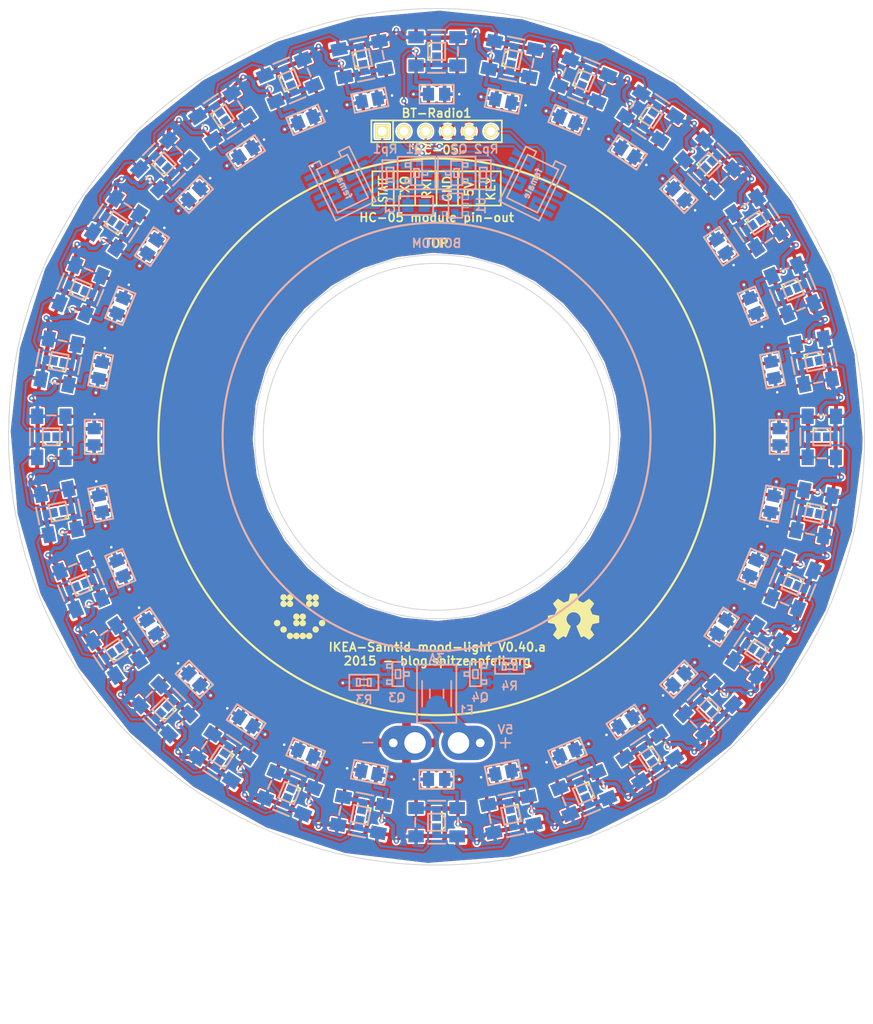
<source format=kicad_pcb>
(kicad_pcb (version 4) (host pcbnew "(2015-02-03 BZR 5403)-product")
  (title_block (title IKEA-Samtid_mood-light) (date "Tue 03 Feb 2015") (rev 0.40.a) (company "2015 - blog.spitzenpfeil.org") (comment 1 "Dedicated to my uncle Bernhard - 1925-2015"))
  (layers (0 F.Cu signal) (31 B.Cu signal) (34 B.Paste user) (35 F.Paste user) (36 B.SilkS user) (37 F.SilkS user) (38 B.Mask user) (39 F.Mask user) (44 Edge.Cuts user))
  (net 0 "")
  (net 1 +5V)
  (net 2 /WS2812B-LEDs-1/A_IN)
  (net 3 "Net-(LED1-Pad2)")
  (net 4 "Net-(LED2-Pad2)")
  (net 5 "Net-(LED3-Pad2)")
  (net 6 "Net-(LED4-Pad2)")
  (net 7 "Net-(LED5-Pad2)")
  (net 8 "Net-(LED6-Pad2)")
  (net 9 "Net-(LED7-Pad2)")
  (net 10 /WS2812B-LEDs-1/A_OUT)
  (net 11 "Net-(LED10-Pad4)")
  (net 12 "Net-(LED10-Pad2)")
  (net 13 "Net-(LED11-Pad2)")
  (net 14 "Net-(LED12-Pad2)")
  (net 15 "Net-(LED13-Pad2)")
  (net 16 "Net-(LED14-Pad2)")
  (net 17 "Net-(LED15-Pad2)")
  (net 18 /WS2812B-LEDs-1/B_OUT)
  (net 19 "Net-(LED17-Pad2)")
  (net 20 "Net-(LED18-Pad2)")
  (net 21 "Net-(LED19-Pad2)")
  (net 22 "Net-(LED20-Pad2)")
  (net 23 "Net-(LED21-Pad2)")
  (net 24 "Net-(LED22-Pad2)")
  (net 25 "Net-(LED23-Pad2)")
  (net 26 /WS2812B-LEDs-1/C_OUT)
  (net 27 "Net-(LED25-Pad2)")
  (net 28 "Net-(LED26-Pad2)")
  (net 29 "Net-(LED27-Pad2)")
  (net 30 "Net-(LED28-Pad2)")
  (net 31 "Net-(LED29-Pad2)")
  (net 32 "Net-(LED30-Pad2)")
  (net 33 "Net-(LED31-Pad2)")
  (net 34 /WS2812B-LEDs-1/D_OUT)
  (net 35 "Net-(LED33-Pad2)")
  (net 36 "Net-(LED34-Pad2)")
  (net 37 "Net-(LED35-Pad2)")
  (net 38 "Net-(LED36-Pad2)")
  (net 39 "Net-(LED37-Pad2)")
  (net 40 "Net-(LED38-Pad2)")
  (net 41 "Net-(LED39-Pad2)")
  (net 42 /WS2812B-LEDs-2/E_OUT)
  (net 43 "Net-(LED41-Pad2)")
  (net 44 "Net-(LED42-Pad2)")
  (net 45 "Net-(LED43-Pad2)")
  (net 46 "Net-(LED44-Pad2)")
  (net 47 "Net-(LED45-Pad2)")
  (net 48 "Net-(LED46-Pad2)")
  (net 49 "Net-(LED47-Pad2)")
  (net 50 /WS2812B-LEDs-2/F_OUT)
  (net 51 "Net-(LED49-Pad2)")
  (net 52 "Net-(LED50-Pad2)")
  (net 53 "Net-(LED51-Pad2)")
  (net 54 "Net-(LED52-Pad2)")
  (net 55 "Net-(LED53-Pad2)")
  (net 56 "Net-(LED54-Pad2)")
  (net 57 "Net-(LED55-Pad2)")
  (net 58 /WS2812B-LEDs-2/G_OUT)
  (net 59 "Net-(LED57-Pad2)")
  (net 60 "Net-(LED58-Pad2)")
  (net 61 "Net-(LED59-Pad2)")
  (net 62 "Net-(LED60-Pad2)")
  (net 63 "Net-(LED61-Pad2)")
  (net 64 "Net-(LED62-Pad2)")
  (net 65 "Net-(LED63-Pad2)")
  (net 66 "Net-(LED64-Pad2)")
  (net 67 /VCC.A)
  (net 68 /WS2812B-LEDs-1/GND)
  (net 69 "Net-(Q1-Pad3)")
  (net 70 /5V_raw)
  (net 71 "Net-(F1-Pad1)")
  (net 72 "Net-(Q3-Pad1)")
  (net 73 "Net-(Q4-Pad1)")
  (net 74 /LEDS.A)
  (net 75 /RXI.A)
  (net 76 /TXO.A)
  (net 77 "Net-(P4.1-Pad4)")
  (net 78 /DTR.A)
  (net 79 /KEY.A)
  (module my_parts:MADW__SOT23 (layer B.Cu) (at 154.54 122.7 270)
    (fp_text reference Q4 (at 2.73 -0.55 360) (layer B.SilkS) (effects (font (thickness 0.2)) (justify mirror)))
    (fp_text value IRLML6401PbF hide)
    (pad 1 smd rect (at -0.95 -1.1 270) (size 1 1.4) (layers B.Cu B.Paste B.Mask) (net 73 "Net-(Q4-Pad1)"))
    (pad 2 smd rect (at 0.95 -1.1 270) (size 1 1.4) (layers B.Cu B.Paste B.Mask) (net 1 +5V))
    (pad 3 smd rect (at 0 1.1 270) (size 1 1.4) (layers B.Cu B.Paste B.Mask) (net 71 "Net-(F1-Pad1)"))
  )
  (module my_parts:MADW__SOT23 (layer B.Cu) (at 145.49 122.7 90)
    (fp_text reference Q3 (at -2.75 -0.13 180) (layer B.SilkS) (effects (font (thickness 0.2)) (justify mirror)))
    (fp_text value IRLML6401PbF hide)
    (pad 1 smd rect (at -0.95 -1.1 90) (size 1 1.4) (layers B.Cu B.Paste B.Mask) (net 72 "Net-(Q3-Pad1)"))
    (pad 2 smd rect (at 0.95 -1.1 90) (size 1 1.4) (layers B.Cu B.Paste B.Mask) (net 1 +5V))
    (pad 3 smd rect (at 0 1.1 90) (size 1 1.4) (layers B.Cu B.Paste B.Mask) (net 71 "Net-(F1-Pad1)"))
  )
  (module my_parts:MADW__SOT23 (layer B.Cu) (at 152.35 64.2 270)
    (fp_text reference Q2 (at -2.8 -0.25 360) (layer B.SilkS) (effects (font (thickness 0.2)) (justify mirror)))
    (fp_text value BSS138 hide)
    (pad 1 smd rect (at -0.95 -1.1 270) (size 1 1.4) (layers B.Cu B.Paste B.Mask) (net 1 +5V))
    (pad 2 smd rect (at 0.95 -1.1 270) (size 1 1.4) (layers B.Cu B.Paste B.Mask) (net 2 /WS2812B-LEDs-1/A_IN))
    (pad 3 smd rect (at 0 1.1 270) (size 1 1.4) (layers B.Cu B.Paste B.Mask) (net 69 "Net-(Q1-Pad3)"))
  )
  (module my_parts:MADW__SOT23 (layer B.Cu) (at 147.65 64.2 90)
    (fp_text reference Q1 (at 2.8 -0.25 180) (layer B.SilkS) (effects (font (thickness 0.2)) (justify mirror)))
    (fp_text value BSS138 hide)
    (pad 1 smd rect (at -0.95 -1.1 90) (size 1 1.4) (layers B.Cu B.Paste B.Mask) (net 67 /VCC.A))
    (pad 2 smd rect (at 0.95 -1.1 90) (size 1 1.4) (layers B.Cu B.Paste B.Mask) (net 74 /LEDS.A))
    (pad 3 smd rect (at 0 1.1 90) (size 1 1.4) (layers B.Cu B.Paste B.Mask) (net 69 "Net-(Q1-Pad3)"))
  )
  (module my_parts:MADW__SOT23-5 (layer B.Cu) (at 152.2 68 270)
    (fp_text reference U1 (at 0 -3 270) (layer B.SilkS) (effects (font (thickness 0.2)) (justify mirror)))
    (fp_text value AP2204K-SOT23-5 hide)
    (pad 1 smd rect (at -0.95 -1.3 270) (size 0.65 1.25) (layers B.Cu B.Paste B.Mask) (net 1 +5V))
    (pad 2 smd rect (at 0 -1.3 270) (size 0.65 1.25) (layers B.Cu B.Paste B.Mask) (net 68 /WS2812B-LEDs-1/GND))
    (pad 3 smd rect (at 0.95 -1.3 270) (size 0.65 1.25) (layers B.Cu B.Paste B.Mask) (net 1 +5V))
    (pad 4 smd rect (at 0.95 1.3 270) (size 0.65 1.25) (layers B.Cu B.Paste B.Mask))
    (pad 5 smd rect (at -0.95 1.3 270) (size 0.65 1.25) (layers B.Cu B.Paste B.Mask) (net 67 /VCC.A))
  )
  (module my_parts:MADW__SIL-4 (layer B.Cu) (at 150.02 130.74)
    (fp_text reference P2 hide)
    (fp_text value POWER hide)
    (pad 1 thru_hole oval (at -2.54 0) (size 6 4) (drill 2.5 (offset -1 0)) (layers *.Cu *.Mask) (net 68 /WS2812B-LEDs-1/GND) (thermal_gap 0.3))
    (pad 2 thru_hole oval (at 2.54 0) (size 6 4) (drill 2.5 (offset 1 0)) (layers *.Cu *.Mask) (net 70 /5V_raw))
    (pad 4 thru_hole circle (at -5.08 0) (size 1.65 1.65) (drill 1.016) (layers *.Cu *.Mask) (net 68 /WS2812B-LEDs-1/GND))
    (pad 3 thru_hole circle (at 5.08 0) (size 1.65 1.65) (drill 1.016) (layers *.Cu *.Mask) (net 70 /5V_raw))
  )
  (module SM1812_1206 (layer B.Cu) (at 150.01 124.99 270)
    (fp_text reference F1 (at 1.93 -3.43 360) (layer B.SilkS) (effects (font (thickness 0.2)) (justify mirror)))
    (fp_text value 3A-poly hide)
    (pad 1 smd rect (at -1.5 0 270) (size 1.8 1.8) (layers B.Cu B.Paste B.Mask) (net 71 "Net-(F1-Pad1)"))
    (pad 2 smd rect (at 1.5 0 270) (size 1.8 1.8) (layers B.Cu B.Paste B.Mask) (net 70 /5V_raw))
    (pad 1 smd rect (at -2.3 0 270) (size 1.4 3.8) (layers B.Cu B.Paste B.Mask) (net 71 "Net-(F1-Pad1)"))
    (pad 2 smd rect (at 2.3 0 270) (size 1.4 3.8) (layers B.Cu B.Paste B.Mask) (net 70 /5V_raw))
  )
  (module my_parts:MADW__C0805 (layer B.Cu) (at 142.2 55.7 191.3)
    (fp_text reference C68 hide)
    (fp_text value C hide)
    (pad 1 smd rect (at -0.94996 0 191.3) (size 1.29794 1.4986) (layers B.Cu B.Paste B.Mask) (net 1 +5V))
    (pad 2 smd rect (at 0.94996 0 191.3) (size 1.29794 1.4986) (layers B.Cu B.Paste B.Mask) (net 68 /WS2812B-LEDs-1/GND))
  )
  (module my_parts:MADW__C0805 (layer B.Cu) (at 134.7 58 202.5)
    (fp_text reference C67 hide)
    (fp_text value C hide)
    (pad 1 smd rect (at -0.94996 0 202.5) (size 1.29794 1.4986) (layers B.Cu B.Paste B.Mask) (net 1 +5V))
    (pad 2 smd rect (at 0.94996 0 202.5) (size 1.29794 1.4986) (layers B.Cu B.Paste B.Mask) (net 68 /WS2812B-LEDs-1/GND))
  )
  (module my_parts:MADW__C0805 (layer B.Cu) (at 127.7 61.8 213.8)
    (fp_text reference C66 hide)
    (fp_text value C hide)
    (pad 1 smd rect (at -0.94996 0 213.8) (size 1.29794 1.4986) (layers B.Cu B.Paste B.Mask) (net 1 +5V))
    (pad 2 smd rect (at 0.94996 0 213.8) (size 1.29794 1.4986) (layers B.Cu B.Paste B.Mask) (net 68 /WS2812B-LEDs-1/GND))
  )
  (module my_parts:MADW__C0805 (layer B.Cu) (at 121.7 66.7 225)
    (fp_text reference C65 hide)
    (fp_text value C hide)
    (pad 1 smd rect (at -0.94996 0 225) (size 1.29794 1.4986) (layers B.Cu B.Paste B.Mask) (net 1 +5V))
    (pad 2 smd rect (at 0.94996 0 225) (size 1.29794 1.4986) (layers B.Cu B.Paste B.Mask) (net 68 /WS2812B-LEDs-1/GND))
  )
  (module my_parts:MADW__C0805 (layer B.Cu) (at 116.75 72.8 236.3)
    (fp_text reference C64 hide)
    (fp_text value C hide)
    (pad 1 smd rect (at -0.94996 0 236.3) (size 1.29794 1.4986) (layers B.Cu B.Paste B.Mask) (net 1 +5V))
    (pad 2 smd rect (at 0.94996 0 236.3) (size 1.29794 1.4986) (layers B.Cu B.Paste B.Mask) (net 68 /WS2812B-LEDs-1/GND))
  )
  (module my_parts:MADW__C0805 (layer B.Cu) (at 113.05 79.7 247.5)
    (fp_text reference C63 hide)
    (fp_text value C hide)
    (pad 1 smd rect (at -0.94996 0 247.5) (size 1.29794 1.4986) (layers B.Cu B.Paste B.Mask) (net 1 +5V))
    (pad 2 smd rect (at 0.94996 0 247.5) (size 1.29794 1.4986) (layers B.Cu B.Paste B.Mask) (net 68 /WS2812B-LEDs-1/GND))
  )
  (module my_parts:MADW__C0805 (layer B.Cu) (at 110.75 87.25 258.8)
    (fp_text reference C62 hide)
    (fp_text value C hide)
    (pad 1 smd rect (at -0.94996 0 258.8) (size 1.29794 1.4986) (layers B.Cu B.Paste B.Mask) (net 1 +5V))
    (pad 2 smd rect (at 0.94996 0 258.8) (size 1.29794 1.4986) (layers B.Cu B.Paste B.Mask) (net 68 /WS2812B-LEDs-1/GND))
  )
  (module my_parts:MADW__C0805 (layer B.Cu) (at 110 95 270)
    (fp_text reference C61 hide)
    (fp_text value C hide)
    (pad 1 smd rect (at -0.94996 0 270) (size 1.29794 1.4986) (layers B.Cu B.Paste B.Mask) (net 1 +5V))
    (pad 2 smd rect (at 0.94996 0 270) (size 1.29794 1.4986) (layers B.Cu B.Paste B.Mask) (net 68 /WS2812B-LEDs-1/GND))
  )
  (module my_parts:MADW__C0805 (layer B.Cu) (at 110.75 102.8 281.3)
    (fp_text reference C60 hide)
    (fp_text value C hide)
    (pad 1 smd rect (at -0.94996 0 281.3) (size 1.29794 1.4986) (layers B.Cu B.Paste B.Mask) (net 1 +5V))
    (pad 2 smd rect (at 0.94996 0 281.3) (size 1.29794 1.4986) (layers B.Cu B.Paste B.Mask) (net 68 /WS2812B-LEDs-1/GND))
  )
  (module my_parts:MADW__C0805 (layer B.Cu) (at 113.05 110.35 292.5)
    (fp_text reference C59 hide)
    (fp_text value C hide)
    (pad 1 smd rect (at -0.94996 0 292.5) (size 1.29794 1.4986) (layers B.Cu B.Paste B.Mask) (net 1 +5V))
    (pad 2 smd rect (at 0.94996 0 292.5) (size 1.29794 1.4986) (layers B.Cu B.Paste B.Mask) (net 68 /WS2812B-LEDs-1/GND))
  )
  (module my_parts:MADW__C0805 (layer B.Cu) (at 116.7 117.2 303.8)
    (fp_text reference C58 hide)
    (fp_text value C hide)
    (pad 1 smd rect (at -0.94996 0 303.8) (size 1.29794 1.4986) (layers B.Cu B.Paste B.Mask) (net 1 +5V))
    (pad 2 smd rect (at 0.94996 0 303.8) (size 1.29794 1.4986) (layers B.Cu B.Paste B.Mask) (net 68 /WS2812B-LEDs-1/GND))
  )
  (module my_parts:MADW__C0805 (layer B.Cu) (at 121.7 123.3 315)
    (fp_text reference C57 hide)
    (fp_text value C hide)
    (pad 1 smd rect (at -0.94996 0 315) (size 1.29794 1.4986) (layers B.Cu B.Paste B.Mask) (net 1 +5V))
    (pad 2 smd rect (at 0.94996 0 315) (size 1.29794 1.4986) (layers B.Cu B.Paste B.Mask) (net 68 /WS2812B-LEDs-1/GND))
  )
  (module my_parts:MADW__C0805 (layer B.Cu) (at 127.75 128.25 326.3)
    (fp_text reference C56 hide)
    (fp_text value C hide)
    (pad 1 smd rect (at -0.94996 0 326.3) (size 1.29794 1.4986) (layers B.Cu B.Paste B.Mask) (net 1 +5V))
    (pad 2 smd rect (at 0.94996 0 326.3) (size 1.29794 1.4986) (layers B.Cu B.Paste B.Mask) (net 68 /WS2812B-LEDs-1/GND))
  )
  (module my_parts:MADW__C0805 (layer B.Cu) (at 134.7 131.95 337.5)
    (fp_text reference C55 hide)
    (fp_text value C hide)
    (pad 1 smd rect (at -0.94996 0 337.5) (size 1.29794 1.4986) (layers B.Cu B.Paste B.Mask) (net 1 +5V))
    (pad 2 smd rect (at 0.94996 0 337.5) (size 1.29794 1.4986) (layers B.Cu B.Paste B.Mask) (net 68 /WS2812B-LEDs-1/GND))
  )
  (module my_parts:MADW__C0805 (layer B.Cu) (at 142.15 134.2 348.8)
    (fp_text reference C54 hide)
    (fp_text value C hide)
    (pad 1 smd rect (at -0.94996 0 348.8) (size 1.29794 1.4986) (layers B.Cu B.Paste B.Mask) (net 1 +5V))
    (pad 2 smd rect (at 0.94996 0 348.8) (size 1.29794 1.4986) (layers B.Cu B.Paste B.Mask) (net 68 /WS2812B-LEDs-1/GND))
  )
  (module my_parts:MADW__C0805 (layer B.Cu) (at 157.8 134.2 10.9)
    (fp_text reference C52 hide)
    (fp_text value C hide)
    (pad 1 smd rect (at -0.94996 0 10.9) (size 1.29794 1.4986) (layers B.Cu B.Paste B.Mask) (net 1 +5V))
    (pad 2 smd rect (at 0.94996 0 10.9) (size 1.29794 1.4986) (layers B.Cu B.Paste B.Mask) (net 68 /WS2812B-LEDs-1/GND))
  )
  (module my_parts:MADW__C0805 (layer B.Cu) (at 150 135)
    (fp_text reference C53 hide)
    (fp_text value C hide)
    (pad 1 smd rect (at -0.94996 0) (size 1.29794 1.4986) (layers B.Cu B.Paste B.Mask) (net 1 +5V))
    (pad 2 smd rect (at 0.94996 0) (size 1.29794 1.4986) (layers B.Cu B.Paste B.Mask) (net 68 /WS2812B-LEDs-1/GND))
  )
  (module my_parts:MADW__C0805 (layer B.Cu) (at 165.3 131.9 22.8)
    (fp_text reference C51 hide)
    (fp_text value C hide)
    (pad 1 smd rect (at -0.94996 0 22.8) (size 1.29794 1.4986) (layers B.Cu B.Paste B.Mask) (net 1 +5V))
    (pad 2 smd rect (at 0.94996 0 22.8) (size 1.29794 1.4986) (layers B.Cu B.Paste B.Mask) (net 68 /WS2812B-LEDs-1/GND))
  )
  (module my_parts:MADW__C0805 (layer B.Cu) (at 172.1 128.3 34)
    (fp_text reference C50 hide)
    (fp_text value C hide)
    (pad 1 smd rect (at -0.94996 0 34) (size 1.29794 1.4986) (layers B.Cu B.Paste B.Mask) (net 1 +5V))
    (pad 2 smd rect (at 0.94996 0 34) (size 1.29794 1.4986) (layers B.Cu B.Paste B.Mask) (net 68 /WS2812B-LEDs-1/GND))
  )
  (module my_parts:MADW__C0805 (layer B.Cu) (at 178.3 123.3 45)
    (fp_text reference C49 hide)
    (fp_text value C hide)
    (pad 1 smd rect (at -0.94996 0 45) (size 1.29794 1.4986) (layers B.Cu B.Paste B.Mask) (net 1 +5V))
    (pad 2 smd rect (at 0.94996 0 45) (size 1.29794 1.4986) (layers B.Cu B.Paste B.Mask) (net 68 /WS2812B-LEDs-1/GND))
  )
  (module my_parts:MADW__C0805 (layer B.Cu) (at 183.3 117.2 56.2)
    (fp_text reference C48 hide)
    (fp_text value C hide)
    (pad 1 smd rect (at -0.94996 0 56.2) (size 1.29794 1.4986) (layers B.Cu B.Paste B.Mask) (net 1 +5V))
    (pad 2 smd rect (at 0.94996 0 56.2) (size 1.29794 1.4986) (layers B.Cu B.Paste B.Mask) (net 68 /WS2812B-LEDs-1/GND))
  )
  (module my_parts:MADW__C0805 (layer B.Cu) (at 186.95 110.3 67.5)
    (fp_text reference C47 hide)
    (fp_text value C hide)
    (pad 1 smd rect (at -0.94996 0 67.5) (size 1.29794 1.4986) (layers B.Cu B.Paste B.Mask) (net 1 +5V))
    (pad 2 smd rect (at 0.94996 0 67.5) (size 1.29794 1.4986) (layers B.Cu B.Paste B.Mask) (net 68 /WS2812B-LEDs-1/GND))
  )
  (module my_parts:MADW__C0805 (layer B.Cu) (at 189.2 102.85 78.7)
    (fp_text reference C46 hide)
    (fp_text value C hide)
    (pad 1 smd rect (at -0.94996 0 78.7) (size 1.29794 1.4986) (layers B.Cu B.Paste B.Mask) (net 1 +5V))
    (pad 2 smd rect (at 0.94996 0 78.7) (size 1.29794 1.4986) (layers B.Cu B.Paste B.Mask) (net 68 /WS2812B-LEDs-1/GND))
  )
  (module my_parts:MADW__C0805 (layer B.Cu) (at 190 95 90)
    (fp_text reference C45 hide)
    (fp_text value C hide)
    (pad 1 smd rect (at -0.94996 0 90) (size 1.29794 1.4986) (layers B.Cu B.Paste B.Mask) (net 1 +5V))
    (pad 2 smd rect (at 0.94996 0 90) (size 1.29794 1.4986) (layers B.Cu B.Paste B.Mask) (net 68 /WS2812B-LEDs-1/GND))
  )
  (module my_parts:MADW__C0805 (layer B.Cu) (at 189.25 87.2 101.2)
    (fp_text reference C44 hide)
    (fp_text value C hide)
    (pad 1 smd rect (at -0.94996 0 101.2) (size 1.29794 1.4986) (layers B.Cu B.Paste B.Mask) (net 1 +5V))
    (pad 2 smd rect (at 0.94996 0 101.2) (size 1.29794 1.4986) (layers B.Cu B.Paste B.Mask) (net 68 /WS2812B-LEDs-1/GND))
  )
  (module my_parts:MADW__C0805 (layer B.Cu) (at 186.95 79.7 112.5)
    (fp_text reference C43 hide)
    (fp_text value C hide)
    (pad 1 smd rect (at -0.94996 0 112.5) (size 1.29794 1.4986) (layers B.Cu B.Paste B.Mask) (net 1 +5V))
    (pad 2 smd rect (at 0.94996 0 112.5) (size 1.29794 1.4986) (layers B.Cu B.Paste B.Mask) (net 68 /WS2812B-LEDs-1/GND))
  )
  (module my_parts:MADW__C0805 (layer B.Cu) (at 183.25 72.75 123.8)
    (fp_text reference C42 hide)
    (fp_text value C hide)
    (pad 1 smd rect (at -0.94996 0 123.8) (size 1.29794 1.4986) (layers B.Cu B.Paste B.Mask) (net 1 +5V))
    (pad 2 smd rect (at 0.94996 0 123.8) (size 1.29794 1.4986) (layers B.Cu B.Paste B.Mask) (net 68 /WS2812B-LEDs-1/GND))
  )
  (module my_parts:MADW__C0805 (layer B.Cu) (at 178.3 66.7 135)
    (fp_text reference C41 hide)
    (fp_text value C hide)
    (pad 1 smd rect (at -0.94996 0 135) (size 1.29794 1.4986) (layers B.Cu B.Paste B.Mask) (net 1 +5V))
    (pad 2 smd rect (at 0.94996 0 135) (size 1.29794 1.4986) (layers B.Cu B.Paste B.Mask) (net 68 /WS2812B-LEDs-1/GND))
  )
  (module my_parts:MADW__C0805 (layer B.Cu) (at 172.3 61.8 146.7)
    (fp_text reference C40 hide)
    (fp_text value C hide)
    (pad 1 smd rect (at -0.94996 0 146.7) (size 1.29794 1.4986) (layers B.Cu B.Paste B.Mask) (net 1 +5V))
    (pad 2 smd rect (at 0.94996 0 146.7) (size 1.29794 1.4986) (layers B.Cu B.Paste B.Mask) (net 68 /WS2812B-LEDs-1/GND))
  )
  (module my_parts:MADW__C0805 (layer B.Cu) (at 165.3 58 157.5)
    (fp_text reference C39 hide)
    (fp_text value C hide)
    (pad 1 smd rect (at -0.94996 0 157.5) (size 1.29794 1.4986) (layers B.Cu B.Paste B.Mask) (net 1 +5V))
    (pad 2 smd rect (at 0.94996 0 157.5) (size 1.29794 1.4986) (layers B.Cu B.Paste B.Mask) (net 68 /WS2812B-LEDs-1/GND))
  )
  (module my_parts:MADW__C0805 (layer B.Cu) (at 157.8 55.8 168.7)
    (fp_text reference C38 hide)
    (fp_text value C hide)
    (pad 1 smd rect (at -0.94996 0 168.7) (size 1.29794 1.4986) (layers B.Cu B.Paste B.Mask) (net 1 +5V))
    (pad 2 smd rect (at 0.94996 0 168.7) (size 1.29794 1.4986) (layers B.Cu B.Paste B.Mask) (net 68 /WS2812B-LEDs-1/GND))
  )
  (module my_parts:MADW__C0805 (layer B.Cu) (at 150 55 180)
    (fp_text reference C37 hide)
    (fp_text value C hide)
    (pad 1 smd rect (at -0.94996 0 180) (size 1.29794 1.4986) (layers B.Cu B.Paste B.Mask) (net 1 +5V))
    (pad 2 smd rect (at 0.94996 0 180) (size 1.29794 1.4986) (layers B.Cu B.Paste B.Mask) (net 68 /WS2812B-LEDs-1/GND))
  )
  (module my_parts:MADW__C0805 (layer F.Cu) (at 142.2 55.7 191.3)
    (fp_text reference C36 hide)
    (fp_text value C hide)
    (pad 1 smd rect (at -0.94996 0 191.3) (size 1.29794 1.4986) (layers F.Cu F.Paste F.Mask) (net 1 +5V))
    (pad 2 smd rect (at 0.94996 0 191.3) (size 1.29794 1.4986) (layers F.Cu F.Paste F.Mask) (net 68 /WS2812B-LEDs-1/GND))
  )
  (module my_parts:MADW__C0805 (layer F.Cu) (at 134.7 58 202.5)
    (fp_text reference C35 hide)
    (fp_text value C hide)
    (pad 1 smd rect (at -0.94996 0 202.5) (size 1.29794 1.4986) (layers F.Cu F.Paste F.Mask) (net 1 +5V))
    (pad 2 smd rect (at 0.94996 0 202.5) (size 1.29794 1.4986) (layers F.Cu F.Paste F.Mask) (net 68 /WS2812B-LEDs-1/GND))
  )
  (module my_parts:MADW__C0805 (layer F.Cu) (at 127.7 61.8 213.8)
    (fp_text reference C34 hide)
    (fp_text value C hide)
    (pad 1 smd rect (at -0.94996 0 213.8) (size 1.29794 1.4986) (layers F.Cu F.Paste F.Mask) (net 1 +5V))
    (pad 2 smd rect (at 0.94996 0 213.8) (size 1.29794 1.4986) (layers F.Cu F.Paste F.Mask) (net 68 /WS2812B-LEDs-1/GND))
  )
  (module my_parts:MADW__C0805 (layer F.Cu) (at 121.7 66.7 225)
    (fp_text reference C33 hide)
    (fp_text value C hide)
    (pad 1 smd rect (at -0.94996 0 225) (size 1.29794 1.4986) (layers F.Cu F.Paste F.Mask) (net 1 +5V))
    (pad 2 smd rect (at 0.94996 0 225) (size 1.29794 1.4986) (layers F.Cu F.Paste F.Mask) (net 68 /WS2812B-LEDs-1/GND))
  )
  (module my_parts:MADW__C0805 (layer F.Cu) (at 116.75 72.8 236.3)
    (fp_text reference C32 hide)
    (fp_text value C hide)
    (pad 1 smd rect (at -0.94996 0 236.3) (size 1.29794 1.4986) (layers F.Cu F.Paste F.Mask) (net 1 +5V))
    (pad 2 smd rect (at 0.94996 0 236.3) (size 1.29794 1.4986) (layers F.Cu F.Paste F.Mask) (net 68 /WS2812B-LEDs-1/GND))
  )
  (module my_parts:MADW__C0805 (layer F.Cu) (at 113.05 79.7 247.5)
    (fp_text reference C31 hide)
    (fp_text value C hide)
    (pad 1 smd rect (at -0.94996 0 247.5) (size 1.29794 1.4986) (layers F.Cu F.Paste F.Mask) (net 1 +5V))
    (pad 2 smd rect (at 0.94996 0 247.5) (size 1.29794 1.4986) (layers F.Cu F.Paste F.Mask) (net 68 /WS2812B-LEDs-1/GND))
  )
  (module my_parts:MADW__C0805 (layer F.Cu) (at 110.75 87.25 258.8)
    (fp_text reference C30 hide)
    (fp_text value C hide)
    (pad 1 smd rect (at -0.94996 0 258.8) (size 1.29794 1.4986) (layers F.Cu F.Paste F.Mask) (net 1 +5V))
    (pad 2 smd rect (at 0.94996 0 258.8) (size 1.29794 1.4986) (layers F.Cu F.Paste F.Mask) (net 68 /WS2812B-LEDs-1/GND))
  )
  (module my_parts:MADW__C0805 (layer F.Cu) (at 110 95 270)
    (fp_text reference C29 hide)
    (fp_text value C hide)
    (pad 1 smd rect (at -0.94996 0 270) (size 1.29794 1.4986) (layers F.Cu F.Paste F.Mask) (net 1 +5V))
    (pad 2 smd rect (at 0.94996 0 270) (size 1.29794 1.4986) (layers F.Cu F.Paste F.Mask) (net 68 /WS2812B-LEDs-1/GND))
  )
  (module my_parts:MADW__C0805 (layer F.Cu) (at 110.75 102.8 281.3)
    (fp_text reference C28 hide)
    (fp_text value C hide)
    (pad 1 smd rect (at -0.94996 0 281.3) (size 1.29794 1.4986) (layers F.Cu F.Paste F.Mask) (net 1 +5V))
    (pad 2 smd rect (at 0.94996 0 281.3) (size 1.29794 1.4986) (layers F.Cu F.Paste F.Mask) (net 68 /WS2812B-LEDs-1/GND))
  )
  (module my_parts:MADW__C0805 (layer F.Cu) (at 113.05 110.35 292.5)
    (fp_text reference C27 hide)
    (fp_text value C hide)
    (pad 1 smd rect (at -0.94996 0 292.5) (size 1.29794 1.4986) (layers F.Cu F.Paste F.Mask) (net 1 +5V))
    (pad 2 smd rect (at 0.94996 0 292.5) (size 1.29794 1.4986) (layers F.Cu F.Paste F.Mask) (net 68 /WS2812B-LEDs-1/GND))
  )
  (module my_parts:MADW__C0805 (layer F.Cu) (at 116.7 117.2 303.8)
    (fp_text reference C26 hide)
    (fp_text value C hide)
    (pad 1 smd rect (at -0.94996 0 303.8) (size 1.29794 1.4986) (layers F.Cu F.Paste F.Mask) (net 1 +5V))
    (pad 2 smd rect (at 0.94996 0 303.8) (size 1.29794 1.4986) (layers F.Cu F.Paste F.Mask) (net 68 /WS2812B-LEDs-1/GND))
  )
  (module my_parts:MADW__C0805 (layer F.Cu) (at 121.7 123.3 315)
    (fp_text reference C25 hide)
    (fp_text value C hide)
    (pad 1 smd rect (at -0.94996 0 315) (size 1.29794 1.4986) (layers F.Cu F.Paste F.Mask) (net 1 +5V))
    (pad 2 smd rect (at 0.94996 0 315) (size 1.29794 1.4986) (layers F.Cu F.Paste F.Mask) (net 68 /WS2812B-LEDs-1/GND))
  )
  (module my_parts:MADW__C0805 (layer F.Cu) (at 127.75 128.25 326.3)
    (fp_text reference C24 hide)
    (fp_text value C hide)
    (pad 1 smd rect (at -0.94996 0 326.3) (size 1.29794 1.4986) (layers F.Cu F.Paste F.Mask) (net 1 +5V))
    (pad 2 smd rect (at 0.94996 0 326.3) (size 1.29794 1.4986) (layers F.Cu F.Paste F.Mask) (net 68 /WS2812B-LEDs-1/GND))
  )
  (module my_parts:MADW__C0805 (layer F.Cu) (at 134.7 131.95 337.5)
    (fp_text reference C23 hide)
    (fp_text value C hide)
    (pad 1 smd rect (at -0.94996 0 337.5) (size 1.29794 1.4986) (layers F.Cu F.Paste F.Mask) (net 1 +5V))
    (pad 2 smd rect (at 0.94996 0 337.5) (size 1.29794 1.4986) (layers F.Cu F.Paste F.Mask) (net 68 /WS2812B-LEDs-1/GND))
  )
  (module my_parts:MADW__C0805 (layer F.Cu) (at 142.15 134.2 348.8)
    (fp_text reference C22 hide)
    (fp_text value C hide)
    (pad 1 smd rect (at -0.94996 0 348.8) (size 1.29794 1.4986) (layers F.Cu F.Paste F.Mask) (net 1 +5V))
    (pad 2 smd rect (at 0.94996 0 348.8) (size 1.29794 1.4986) (layers F.Cu F.Paste F.Mask) (net 68 /WS2812B-LEDs-1/GND))
  )
  (module my_parts:MADW__C0805 (layer F.Cu) (at 150 135)
    (fp_text reference C21 hide)
    (fp_text value C hide)
    (pad 1 smd rect (at -0.94996 0) (size 1.29794 1.4986) (layers F.Cu F.Paste F.Mask) (net 1 +5V))
    (pad 2 smd rect (at 0.94996 0) (size 1.29794 1.4986) (layers F.Cu F.Paste F.Mask) (net 68 /WS2812B-LEDs-1/GND))
  )
  (module my_parts:MADW__C0805 (layer F.Cu) (at 157.8 134.2 11.6)
    (fp_text reference C20 hide)
    (fp_text value C hide)
    (pad 1 smd rect (at -0.94996 0 11.6) (size 1.29794 1.4986) (layers F.Cu F.Paste F.Mask) (net 1 +5V))
    (pad 2 smd rect (at 0.94996 0 11.6) (size 1.29794 1.4986) (layers F.Cu F.Paste F.Mask) (net 68 /WS2812B-LEDs-1/GND))
  )
  (module my_parts:MADW__C0805 (layer F.Cu) (at 165.3 131.9 22.8)
    (fp_text reference C19 hide)
    (fp_text value C hide)
    (pad 1 smd rect (at -0.94996 0 22.8) (size 1.29794 1.4986) (layers F.Cu F.Paste F.Mask) (net 1 +5V))
    (pad 2 smd rect (at 0.94996 0 22.8) (size 1.29794 1.4986) (layers F.Cu F.Paste F.Mask) (net 68 /WS2812B-LEDs-1/GND))
  )
  (module my_parts:MADW__C0805 (layer F.Cu) (at 172.1 128.3 34)
    (fp_text reference C18 hide)
    (fp_text value C hide)
    (pad 1 smd rect (at -0.94996 0 34) (size 1.29794 1.4986) (layers F.Cu F.Paste F.Mask) (net 1 +5V))
    (pad 2 smd rect (at 0.94996 0 34) (size 1.29794 1.4986) (layers F.Cu F.Paste F.Mask) (net 68 /WS2812B-LEDs-1/GND))
  )
  (module my_parts:MADW__C0805 (layer F.Cu) (at 178.3 123.3 45)
    (fp_text reference C17 hide)
    (fp_text value C hide)
    (pad 1 smd rect (at -0.94996 0 45) (size 1.29794 1.4986) (layers F.Cu F.Paste F.Mask) (net 1 +5V))
    (pad 2 smd rect (at 0.94996 0 45) (size 1.29794 1.4986) (layers F.Cu F.Paste F.Mask) (net 68 /WS2812B-LEDs-1/GND))
  )
  (module my_parts:MADW__C0805 (layer F.Cu) (at 183.3 117.2 56.2)
    (fp_text reference C16 hide)
    (fp_text value C hide)
    (pad 1 smd rect (at -0.94996 0 56.2) (size 1.29794 1.4986) (layers F.Cu F.Paste F.Mask) (net 1 +5V))
    (pad 2 smd rect (at 0.94996 0 56.2) (size 1.29794 1.4986) (layers F.Cu F.Paste F.Mask) (net 68 /WS2812B-LEDs-1/GND))
  )
  (module my_parts:MADW__C0805 (layer F.Cu) (at 186.95 110.3 67.4)
    (fp_text reference C15 hide)
    (fp_text value C hide)
    (pad 1 smd rect (at -0.94996 0 67.4) (size 1.29794 1.4986) (layers F.Cu F.Paste F.Mask) (net 1 +5V))
    (pad 2 smd rect (at 0.94996 0 67.4) (size 1.29794 1.4986) (layers F.Cu F.Paste F.Mask) (net 68 /WS2812B-LEDs-1/GND))
  )
  (module my_parts:MADW__C0805 (layer F.Cu) (at 189.2 102.85 78.7)
    (fp_text reference C14 hide)
    (fp_text value C hide)
    (pad 1 smd rect (at -0.94996 0 78.7) (size 1.29794 1.4986) (layers F.Cu F.Paste F.Mask) (net 1 +5V))
    (pad 2 smd rect (at 0.94996 0 78.7) (size 1.29794 1.4986) (layers F.Cu F.Paste F.Mask) (net 68 /WS2812B-LEDs-1/GND))
  )
  (module my_parts:MADW__C0805 (layer F.Cu) (at 190 95 90)
    (fp_text reference C13 hide)
    (fp_text value C hide)
    (pad 1 smd rect (at -0.94996 0 90) (size 1.29794 1.4986) (layers F.Cu F.Paste F.Mask) (net 1 +5V))
    (pad 2 smd rect (at 0.94996 0 90) (size 1.29794 1.4986) (layers F.Cu F.Paste F.Mask) (net 68 /WS2812B-LEDs-1/GND))
  )
  (module my_parts:MADW__C0805 (layer F.Cu) (at 189.25 87.2 101.2)
    (fp_text reference C12 hide)
    (fp_text value C hide)
    (pad 1 smd rect (at -0.94996 0 101.2) (size 1.29794 1.4986) (layers F.Cu F.Paste F.Mask) (net 1 +5V))
    (pad 2 smd rect (at 0.94996 0 101.2) (size 1.29794 1.4986) (layers F.Cu F.Paste F.Mask) (net 68 /WS2812B-LEDs-1/GND))
  )
  (module my_parts:MADW__C0805 (layer F.Cu) (at 186.95 79.7 112.6)
    (fp_text reference C11 hide)
    (fp_text value C hide)
    (pad 1 smd rect (at -0.94996 0 112.6) (size 1.29794 1.4986) (layers F.Cu F.Paste F.Mask) (net 1 +5V))
    (pad 2 smd rect (at 0.94996 0 112.6) (size 1.29794 1.4986) (layers F.Cu F.Paste F.Mask) (net 68 /WS2812B-LEDs-1/GND))
  )
  (module my_parts:MADW__C0805 (layer F.Cu) (at 183.25 72.75 123.8)
    (fp_text reference C10 hide)
    (fp_text value C hide)
    (pad 1 smd rect (at -0.94996 0 123.8) (size 1.29794 1.4986) (layers F.Cu F.Paste F.Mask) (net 1 +5V))
    (pad 2 smd rect (at 0.94996 0 123.8) (size 1.29794 1.4986) (layers F.Cu F.Paste F.Mask) (net 68 /WS2812B-LEDs-1/GND))
  )
  (module my_parts:MADW__C0805 (layer F.Cu) (at 178.3 66.7 135)
    (fp_text reference C9 hide)
    (fp_text value C hide)
    (pad 1 smd rect (at -0.94996 0 135) (size 1.29794 1.4986) (layers F.Cu F.Paste F.Mask) (net 1 +5V))
    (pad 2 smd rect (at 0.94996 0 135) (size 1.29794 1.4986) (layers F.Cu F.Paste F.Mask) (net 68 /WS2812B-LEDs-1/GND))
  )
  (module my_parts:MADW__C0805 (layer F.Cu) (at 172.3 61.8 146.2)
    (fp_text reference C8 hide)
    (fp_text value C hide)
    (pad 1 smd rect (at -0.94996 0 146.2) (size 1.29794 1.4986) (layers F.Cu F.Paste F.Mask) (net 1 +5V))
    (pad 2 smd rect (at 0.94996 0 146.2) (size 1.29794 1.4986) (layers F.Cu F.Paste F.Mask) (net 68 /WS2812B-LEDs-1/GND))
  )
  (module my_parts:MADW__C0805 (layer F.Cu) (at 165.3 58 157.5)
    (fp_text reference C7 hide)
    (fp_text value C hide)
    (pad 1 smd rect (at -0.94996 0 157.5) (size 1.29794 1.4986) (layers F.Cu F.Paste F.Mask) (net 1 +5V))
    (pad 2 smd rect (at 0.94996 0 157.5) (size 1.29794 1.4986) (layers F.Cu F.Paste F.Mask) (net 68 /WS2812B-LEDs-1/GND))
  )
  (module my_parts:MADW__C0805 (layer F.Cu) (at 157.8 55.8 168.7)
    (fp_text reference C6 hide)
    (fp_text value C hide)
    (pad 1 smd rect (at -0.94996 0 168.7) (size 1.29794 1.4986) (layers F.Cu F.Paste F.Mask) (net 1 +5V))
    (pad 2 smd rect (at 0.94996 0 168.7) (size 1.29794 1.4986) (layers F.Cu F.Paste F.Mask) (net 68 /WS2812B-LEDs-1/GND))
  )
  (module my_parts:MADW__C0805 (layer F.Cu) (at 150 55 180)
    (fp_text reference C5 hide)
    (fp_text value C hide)
    (pad 1 smd rect (at -0.94996 0 180) (size 1.29794 1.4986) (layers F.Cu F.Paste F.Mask) (net 1 +5V))
    (pad 2 smd rect (at 0.94996 0 180) (size 1.29794 1.4986) (layers F.Cu F.Paste F.Mask) (net 68 /WS2812B-LEDs-1/GND))
  )
  (module WS2812B:WS2812B_data-bridgeable (layer B.Cu) (at 141.3 50.9 101.3)
    (fp_text reference LED64 hide)
    (fp_text value WS2812B hide)
    (pad 1 smd rect (at 1.65 2.4 101.3) (size 1.4 1.8) (layers B.Cu B.Paste B.Mask) (net 1 +5V))
    (pad 2 smd rect (at -1.65 2.4 101.3) (size 1.4 1.8) (layers B.Cu B.Paste B.Mask) (net 66 "Net-(LED64-Pad2)"))
    (pad 3 smd rect (at -1.65 -2.4 101.3) (size 1.4 1.8) (layers B.Cu B.Paste B.Mask) (net 68 /WS2812B-LEDs-1/GND))
    (pad 4 smd rect (at 1.65 -2.4 101.3) (size 1.4 1.8) (layers B.Cu B.Paste B.Mask) (net 65 "Net-(LED63-Pad2)"))
    (pad 4 smd rect (at 1.6 -1 101.3) (size 0.5 3) (layers B.Cu) (net 65 "Net-(LED63-Pad2)"))
    (pad 2 smd rect (at -1 0 101.3) (size 1.7 1) (layers B.Cu) (net 66 "Net-(LED64-Pad2)"))
    (pad 4 smd rect (at 1 0 101.3) (size 1.7 1) (layers B.Cu) (net 65 "Net-(LED63-Pad2)"))
    (pad 2 smd rect (at -1.6 1 101.3) (size 0.5 3) (layers B.Cu) (net 66 "Net-(LED64-Pad2)"))
    (pad 4 smd rect (at 0.4 0 101.3) (size 0.5 1) (layers B.Cu B.Mask) (net 65 "Net-(LED63-Pad2)"))
    (pad 2 smd rect (at -0.4 0 101.3) (size 0.5 1) (layers B.Cu B.Mask) (net 66 "Net-(LED64-Pad2)"))
    (pad 2 smd rect (at -1.6 0.3 101.3) (size 0.5 1.6) (layers B.Cu) (net 66 "Net-(LED64-Pad2)"))
    (pad 4 smd rect (at 1.6 -0.3 101.3) (size 0.5 1.6) (layers B.Cu) (net 65 "Net-(LED63-Pad2)"))
  )
  (module WS2812B:WS2812B_data-bridgeable (layer B.Cu) (at 132.8 53.4 112.5)
    (fp_text reference LED63 hide)
    (fp_text value WS2812B hide)
    (pad 1 smd rect (at 1.65 2.4 112.5) (size 1.4 1.8) (layers B.Cu B.Paste B.Mask) (net 1 +5V))
    (pad 2 smd rect (at -1.65 2.4 112.5) (size 1.4 1.8) (layers B.Cu B.Paste B.Mask) (net 65 "Net-(LED63-Pad2)"))
    (pad 3 smd rect (at -1.65 -2.4 112.5) (size 1.4 1.8) (layers B.Cu B.Paste B.Mask) (net 68 /WS2812B-LEDs-1/GND))
    (pad 4 smd rect (at 1.65 -2.4 112.5) (size 1.4 1.8) (layers B.Cu B.Paste B.Mask) (net 64 "Net-(LED62-Pad2)"))
    (pad 4 smd rect (at 1.6 -1 112.5) (size 0.5 3) (layers B.Cu) (net 64 "Net-(LED62-Pad2)"))
    (pad 2 smd rect (at -1 0 112.5) (size 1.7 1) (layers B.Cu) (net 65 "Net-(LED63-Pad2)"))
    (pad 4 smd rect (at 1 0 112.5) (size 1.7 1) (layers B.Cu) (net 64 "Net-(LED62-Pad2)"))
    (pad 2 smd rect (at -1.6 1 112.5) (size 0.5 3) (layers B.Cu) (net 65 "Net-(LED63-Pad2)"))
    (pad 4 smd rect (at 0.4 0 112.5) (size 0.5 1) (layers B.Cu B.Mask) (net 64 "Net-(LED62-Pad2)"))
    (pad 2 smd rect (at -0.4 0 112.5) (size 0.5 1) (layers B.Cu B.Mask) (net 65 "Net-(LED63-Pad2)"))
    (pad 2 smd rect (at -1.6 0.3 112.5) (size 0.5 1.6) (layers B.Cu) (net 65 "Net-(LED63-Pad2)"))
    (pad 4 smd rect (at 1.6 -0.3 112.5) (size 0.5 1.6) (layers B.Cu) (net 64 "Net-(LED62-Pad2)"))
  )
  (module WS2812B:WS2812B_data-bridgeable (layer B.Cu) (at 125 57.6 123.8)
    (fp_text reference LED62 hide)
    (fp_text value WS2812B hide)
    (pad 1 smd rect (at 1.65 2.4 123.8) (size 1.4 1.8) (layers B.Cu B.Paste B.Mask) (net 1 +5V))
    (pad 2 smd rect (at -1.65 2.4 123.8) (size 1.4 1.8) (layers B.Cu B.Paste B.Mask) (net 64 "Net-(LED62-Pad2)"))
    (pad 3 smd rect (at -1.65 -2.4 123.8) (size 1.4 1.8) (layers B.Cu B.Paste B.Mask) (net 68 /WS2812B-LEDs-1/GND))
    (pad 4 smd rect (at 1.65 -2.4 123.8) (size 1.4 1.8) (layers B.Cu B.Paste B.Mask) (net 63 "Net-(LED61-Pad2)"))
    (pad 4 smd rect (at 1.6 -1 123.8) (size 0.5 3) (layers B.Cu) (net 63 "Net-(LED61-Pad2)"))
    (pad 2 smd rect (at -1 0 123.8) (size 1.7 1) (layers B.Cu) (net 64 "Net-(LED62-Pad2)"))
    (pad 4 smd rect (at 1 0 123.8) (size 1.7 1) (layers B.Cu) (net 63 "Net-(LED61-Pad2)"))
    (pad 2 smd rect (at -1.6 1 123.8) (size 0.5 3) (layers B.Cu) (net 64 "Net-(LED62-Pad2)"))
    (pad 4 smd rect (at 0.4 0 123.8) (size 0.5 1) (layers B.Cu B.Mask) (net 63 "Net-(LED61-Pad2)"))
    (pad 2 smd rect (at -0.4 0 123.8) (size 0.5 1) (layers B.Cu B.Mask) (net 64 "Net-(LED62-Pad2)"))
    (pad 2 smd rect (at -1.6 0.3 123.8) (size 0.5 1.6) (layers B.Cu) (net 64 "Net-(LED62-Pad2)"))
    (pad 4 smd rect (at 1.6 -0.3 123.8) (size 0.5 1.6) (layers B.Cu) (net 63 "Net-(LED61-Pad2)"))
  )
  (module WS2812B:WS2812B_data-bridgeable (layer B.Cu) (at 118.15 63.2 135)
    (fp_text reference LED61 hide)
    (fp_text value WS2812B hide)
    (pad 1 smd rect (at 1.65 2.4 135) (size 1.4 1.8) (layers B.Cu B.Paste B.Mask) (net 1 +5V))
    (pad 2 smd rect (at -1.65 2.4 135) (size 1.4 1.8) (layers B.Cu B.Paste B.Mask) (net 63 "Net-(LED61-Pad2)"))
    (pad 3 smd rect (at -1.65 -2.4 135) (size 1.4 1.8) (layers B.Cu B.Paste B.Mask) (net 68 /WS2812B-LEDs-1/GND))
    (pad 4 smd rect (at 1.65 -2.4 135) (size 1.4 1.8) (layers B.Cu B.Paste B.Mask) (net 62 "Net-(LED60-Pad2)"))
    (pad 4 smd rect (at 1.6 -1 135) (size 0.5 3) (layers B.Cu) (net 62 "Net-(LED60-Pad2)"))
    (pad 2 smd rect (at -1 0 135) (size 1.7 1) (layers B.Cu) (net 63 "Net-(LED61-Pad2)"))
    (pad 4 smd rect (at 1 0 135) (size 1.7 1) (layers B.Cu) (net 62 "Net-(LED60-Pad2)"))
    (pad 2 smd rect (at -1.6 1 135) (size 0.5 3) (layers B.Cu) (net 63 "Net-(LED61-Pad2)"))
    (pad 4 smd rect (at 0.4 0 135) (size 0.5 1) (layers B.Cu B.Mask) (net 62 "Net-(LED60-Pad2)"))
    (pad 2 smd rect (at -0.4 0 135) (size 0.5 1) (layers B.Cu B.Mask) (net 63 "Net-(LED61-Pad2)"))
    (pad 2 smd rect (at -1.6 0.3 135) (size 0.5 1.6) (layers B.Cu) (net 63 "Net-(LED61-Pad2)"))
    (pad 4 smd rect (at 1.6 -0.3 135) (size 0.5 1.6) (layers B.Cu) (net 62 "Net-(LED60-Pad2)"))
  )
  (module WS2812B:WS2812B_data-bridgeable (layer B.Cu) (at 112.55 70.05 146.3)
    (fp_text reference LED60 hide)
    (fp_text value WS2812B hide)
    (pad 1 smd rect (at 1.65 2.4 146.3) (size 1.4 1.8) (layers B.Cu B.Paste B.Mask) (net 1 +5V))
    (pad 2 smd rect (at -1.65 2.4 146.3) (size 1.4 1.8) (layers B.Cu B.Paste B.Mask) (net 62 "Net-(LED60-Pad2)"))
    (pad 3 smd rect (at -1.65 -2.4 146.3) (size 1.4 1.8) (layers B.Cu B.Paste B.Mask) (net 68 /WS2812B-LEDs-1/GND))
    (pad 4 smd rect (at 1.65 -2.4 146.3) (size 1.4 1.8) (layers B.Cu B.Paste B.Mask) (net 61 "Net-(LED59-Pad2)"))
    (pad 4 smd rect (at 1.6 -1 146.3) (size 0.5 3) (layers B.Cu) (net 61 "Net-(LED59-Pad2)"))
    (pad 2 smd rect (at -1 0 146.3) (size 1.7 1) (layers B.Cu) (net 62 "Net-(LED60-Pad2)"))
    (pad 4 smd rect (at 1 0 146.3) (size 1.7 1) (layers B.Cu) (net 61 "Net-(LED59-Pad2)"))
    (pad 2 smd rect (at -1.6 1 146.3) (size 0.5 3) (layers B.Cu) (net 62 "Net-(LED60-Pad2)"))
    (pad 4 smd rect (at 0.4 0 146.3) (size 0.5 1) (layers B.Cu B.Mask) (net 61 "Net-(LED59-Pad2)"))
    (pad 2 smd rect (at -0.4 0 146.3) (size 0.5 1) (layers B.Cu B.Mask) (net 62 "Net-(LED60-Pad2)"))
    (pad 2 smd rect (at -1.6 0.3 146.3) (size 0.5 1.6) (layers B.Cu) (net 62 "Net-(LED60-Pad2)"))
    (pad 4 smd rect (at 1.6 -0.3 146.3) (size 0.5 1.6) (layers B.Cu) (net 61 "Net-(LED59-Pad2)"))
  )
  (module WS2812B:WS2812B_data-bridgeable (layer B.Cu) (at 108.4 77.8 157.5)
    (fp_text reference LED59 hide)
    (fp_text value WS2812B hide)
    (pad 1 smd rect (at 1.65 2.4 157.5) (size 1.4 1.8) (layers B.Cu B.Paste B.Mask) (net 1 +5V))
    (pad 2 smd rect (at -1.65 2.4 157.5) (size 1.4 1.8) (layers B.Cu B.Paste B.Mask) (net 61 "Net-(LED59-Pad2)"))
    (pad 3 smd rect (at -1.65 -2.4 157.5) (size 1.4 1.8) (layers B.Cu B.Paste B.Mask) (net 68 /WS2812B-LEDs-1/GND))
    (pad 4 smd rect (at 1.65 -2.4 157.5) (size 1.4 1.8) (layers B.Cu B.Paste B.Mask) (net 60 "Net-(LED58-Pad2)"))
    (pad 4 smd rect (at 1.6 -1 157.5) (size 0.5 3) (layers B.Cu) (net 60 "Net-(LED58-Pad2)"))
    (pad 2 smd rect (at -1 0 157.5) (size 1.7 1) (layers B.Cu) (net 61 "Net-(LED59-Pad2)"))
    (pad 4 smd rect (at 1 0 157.5) (size 1.7 1) (layers B.Cu) (net 60 "Net-(LED58-Pad2)"))
    (pad 2 smd rect (at -1.6 1 157.5) (size 0.5 3) (layers B.Cu) (net 61 "Net-(LED59-Pad2)"))
    (pad 4 smd rect (at 0.4 0 157.5) (size 0.5 1) (layers B.Cu B.Mask) (net 60 "Net-(LED58-Pad2)"))
    (pad 2 smd rect (at -0.4 0 157.5) (size 0.5 1) (layers B.Cu B.Mask) (net 61 "Net-(LED59-Pad2)"))
    (pad 2 smd rect (at -1.6 0.3 157.5) (size 0.5 1.6) (layers B.Cu) (net 61 "Net-(LED59-Pad2)"))
    (pad 4 smd rect (at 1.6 -0.3 157.5) (size 0.5 1.6) (layers B.Cu) (net 60 "Net-(LED58-Pad2)"))
  )
  (module WS2812B:WS2812B_data-bridgeable (layer B.Cu) (at 105.85 86.25 168.8)
    (fp_text reference LED58 hide)
    (fp_text value WS2812B hide)
    (pad 1 smd rect (at 1.65 2.4 168.8) (size 1.4 1.8) (layers B.Cu B.Paste B.Mask) (net 1 +5V))
    (pad 2 smd rect (at -1.65 2.4 168.8) (size 1.4 1.8) (layers B.Cu B.Paste B.Mask) (net 60 "Net-(LED58-Pad2)"))
    (pad 3 smd rect (at -1.65 -2.4 168.8) (size 1.4 1.8) (layers B.Cu B.Paste B.Mask) (net 68 /WS2812B-LEDs-1/GND))
    (pad 4 smd rect (at 1.65 -2.4 168.8) (size 1.4 1.8) (layers B.Cu B.Paste B.Mask) (net 59 "Net-(LED57-Pad2)"))
    (pad 4 smd rect (at 1.6 -1 168.8) (size 0.5 3) (layers B.Cu) (net 59 "Net-(LED57-Pad2)"))
    (pad 2 smd rect (at -1 0 168.8) (size 1.7 1) (layers B.Cu) (net 60 "Net-(LED58-Pad2)"))
    (pad 4 smd rect (at 1 0 168.8) (size 1.7 1) (layers B.Cu) (net 59 "Net-(LED57-Pad2)"))
    (pad 2 smd rect (at -1.6 1 168.8) (size 0.5 3) (layers B.Cu) (net 60 "Net-(LED58-Pad2)"))
    (pad 4 smd rect (at 0.4 0 168.8) (size 0.5 1) (layers B.Cu B.Mask) (net 59 "Net-(LED57-Pad2)"))
    (pad 2 smd rect (at -0.4 0 168.8) (size 0.5 1) (layers B.Cu B.Mask) (net 60 "Net-(LED58-Pad2)"))
    (pad 2 smd rect (at -1.6 0.3 168.8) (size 0.5 1.6) (layers B.Cu) (net 60 "Net-(LED58-Pad2)"))
    (pad 4 smd rect (at 1.6 -0.3 168.8) (size 0.5 1.6) (layers B.Cu) (net 59 "Net-(LED57-Pad2)"))
  )
  (module WS2812B:WS2812B_data-bridgeable (layer B.Cu) (at 105 95 180)
    (fp_text reference LED57 hide)
    (fp_text value WS2812B hide)
    (pad 1 smd rect (at 1.65 2.4 180) (size 1.4 1.8) (layers B.Cu B.Paste B.Mask) (net 1 +5V))
    (pad 2 smd rect (at -1.65 2.4 180) (size 1.4 1.8) (layers B.Cu B.Paste B.Mask) (net 59 "Net-(LED57-Pad2)"))
    (pad 3 smd rect (at -1.65 -2.4 180) (size 1.4 1.8) (layers B.Cu B.Paste B.Mask) (net 68 /WS2812B-LEDs-1/GND))
    (pad 4 smd rect (at 1.65 -2.4 180) (size 1.4 1.8) (layers B.Cu B.Paste B.Mask) (net 58 /WS2812B-LEDs-2/G_OUT))
    (pad 4 smd rect (at 1.6 -1 180) (size 0.5 3) (layers B.Cu) (net 58 /WS2812B-LEDs-2/G_OUT))
    (pad 2 smd rect (at -1 0 180) (size 1.7 1) (layers B.Cu) (net 59 "Net-(LED57-Pad2)"))
    (pad 4 smd rect (at 1 0 180) (size 1.7 1) (layers B.Cu) (net 58 /WS2812B-LEDs-2/G_OUT))
    (pad 2 smd rect (at -1.6 1 180) (size 0.5 3) (layers B.Cu) (net 59 "Net-(LED57-Pad2)"))
    (pad 4 smd rect (at 0.4 0 180) (size 0.5 1) (layers B.Cu B.Mask) (net 58 /WS2812B-LEDs-2/G_OUT))
    (pad 2 smd rect (at -0.4 0 180) (size 0.5 1) (layers B.Cu B.Mask) (net 59 "Net-(LED57-Pad2)"))
    (pad 2 smd rect (at -1.6 0.3 180) (size 0.5 1.6) (layers B.Cu) (net 59 "Net-(LED57-Pad2)"))
    (pad 4 smd rect (at 1.6 -0.3 180) (size 0.5 1.6) (layers B.Cu) (net 58 /WS2812B-LEDs-2/G_OUT))
  )
  (module WS2812B:WS2812B_data-bridgeable (layer B.Cu) (at 105.85 103.75 191.3)
    (fp_text reference LED56 hide)
    (fp_text value WS2812B hide)
    (pad 1 smd rect (at 1.65 2.4 191.3) (size 1.4 1.8) (layers B.Cu B.Paste B.Mask) (net 1 +5V))
    (pad 2 smd rect (at -1.65 2.4 191.3) (size 1.4 1.8) (layers B.Cu B.Paste B.Mask) (net 58 /WS2812B-LEDs-2/G_OUT))
    (pad 3 smd rect (at -1.65 -2.4 191.3) (size 1.4 1.8) (layers B.Cu B.Paste B.Mask) (net 68 /WS2812B-LEDs-1/GND))
    (pad 4 smd rect (at 1.65 -2.4 191.3) (size 1.4 1.8) (layers B.Cu B.Paste B.Mask) (net 57 "Net-(LED55-Pad2)"))
    (pad 4 smd rect (at 1.6 -1 191.3) (size 0.5 3) (layers B.Cu) (net 57 "Net-(LED55-Pad2)"))
    (pad 2 smd rect (at -1 0 191.3) (size 1.7 1) (layers B.Cu) (net 58 /WS2812B-LEDs-2/G_OUT))
    (pad 4 smd rect (at 1 0 191.3) (size 1.7 1) (layers B.Cu) (net 57 "Net-(LED55-Pad2)"))
    (pad 2 smd rect (at -1.6 1 191.3) (size 0.5 3) (layers B.Cu) (net 58 /WS2812B-LEDs-2/G_OUT))
    (pad 4 smd rect (at 0.4 0 191.3) (size 0.5 1) (layers B.Cu B.Mask) (net 57 "Net-(LED55-Pad2)"))
    (pad 2 smd rect (at -0.4 0 191.3) (size 0.5 1) (layers B.Cu B.Mask) (net 58 /WS2812B-LEDs-2/G_OUT))
    (pad 2 smd rect (at -1.6 0.3 191.3) (size 0.5 1.6) (layers B.Cu) (net 58 /WS2812B-LEDs-2/G_OUT))
    (pad 4 smd rect (at 1.6 -0.3 191.3) (size 0.5 1.6) (layers B.Cu) (net 57 "Net-(LED55-Pad2)"))
  )
  (module WS2812B:WS2812B_data-bridgeable (layer B.Cu) (at 108.45 112.3 202.5)
    (fp_text reference LED55 hide)
    (fp_text value WS2812B hide)
    (pad 1 smd rect (at 1.65 2.4 202.5) (size 1.4 1.8) (layers B.Cu B.Paste B.Mask) (net 1 +5V))
    (pad 2 smd rect (at -1.65 2.4 202.5) (size 1.4 1.8) (layers B.Cu B.Paste B.Mask) (net 57 "Net-(LED55-Pad2)"))
    (pad 3 smd rect (at -1.65 -2.4 202.5) (size 1.4 1.8) (layers B.Cu B.Paste B.Mask) (net 68 /WS2812B-LEDs-1/GND))
    (pad 4 smd rect (at 1.65 -2.4 202.5) (size 1.4 1.8) (layers B.Cu B.Paste B.Mask) (net 56 "Net-(LED54-Pad2)"))
    (pad 4 smd rect (at 1.6 -1 202.5) (size 0.5 3) (layers B.Cu) (net 56 "Net-(LED54-Pad2)"))
    (pad 2 smd rect (at -1 0 202.5) (size 1.7 1) (layers B.Cu) (net 57 "Net-(LED55-Pad2)"))
    (pad 4 smd rect (at 1 0 202.5) (size 1.7 1) (layers B.Cu) (net 56 "Net-(LED54-Pad2)"))
    (pad 2 smd rect (at -1.6 1 202.5) (size 0.5 3) (layers B.Cu) (net 57 "Net-(LED55-Pad2)"))
    (pad 4 smd rect (at 0.4 0 202.5) (size 0.5 1) (layers B.Cu B.Mask) (net 56 "Net-(LED54-Pad2)"))
    (pad 2 smd rect (at -0.4 0 202.5) (size 0.5 1) (layers B.Cu B.Mask) (net 57 "Net-(LED55-Pad2)"))
    (pad 2 smd rect (at -1.6 0.3 202.5) (size 0.5 1.6) (layers B.Cu) (net 57 "Net-(LED55-Pad2)"))
    (pad 4 smd rect (at 1.6 -0.3 202.5) (size 0.5 1.6) (layers B.Cu) (net 56 "Net-(LED54-Pad2)"))
  )
  (module WS2812B:WS2812B_data-bridgeable (layer B.Cu) (at 112.55 119.95 213.8)
    (fp_text reference LED54 hide)
    (fp_text value WS2812B hide)
    (pad 1 smd rect (at 1.65 2.4 213.8) (size 1.4 1.8) (layers B.Cu B.Paste B.Mask) (net 1 +5V))
    (pad 2 smd rect (at -1.65 2.4 213.8) (size 1.4 1.8) (layers B.Cu B.Paste B.Mask) (net 56 "Net-(LED54-Pad2)"))
    (pad 3 smd rect (at -1.65 -2.4 213.8) (size 1.4 1.8) (layers B.Cu B.Paste B.Mask) (net 68 /WS2812B-LEDs-1/GND))
    (pad 4 smd rect (at 1.65 -2.4 213.8) (size 1.4 1.8) (layers B.Cu B.Paste B.Mask) (net 55 "Net-(LED53-Pad2)"))
    (pad 4 smd rect (at 1.6 -1 213.8) (size 0.5 3) (layers B.Cu) (net 55 "Net-(LED53-Pad2)"))
    (pad 2 smd rect (at -1 0 213.8) (size 1.7 1) (layers B.Cu) (net 56 "Net-(LED54-Pad2)"))
    (pad 4 smd rect (at 1 0 213.8) (size 1.7 1) (layers B.Cu) (net 55 "Net-(LED53-Pad2)"))
    (pad 2 smd rect (at -1.6 1 213.8) (size 0.5 3) (layers B.Cu) (net 56 "Net-(LED54-Pad2)"))
    (pad 4 smd rect (at 0.4 0 213.8) (size 0.5 1) (layers B.Cu B.Mask) (net 55 "Net-(LED53-Pad2)"))
    (pad 2 smd rect (at -0.4 0 213.8) (size 0.5 1) (layers B.Cu B.Mask) (net 56 "Net-(LED54-Pad2)"))
    (pad 2 smd rect (at -1.6 0.3 213.8) (size 0.5 1.6) (layers B.Cu) (net 56 "Net-(LED54-Pad2)"))
    (pad 4 smd rect (at 1.6 -0.3 213.8) (size 0.5 1.6) (layers B.Cu) (net 55 "Net-(LED53-Pad2)"))
  )
  (module WS2812B:WS2812B_data-bridgeable (layer B.Cu) (at 118.2 126.85 225)
    (fp_text reference LED53 hide)
    (fp_text value WS2812B hide)
    (pad 1 smd rect (at 1.65 2.4 225) (size 1.4 1.8) (layers B.Cu B.Paste B.Mask) (net 1 +5V))
    (pad 2 smd rect (at -1.65 2.4 225) (size 1.4 1.8) (layers B.Cu B.Paste B.Mask) (net 55 "Net-(LED53-Pad2)"))
    (pad 3 smd rect (at -1.65 -2.4 225) (size 1.4 1.8) (layers B.Cu B.Paste B.Mask) (net 68 /WS2812B-LEDs-1/GND))
    (pad 4 smd rect (at 1.65 -2.4 225) (size 1.4 1.8) (layers B.Cu B.Paste B.Mask) (net 54 "Net-(LED52-Pad2)"))
    (pad 4 smd rect (at 1.6 -1 225) (size 0.5 3) (layers B.Cu) (net 54 "Net-(LED52-Pad2)"))
    (pad 2 smd rect (at -1 0 225) (size 1.7 1) (layers B.Cu) (net 55 "Net-(LED53-Pad2)"))
    (pad 4 smd rect (at 1 0 225) (size 1.7 1) (layers B.Cu) (net 54 "Net-(LED52-Pad2)"))
    (pad 2 smd rect (at -1.6 1 225) (size 0.5 3) (layers B.Cu) (net 55 "Net-(LED53-Pad2)"))
    (pad 4 smd rect (at 0.4 0 225) (size 0.5 1) (layers B.Cu B.Mask) (net 54 "Net-(LED52-Pad2)"))
    (pad 2 smd rect (at -0.4 0 225) (size 0.5 1) (layers B.Cu B.Mask) (net 55 "Net-(LED53-Pad2)"))
    (pad 2 smd rect (at -1.6 0.3 225) (size 0.5 1.6) (layers B.Cu) (net 55 "Net-(LED53-Pad2)"))
    (pad 4 smd rect (at 1.6 -0.3 225) (size 0.5 1.6) (layers B.Cu) (net 54 "Net-(LED52-Pad2)"))
  )
  (module WS2812B:WS2812B_data-bridgeable (layer B.Cu) (at 124.95 132.4 236.3)
    (fp_text reference LED52 hide)
    (fp_text value WS2812B hide)
    (pad 1 smd rect (at 1.65 2.4 236.3) (size 1.4 1.8) (layers B.Cu B.Paste B.Mask) (net 1 +5V))
    (pad 2 smd rect (at -1.65 2.4 236.3) (size 1.4 1.8) (layers B.Cu B.Paste B.Mask) (net 54 "Net-(LED52-Pad2)"))
    (pad 3 smd rect (at -1.65 -2.4 236.3) (size 1.4 1.8) (layers B.Cu B.Paste B.Mask) (net 68 /WS2812B-LEDs-1/GND))
    (pad 4 smd rect (at 1.65 -2.4 236.3) (size 1.4 1.8) (layers B.Cu B.Paste B.Mask) (net 53 "Net-(LED51-Pad2)"))
    (pad 4 smd rect (at 1.6 -1 236.3) (size 0.5 3) (layers B.Cu) (net 53 "Net-(LED51-Pad2)"))
    (pad 2 smd rect (at -1 0 236.3) (size 1.7 1) (layers B.Cu) (net 54 "Net-(LED52-Pad2)"))
    (pad 4 smd rect (at 1 0 236.3) (size 1.7 1) (layers B.Cu) (net 53 "Net-(LED51-Pad2)"))
    (pad 2 smd rect (at -1.6 1 236.3) (size 0.5 3) (layers B.Cu) (net 54 "Net-(LED52-Pad2)"))
    (pad 4 smd rect (at 0.4 0 236.3) (size 0.5 1) (layers B.Cu B.Mask) (net 53 "Net-(LED51-Pad2)"))
    (pad 2 smd rect (at -0.4 0 236.3) (size 0.5 1) (layers B.Cu B.Mask) (net 54 "Net-(LED52-Pad2)"))
    (pad 2 smd rect (at -1.6 0.3 236.3) (size 0.5 1.6) (layers B.Cu) (net 54 "Net-(LED52-Pad2)"))
    (pad 4 smd rect (at 1.6 -0.3 236.3) (size 0.5 1.6) (layers B.Cu) (net 53 "Net-(LED51-Pad2)"))
  )
  (module WS2812B:WS2812B_data-bridgeable (layer B.Cu) (at 132.8 136.6 247.5)
    (fp_text reference LED51 hide)
    (fp_text value WS2812B hide)
    (pad 1 smd rect (at 1.65 2.4 247.5) (size 1.4 1.8) (layers B.Cu B.Paste B.Mask) (net 1 +5V))
    (pad 2 smd rect (at -1.65 2.4 247.5) (size 1.4 1.8) (layers B.Cu B.Paste B.Mask) (net 53 "Net-(LED51-Pad2)"))
    (pad 3 smd rect (at -1.65 -2.4 247.5) (size 1.4 1.8) (layers B.Cu B.Paste B.Mask) (net 68 /WS2812B-LEDs-1/GND))
    (pad 4 smd rect (at 1.65 -2.4 247.5) (size 1.4 1.8) (layers B.Cu B.Paste B.Mask) (net 52 "Net-(LED50-Pad2)"))
    (pad 4 smd rect (at 1.6 -1 247.5) (size 0.5 3) (layers B.Cu) (net 52 "Net-(LED50-Pad2)"))
    (pad 2 smd rect (at -1 0 247.5) (size 1.7 1) (layers B.Cu) (net 53 "Net-(LED51-Pad2)"))
    (pad 4 smd rect (at 1 0 247.5) (size 1.7 1) (layers B.Cu) (net 52 "Net-(LED50-Pad2)"))
    (pad 2 smd rect (at -1.6 1 247.5) (size 0.5 3) (layers B.Cu) (net 53 "Net-(LED51-Pad2)"))
    (pad 4 smd rect (at 0.4 0 247.5) (size 0.5 1) (layers B.Cu B.Mask) (net 52 "Net-(LED50-Pad2)"))
    (pad 2 smd rect (at -0.4 0 247.5) (size 0.5 1) (layers B.Cu B.Mask) (net 53 "Net-(LED51-Pad2)"))
    (pad 2 smd rect (at -1.6 0.3 247.5) (size 0.5 1.6) (layers B.Cu) (net 53 "Net-(LED51-Pad2)"))
    (pad 4 smd rect (at 1.6 -0.3 247.5) (size 0.5 1.6) (layers B.Cu) (net 52 "Net-(LED50-Pad2)"))
  )
  (module WS2812B:WS2812B_data-bridgeable (layer B.Cu) (at 141.15 139.15 258.8)
    (fp_text reference LED50 hide)
    (fp_text value WS2812B hide)
    (pad 1 smd rect (at 1.65 2.4 258.8) (size 1.4 1.8) (layers B.Cu B.Paste B.Mask) (net 1 +5V))
    (pad 2 smd rect (at -1.65 2.4 258.8) (size 1.4 1.8) (layers B.Cu B.Paste B.Mask) (net 52 "Net-(LED50-Pad2)"))
    (pad 3 smd rect (at -1.65 -2.4 258.8) (size 1.4 1.8) (layers B.Cu B.Paste B.Mask) (net 68 /WS2812B-LEDs-1/GND))
    (pad 4 smd rect (at 1.65 -2.4 258.8) (size 1.4 1.8) (layers B.Cu B.Paste B.Mask) (net 51 "Net-(LED49-Pad2)"))
    (pad 4 smd rect (at 1.6 -1 258.8) (size 0.5 3) (layers B.Cu) (net 51 "Net-(LED49-Pad2)"))
    (pad 2 smd rect (at -1 0 258.8) (size 1.7 1) (layers B.Cu) (net 52 "Net-(LED50-Pad2)"))
    (pad 4 smd rect (at 1 0 258.8) (size 1.7 1) (layers B.Cu) (net 51 "Net-(LED49-Pad2)"))
    (pad 2 smd rect (at -1.6 1 258.8) (size 0.5 3) (layers B.Cu) (net 52 "Net-(LED50-Pad2)"))
    (pad 4 smd rect (at 0.4 0 258.8) (size 0.5 1) (layers B.Cu B.Mask) (net 51 "Net-(LED49-Pad2)"))
    (pad 2 smd rect (at -0.4 0 258.8) (size 0.5 1) (layers B.Cu B.Mask) (net 52 "Net-(LED50-Pad2)"))
    (pad 2 smd rect (at -1.6 0.3 258.8) (size 0.5 1.6) (layers B.Cu) (net 52 "Net-(LED50-Pad2)"))
    (pad 4 smd rect (at 1.6 -0.3 258.8) (size 0.5 1.6) (layers B.Cu) (net 51 "Net-(LED49-Pad2)"))
  )
  (module WS2812B:WS2812B_data-bridgeable (layer B.Cu) (at 150 140 270)
    (fp_text reference LED49 hide)
    (fp_text value WS2812B hide)
    (pad 1 smd rect (at 1.65 2.4 270) (size 1.4 1.8) (layers B.Cu B.Paste B.Mask) (net 1 +5V))
    (pad 2 smd rect (at -1.65 2.4 270) (size 1.4 1.8) (layers B.Cu B.Paste B.Mask) (net 51 "Net-(LED49-Pad2)"))
    (pad 3 smd rect (at -1.65 -2.4 270) (size 1.4 1.8) (layers B.Cu B.Paste B.Mask) (net 68 /WS2812B-LEDs-1/GND))
    (pad 4 smd rect (at 1.65 -2.4 270) (size 1.4 1.8) (layers B.Cu B.Paste B.Mask) (net 50 /WS2812B-LEDs-2/F_OUT))
    (pad 4 smd rect (at 1.6 -1 270) (size 0.5 3) (layers B.Cu) (net 50 /WS2812B-LEDs-2/F_OUT))
    (pad 2 smd rect (at -1 0 270) (size 1.7 1) (layers B.Cu) (net 51 "Net-(LED49-Pad2)"))
    (pad 4 smd rect (at 1 0 270) (size 1.7 1) (layers B.Cu) (net 50 /WS2812B-LEDs-2/F_OUT))
    (pad 2 smd rect (at -1.6 1 270) (size 0.5 3) (layers B.Cu) (net 51 "Net-(LED49-Pad2)"))
    (pad 4 smd rect (at 0.4 0 270) (size 0.5 1) (layers B.Cu B.Mask) (net 50 /WS2812B-LEDs-2/F_OUT))
    (pad 2 smd rect (at -0.4 0 270) (size 0.5 1) (layers B.Cu B.Mask) (net 51 "Net-(LED49-Pad2)"))
    (pad 2 smd rect (at -1.6 0.3 270) (size 0.5 1.6) (layers B.Cu) (net 51 "Net-(LED49-Pad2)"))
    (pad 4 smd rect (at 1.6 -0.3 270) (size 0.5 1.6) (layers B.Cu) (net 50 /WS2812B-LEDs-2/F_OUT))
  )
  (module WS2812B:WS2812B_data-bridgeable (layer B.Cu) (at 158.7 139.1 281.6)
    (fp_text reference LED48 hide)
    (fp_text value WS2812B hide)
    (pad 1 smd rect (at 1.65 2.4 281.6) (size 1.4 1.8) (layers B.Cu B.Paste B.Mask) (net 1 +5V))
    (pad 2 smd rect (at -1.65 2.4 281.6) (size 1.4 1.8) (layers B.Cu B.Paste B.Mask) (net 50 /WS2812B-LEDs-2/F_OUT))
    (pad 3 smd rect (at -1.65 -2.4 281.6) (size 1.4 1.8) (layers B.Cu B.Paste B.Mask) (net 68 /WS2812B-LEDs-1/GND))
    (pad 4 smd rect (at 1.65 -2.4 281.6) (size 1.4 1.8) (layers B.Cu B.Paste B.Mask) (net 49 "Net-(LED47-Pad2)"))
    (pad 4 smd rect (at 1.6 -1 281.6) (size 0.5 3) (layers B.Cu) (net 49 "Net-(LED47-Pad2)"))
    (pad 2 smd rect (at -1 0 281.6) (size 1.7 1) (layers B.Cu) (net 50 /WS2812B-LEDs-2/F_OUT))
    (pad 4 smd rect (at 1 0 281.6) (size 1.7 1) (layers B.Cu) (net 49 "Net-(LED47-Pad2)"))
    (pad 2 smd rect (at -1.6 1 281.6) (size 0.5 3) (layers B.Cu) (net 50 /WS2812B-LEDs-2/F_OUT))
    (pad 4 smd rect (at 0.4 0 281.6) (size 0.5 1) (layers B.Cu B.Mask) (net 49 "Net-(LED47-Pad2)"))
    (pad 2 smd rect (at -0.4 0 281.6) (size 0.5 1) (layers B.Cu B.Mask) (net 50 /WS2812B-LEDs-2/F_OUT))
    (pad 2 smd rect (at -1.6 0.3 281.6) (size 0.5 1.6) (layers B.Cu) (net 50 /WS2812B-LEDs-2/F_OUT))
    (pad 4 smd rect (at 1.6 -0.3 281.6) (size 0.5 1.6) (layers B.Cu) (net 49 "Net-(LED47-Pad2)"))
  )
  (module WS2812B:WS2812B_data-bridgeable (layer B.Cu) (at 167.2 136.6 292.8)
    (fp_text reference LED47 hide)
    (fp_text value WS2812B hide)
    (pad 1 smd rect (at 1.65 2.4 292.8) (size 1.4 1.8) (layers B.Cu B.Paste B.Mask) (net 1 +5V))
    (pad 2 smd rect (at -1.65 2.4 292.8) (size 1.4 1.8) (layers B.Cu B.Paste B.Mask) (net 49 "Net-(LED47-Pad2)"))
    (pad 3 smd rect (at -1.65 -2.4 292.8) (size 1.4 1.8) (layers B.Cu B.Paste B.Mask) (net 68 /WS2812B-LEDs-1/GND))
    (pad 4 smd rect (at 1.65 -2.4 292.8) (size 1.4 1.8) (layers B.Cu B.Paste B.Mask) (net 48 "Net-(LED46-Pad2)"))
    (pad 4 smd rect (at 1.6 -1 292.8) (size 0.5 3) (layers B.Cu) (net 48 "Net-(LED46-Pad2)"))
    (pad 2 smd rect (at -1 0 292.8) (size 1.7 1) (layers B.Cu) (net 49 "Net-(LED47-Pad2)"))
    (pad 4 smd rect (at 1 0 292.8) (size 1.7 1) (layers B.Cu) (net 48 "Net-(LED46-Pad2)"))
    (pad 2 smd rect (at -1.6 1 292.8) (size 0.5 3) (layers B.Cu) (net 49 "Net-(LED47-Pad2)"))
    (pad 4 smd rect (at 0.4 0 292.8) (size 0.5 1) (layers B.Cu B.Mask) (net 48 "Net-(LED46-Pad2)"))
    (pad 2 smd rect (at -0.4 0 292.8) (size 0.5 1) (layers B.Cu B.Mask) (net 49 "Net-(LED47-Pad2)"))
    (pad 2 smd rect (at -1.6 0.3 292.8) (size 0.5 1.6) (layers B.Cu) (net 49 "Net-(LED47-Pad2)"))
    (pad 4 smd rect (at 1.6 -0.3 292.8) (size 0.5 1.6) (layers B.Cu) (net 48 "Net-(LED46-Pad2)"))
  )
  (module WS2812B:WS2812B_data-bridgeable (layer B.Cu) (at 174.9 132.5 304)
    (fp_text reference LED46 hide)
    (fp_text value WS2812B hide)
    (pad 1 smd rect (at 1.65 2.4 304) (size 1.4 1.8) (layers B.Cu B.Paste B.Mask) (net 1 +5V))
    (pad 2 smd rect (at -1.65 2.4 304) (size 1.4 1.8) (layers B.Cu B.Paste B.Mask) (net 48 "Net-(LED46-Pad2)"))
    (pad 3 smd rect (at -1.65 -2.4 304) (size 1.4 1.8) (layers B.Cu B.Paste B.Mask) (net 68 /WS2812B-LEDs-1/GND))
    (pad 4 smd rect (at 1.65 -2.4 304) (size 1.4 1.8) (layers B.Cu B.Paste B.Mask) (net 47 "Net-(LED45-Pad2)"))
    (pad 4 smd rect (at 1.6 -1 304) (size 0.5 3) (layers B.Cu) (net 47 "Net-(LED45-Pad2)"))
    (pad 2 smd rect (at -1 0 304) (size 1.7 1) (layers B.Cu) (net 48 "Net-(LED46-Pad2)"))
    (pad 4 smd rect (at 1 0 304) (size 1.7 1) (layers B.Cu) (net 47 "Net-(LED45-Pad2)"))
    (pad 2 smd rect (at -1.6 1 304) (size 0.5 3) (layers B.Cu) (net 48 "Net-(LED46-Pad2)"))
    (pad 4 smd rect (at 0.4 0 304) (size 0.5 1) (layers B.Cu B.Mask) (net 47 "Net-(LED45-Pad2)"))
    (pad 2 smd rect (at -0.4 0 304) (size 0.5 1) (layers B.Cu B.Mask) (net 48 "Net-(LED46-Pad2)"))
    (pad 2 smd rect (at -1.6 0.3 304) (size 0.5 1.6) (layers B.Cu) (net 48 "Net-(LED46-Pad2)"))
    (pad 4 smd rect (at 1.6 -0.3 304) (size 0.5 1.6) (layers B.Cu) (net 47 "Net-(LED45-Pad2)"))
  )
  (module WS2812B:WS2812B_data-bridgeable (layer B.Cu) (at 181.8 126.8 315.1)
    (fp_text reference LED45 hide)
    (fp_text value WS2812B hide)
    (pad 1 smd rect (at 1.65 2.4 315.1) (size 1.4 1.8) (layers B.Cu B.Paste B.Mask) (net 1 +5V))
    (pad 2 smd rect (at -1.65 2.4 315.1) (size 1.4 1.8) (layers B.Cu B.Paste B.Mask) (net 47 "Net-(LED45-Pad2)"))
    (pad 3 smd rect (at -1.65 -2.4 315.1) (size 1.4 1.8) (layers B.Cu B.Paste B.Mask) (net 68 /WS2812B-LEDs-1/GND))
    (pad 4 smd rect (at 1.65 -2.4 315.1) (size 1.4 1.8) (layers B.Cu B.Paste B.Mask) (net 46 "Net-(LED44-Pad2)"))
    (pad 4 smd rect (at 1.6 -1 315.1) (size 0.5 3) (layers B.Cu) (net 46 "Net-(LED44-Pad2)"))
    (pad 2 smd rect (at -1 0 315.1) (size 1.7 1) (layers B.Cu) (net 47 "Net-(LED45-Pad2)"))
    (pad 4 smd rect (at 1 0 315.1) (size 1.7 1) (layers B.Cu) (net 46 "Net-(LED44-Pad2)"))
    (pad 2 smd rect (at -1.6 1 315.1) (size 0.5 3) (layers B.Cu) (net 47 "Net-(LED45-Pad2)"))
    (pad 4 smd rect (at 0.4 0 315.1) (size 0.5 1) (layers B.Cu B.Mask) (net 46 "Net-(LED44-Pad2)"))
    (pad 2 smd rect (at -0.4 0 315.1) (size 0.5 1) (layers B.Cu B.Mask) (net 47 "Net-(LED45-Pad2)"))
    (pad 2 smd rect (at -1.6 0.3 315.1) (size 0.5 1.6) (layers B.Cu) (net 47 "Net-(LED45-Pad2)"))
    (pad 4 smd rect (at 1.6 -0.3 315.1) (size 0.5 1.6) (layers B.Cu) (net 46 "Net-(LED44-Pad2)"))
  )
  (module WS2812B:WS2812B_data-bridgeable (layer B.Cu) (at 187.4 120 326.3)
    (fp_text reference LED44 hide)
    (fp_text value WS2812B hide)
    (pad 1 smd rect (at 1.65 2.4 326.3) (size 1.4 1.8) (layers B.Cu B.Paste B.Mask) (net 1 +5V))
    (pad 2 smd rect (at -1.65 2.4 326.3) (size 1.4 1.8) (layers B.Cu B.Paste B.Mask) (net 46 "Net-(LED44-Pad2)"))
    (pad 3 smd rect (at -1.65 -2.4 326.3) (size 1.4 1.8) (layers B.Cu B.Paste B.Mask) (net 68 /WS2812B-LEDs-1/GND))
    (pad 4 smd rect (at 1.65 -2.4 326.3) (size 1.4 1.8) (layers B.Cu B.Paste B.Mask) (net 45 "Net-(LED43-Pad2)"))
    (pad 4 smd rect (at 1.6 -1 326.3) (size 0.5 3) (layers B.Cu) (net 45 "Net-(LED43-Pad2)"))
    (pad 2 smd rect (at -1 0 326.3) (size 1.7 1) (layers B.Cu) (net 46 "Net-(LED44-Pad2)"))
    (pad 4 smd rect (at 1 0 326.3) (size 1.7 1) (layers B.Cu) (net 45 "Net-(LED43-Pad2)"))
    (pad 2 smd rect (at -1.6 1 326.3) (size 0.5 3) (layers B.Cu) (net 46 "Net-(LED44-Pad2)"))
    (pad 4 smd rect (at 0.4 0 326.3) (size 0.5 1) (layers B.Cu B.Mask) (net 45 "Net-(LED43-Pad2)"))
    (pad 2 smd rect (at -0.4 0 326.3) (size 0.5 1) (layers B.Cu B.Mask) (net 46 "Net-(LED44-Pad2)"))
    (pad 2 smd rect (at -1.6 0.3 326.3) (size 0.5 1.6) (layers B.Cu) (net 46 "Net-(LED44-Pad2)"))
    (pad 4 smd rect (at 1.6 -0.3 326.3) (size 0.5 1.6) (layers B.Cu) (net 45 "Net-(LED43-Pad2)"))
  )
  (module WS2812B:WS2812B_data-bridgeable (layer B.Cu) (at 191.6 112.2 337.5)
    (fp_text reference LED43 hide)
    (fp_text value WS2812B hide)
    (pad 1 smd rect (at 1.65 2.4 337.5) (size 1.4 1.8) (layers B.Cu B.Paste B.Mask) (net 1 +5V))
    (pad 2 smd rect (at -1.65 2.4 337.5) (size 1.4 1.8) (layers B.Cu B.Paste B.Mask) (net 45 "Net-(LED43-Pad2)"))
    (pad 3 smd rect (at -1.65 -2.4 337.5) (size 1.4 1.8) (layers B.Cu B.Paste B.Mask) (net 68 /WS2812B-LEDs-1/GND))
    (pad 4 smd rect (at 1.65 -2.4 337.5) (size 1.4 1.8) (layers B.Cu B.Paste B.Mask) (net 44 "Net-(LED42-Pad2)"))
    (pad 4 smd rect (at 1.6 -1 337.5) (size 0.5 3) (layers B.Cu) (net 44 "Net-(LED42-Pad2)"))
    (pad 2 smd rect (at -1 0 337.5) (size 1.7 1) (layers B.Cu) (net 45 "Net-(LED43-Pad2)"))
    (pad 4 smd rect (at 1 0 337.5) (size 1.7 1) (layers B.Cu) (net 44 "Net-(LED42-Pad2)"))
    (pad 2 smd rect (at -1.6 1 337.5) (size 0.5 3) (layers B.Cu) (net 45 "Net-(LED43-Pad2)"))
    (pad 4 smd rect (at 0.4 0 337.5) (size 0.5 1) (layers B.Cu B.Mask) (net 44 "Net-(LED42-Pad2)"))
    (pad 2 smd rect (at -0.4 0 337.5) (size 0.5 1) (layers B.Cu B.Mask) (net 45 "Net-(LED43-Pad2)"))
    (pad 2 smd rect (at -1.6 0.3 337.5) (size 0.5 1.6) (layers B.Cu) (net 45 "Net-(LED43-Pad2)"))
    (pad 4 smd rect (at 1.6 -0.3 337.5) (size 0.5 1.6) (layers B.Cu) (net 44 "Net-(LED42-Pad2)"))
  )
  (module WS2812B:WS2812B_data-bridgeable (layer B.Cu) (at 194.1 103.9 348.7)
    (fp_text reference LED42 hide)
    (fp_text value WS2812B hide)
    (pad 1 smd rect (at 1.65 2.4 348.7) (size 1.4 1.8) (layers B.Cu B.Paste B.Mask) (net 1 +5V))
    (pad 2 smd rect (at -1.65 2.4 348.7) (size 1.4 1.8) (layers B.Cu B.Paste B.Mask) (net 44 "Net-(LED42-Pad2)"))
    (pad 3 smd rect (at -1.65 -2.4 348.7) (size 1.4 1.8) (layers B.Cu B.Paste B.Mask) (net 68 /WS2812B-LEDs-1/GND))
    (pad 4 smd rect (at 1.65 -2.4 348.7) (size 1.4 1.8) (layers B.Cu B.Paste B.Mask) (net 43 "Net-(LED41-Pad2)"))
    (pad 4 smd rect (at 1.6 -1 348.7) (size 0.5 3) (layers B.Cu) (net 43 "Net-(LED41-Pad2)"))
    (pad 2 smd rect (at -1 0 348.7) (size 1.7 1) (layers B.Cu) (net 44 "Net-(LED42-Pad2)"))
    (pad 4 smd rect (at 1 0 348.7) (size 1.7 1) (layers B.Cu) (net 43 "Net-(LED41-Pad2)"))
    (pad 2 smd rect (at -1.6 1 348.7) (size 0.5 3) (layers B.Cu) (net 44 "Net-(LED42-Pad2)"))
    (pad 4 smd rect (at 0.4 0 348.7) (size 0.5 1) (layers B.Cu B.Mask) (net 43 "Net-(LED41-Pad2)"))
    (pad 2 smd rect (at -0.4 0 348.7) (size 0.5 1) (layers B.Cu B.Mask) (net 44 "Net-(LED42-Pad2)"))
    (pad 2 smd rect (at -1.6 0.3 348.7) (size 0.5 1.6) (layers B.Cu) (net 44 "Net-(LED42-Pad2)"))
    (pad 4 smd rect (at 1.6 -0.3 348.7) (size 0.5 1.6) (layers B.Cu) (net 43 "Net-(LED41-Pad2)"))
  )
  (module WS2812B:WS2812B_data-bridgeable (layer B.Cu) (at 195 95)
    (fp_text reference LED41 hide)
    (fp_text value WS2812B hide)
    (pad 1 smd rect (at 1.65 2.4) (size 1.4 1.8) (layers B.Cu B.Paste B.Mask) (net 1 +5V))
    (pad 2 smd rect (at -1.65 2.4) (size 1.4 1.8) (layers B.Cu B.Paste B.Mask) (net 43 "Net-(LED41-Pad2)"))
    (pad 3 smd rect (at -1.65 -2.4) (size 1.4 1.8) (layers B.Cu B.Paste B.Mask) (net 68 /WS2812B-LEDs-1/GND))
    (pad 4 smd rect (at 1.65 -2.4) (size 1.4 1.8) (layers B.Cu B.Paste B.Mask) (net 42 /WS2812B-LEDs-2/E_OUT))
    (pad 4 smd rect (at 1.6 -1) (size 0.5 3) (layers B.Cu) (net 42 /WS2812B-LEDs-2/E_OUT))
    (pad 2 smd rect (at -1 0) (size 1.7 1) (layers B.Cu) (net 43 "Net-(LED41-Pad2)"))
    (pad 4 smd rect (at 1 0) (size 1.7 1) (layers B.Cu) (net 42 /WS2812B-LEDs-2/E_OUT))
    (pad 2 smd rect (at -1.6 1) (size 0.5 3) (layers B.Cu) (net 43 "Net-(LED41-Pad2)"))
    (pad 4 smd rect (at 0.4 0) (size 0.5 1) (layers B.Cu B.Mask) (net 42 /WS2812B-LEDs-2/E_OUT))
    (pad 2 smd rect (at -0.4 0) (size 0.5 1) (layers B.Cu B.Mask) (net 43 "Net-(LED41-Pad2)"))
    (pad 2 smd rect (at -1.6 0.3) (size 0.5 1.6) (layers B.Cu) (net 43 "Net-(LED41-Pad2)"))
    (pad 4 smd rect (at 1.6 -0.3) (size 0.5 1.6) (layers B.Cu) (net 42 /WS2812B-LEDs-2/E_OUT))
  )
  (module WS2812B:WS2812B_data-bridgeable (layer B.Cu) (at 194.1 86.2 11.2)
    (fp_text reference LED40 hide)
    (fp_text value WS2812B hide)
    (pad 1 smd rect (at 1.65 2.4 11.2) (size 1.4 1.8) (layers B.Cu B.Paste B.Mask) (net 1 +5V))
    (pad 2 smd rect (at -1.65 2.4 11.2) (size 1.4 1.8) (layers B.Cu B.Paste B.Mask) (net 42 /WS2812B-LEDs-2/E_OUT))
    (pad 3 smd rect (at -1.65 -2.4 11.2) (size 1.4 1.8) (layers B.Cu B.Paste B.Mask) (net 68 /WS2812B-LEDs-1/GND))
    (pad 4 smd rect (at 1.65 -2.4 11.2) (size 1.4 1.8) (layers B.Cu B.Paste B.Mask) (net 41 "Net-(LED39-Pad2)"))
    (pad 4 smd rect (at 1.6 -1 11.2) (size 0.5 3) (layers B.Cu) (net 41 "Net-(LED39-Pad2)"))
    (pad 2 smd rect (at -1 0 11.2) (size 1.7 1) (layers B.Cu) (net 42 /WS2812B-LEDs-2/E_OUT))
    (pad 4 smd rect (at 1 0 11.2) (size 1.7 1) (layers B.Cu) (net 41 "Net-(LED39-Pad2)"))
    (pad 2 smd rect (at -1.6 1 11.2) (size 0.5 3) (layers B.Cu) (net 42 /WS2812B-LEDs-2/E_OUT))
    (pad 4 smd rect (at 0.4 0 11.2) (size 0.5 1) (layers B.Cu B.Mask) (net 41 "Net-(LED39-Pad2)"))
    (pad 2 smd rect (at -0.4 0 11.2) (size 0.5 1) (layers B.Cu B.Mask) (net 42 /WS2812B-LEDs-2/E_OUT))
    (pad 2 smd rect (at -1.6 0.3 11.2) (size 0.5 1.6) (layers B.Cu) (net 42 /WS2812B-LEDs-2/E_OUT))
    (pad 4 smd rect (at 1.6 -0.3 11.2) (size 0.5 1.6) (layers B.Cu) (net 41 "Net-(LED39-Pad2)"))
  )
  (module WS2812B:WS2812B_data-bridgeable (layer B.Cu) (at 191.6 77.8 22.4)
    (fp_text reference LED39 hide)
    (fp_text value WS2812B hide)
    (pad 1 smd rect (at 1.65 2.4 22.4) (size 1.4 1.8) (layers B.Cu B.Paste B.Mask) (net 1 +5V))
    (pad 2 smd rect (at -1.65 2.4 22.4) (size 1.4 1.8) (layers B.Cu B.Paste B.Mask) (net 41 "Net-(LED39-Pad2)"))
    (pad 3 smd rect (at -1.65 -2.4 22.4) (size 1.4 1.8) (layers B.Cu B.Paste B.Mask) (net 68 /WS2812B-LEDs-1/GND))
    (pad 4 smd rect (at 1.65 -2.4 22.4) (size 1.4 1.8) (layers B.Cu B.Paste B.Mask) (net 40 "Net-(LED38-Pad2)"))
    (pad 4 smd rect (at 1.6 -1 22.4) (size 0.5 3) (layers B.Cu) (net 40 "Net-(LED38-Pad2)"))
    (pad 2 smd rect (at -1 0 22.4) (size 1.7 1) (layers B.Cu) (net 41 "Net-(LED39-Pad2)"))
    (pad 4 smd rect (at 1 0 22.4) (size 1.7 1) (layers B.Cu) (net 40 "Net-(LED38-Pad2)"))
    (pad 2 smd rect (at -1.6 1 22.4) (size 0.5 3) (layers B.Cu) (net 41 "Net-(LED39-Pad2)"))
    (pad 4 smd rect (at 0.4 0 22.4) (size 0.5 1) (layers B.Cu B.Mask) (net 40 "Net-(LED38-Pad2)"))
    (pad 2 smd rect (at -0.4 0 22.4) (size 0.5 1) (layers B.Cu B.Mask) (net 41 "Net-(LED39-Pad2)"))
    (pad 2 smd rect (at -1.6 0.3 22.4) (size 0.5 1.6) (layers B.Cu) (net 41 "Net-(LED39-Pad2)"))
    (pad 4 smd rect (at 1.6 -0.3 22.4) (size 0.5 1.6) (layers B.Cu) (net 40 "Net-(LED38-Pad2)"))
  )
  (module WS2812B:WS2812B_data-bridgeable (layer B.Cu) (at 187.4 70 33.8)
    (fp_text reference LED38 hide)
    (fp_text value WS2812B hide)
    (pad 1 smd rect (at 1.65 2.4 33.8) (size 1.4 1.8) (layers B.Cu B.Paste B.Mask) (net 1 +5V))
    (pad 2 smd rect (at -1.65 2.4 33.8) (size 1.4 1.8) (layers B.Cu B.Paste B.Mask) (net 40 "Net-(LED38-Pad2)"))
    (pad 3 smd rect (at -1.65 -2.4 33.8) (size 1.4 1.8) (layers B.Cu B.Paste B.Mask) (net 68 /WS2812B-LEDs-1/GND))
    (pad 4 smd rect (at 1.65 -2.4 33.8) (size 1.4 1.8) (layers B.Cu B.Paste B.Mask) (net 39 "Net-(LED37-Pad2)"))
    (pad 4 smd rect (at 1.6 -1 33.8) (size 0.5 3) (layers B.Cu) (net 39 "Net-(LED37-Pad2)"))
    (pad 2 smd rect (at -1 0 33.8) (size 1.7 1) (layers B.Cu) (net 40 "Net-(LED38-Pad2)"))
    (pad 4 smd rect (at 1 0 33.8) (size 1.7 1) (layers B.Cu) (net 39 "Net-(LED37-Pad2)"))
    (pad 2 smd rect (at -1.6 1 33.8) (size 0.5 3) (layers B.Cu) (net 40 "Net-(LED38-Pad2)"))
    (pad 4 smd rect (at 0.4 0 33.8) (size 0.5 1) (layers B.Cu B.Mask) (net 39 "Net-(LED37-Pad2)"))
    (pad 2 smd rect (at -0.4 0 33.8) (size 0.5 1) (layers B.Cu B.Mask) (net 40 "Net-(LED38-Pad2)"))
    (pad 2 smd rect (at -1.6 0.3 33.8) (size 0.5 1.6) (layers B.Cu) (net 40 "Net-(LED38-Pad2)"))
    (pad 4 smd rect (at 1.6 -0.3 33.8) (size 0.5 1.6) (layers B.Cu) (net 39 "Net-(LED37-Pad2)"))
  )
  (module WS2812B:WS2812B_data-bridgeable (layer B.Cu) (at 181.8 63.2 45)
    (fp_text reference LED37 hide)
    (fp_text value WS2812B hide)
    (pad 1 smd rect (at 1.65 2.4 45) (size 1.4 1.8) (layers B.Cu B.Paste B.Mask) (net 1 +5V))
    (pad 2 smd rect (at -1.65 2.4 45) (size 1.4 1.8) (layers B.Cu B.Paste B.Mask) (net 39 "Net-(LED37-Pad2)"))
    (pad 3 smd rect (at -1.65 -2.4 45) (size 1.4 1.8) (layers B.Cu B.Paste B.Mask) (net 68 /WS2812B-LEDs-1/GND))
    (pad 4 smd rect (at 1.65 -2.4 45) (size 1.4 1.8) (layers B.Cu B.Paste B.Mask) (net 38 "Net-(LED36-Pad2)"))
    (pad 4 smd rect (at 1.6 -1 45) (size 0.5 3) (layers B.Cu) (net 38 "Net-(LED36-Pad2)"))
    (pad 2 smd rect (at -1 0 45) (size 1.7 1) (layers B.Cu) (net 39 "Net-(LED37-Pad2)"))
    (pad 4 smd rect (at 1 0 45) (size 1.7 1) (layers B.Cu) (net 38 "Net-(LED36-Pad2)"))
    (pad 2 smd rect (at -1.6 1 45) (size 0.5 3) (layers B.Cu) (net 39 "Net-(LED37-Pad2)"))
    (pad 4 smd rect (at 0.4 0 45) (size 0.5 1) (layers B.Cu B.Mask) (net 38 "Net-(LED36-Pad2)"))
    (pad 2 smd rect (at -0.4 0 45) (size 0.5 1) (layers B.Cu B.Mask) (net 39 "Net-(LED37-Pad2)"))
    (pad 2 smd rect (at -1.6 0.3 45) (size 0.5 1.6) (layers B.Cu) (net 39 "Net-(LED37-Pad2)"))
    (pad 4 smd rect (at 1.6 -0.3 45) (size 0.5 1.6) (layers B.Cu) (net 38 "Net-(LED36-Pad2)"))
  )
  (module WS2812B:WS2812B_data-bridgeable (layer B.Cu) (at 175 57.6 56.2)
    (fp_text reference LED36 hide)
    (fp_text value WS2812B hide)
    (pad 1 smd rect (at 1.65 2.4 56.2) (size 1.4 1.8) (layers B.Cu B.Paste B.Mask) (net 1 +5V))
    (pad 2 smd rect (at -1.65 2.4 56.2) (size 1.4 1.8) (layers B.Cu B.Paste B.Mask) (net 38 "Net-(LED36-Pad2)"))
    (pad 3 smd rect (at -1.65 -2.4 56.2) (size 1.4 1.8) (layers B.Cu B.Paste B.Mask) (net 68 /WS2812B-LEDs-1/GND))
    (pad 4 smd rect (at 1.65 -2.4 56.2) (size 1.4 1.8) (layers B.Cu B.Paste B.Mask) (net 37 "Net-(LED35-Pad2)"))
    (pad 4 smd rect (at 1.6 -1 56.2) (size 0.5 3) (layers B.Cu) (net 37 "Net-(LED35-Pad2)"))
    (pad 2 smd rect (at -1 0 56.2) (size 1.7 1) (layers B.Cu) (net 38 "Net-(LED36-Pad2)"))
    (pad 4 smd rect (at 1 0 56.2) (size 1.7 1) (layers B.Cu) (net 37 "Net-(LED35-Pad2)"))
    (pad 2 smd rect (at -1.6 1 56.2) (size 0.5 3) (layers B.Cu) (net 38 "Net-(LED36-Pad2)"))
    (pad 4 smd rect (at 0.4 0 56.2) (size 0.5 1) (layers B.Cu B.Mask) (net 37 "Net-(LED35-Pad2)"))
    (pad 2 smd rect (at -0.4 0 56.2) (size 0.5 1) (layers B.Cu B.Mask) (net 38 "Net-(LED36-Pad2)"))
    (pad 2 smd rect (at -1.6 0.3 56.2) (size 0.5 1.6) (layers B.Cu) (net 38 "Net-(LED36-Pad2)"))
    (pad 4 smd rect (at 1.6 -0.3 56.2) (size 0.5 1.6) (layers B.Cu) (net 37 "Net-(LED35-Pad2)"))
  )
  (module WS2812B:WS2812B_data-bridgeable (layer B.Cu) (at 167.2 53.4 67.5)
    (fp_text reference LED35 hide)
    (fp_text value WS2812B hide)
    (pad 1 smd rect (at 1.65 2.4 67.5) (size 1.4 1.8) (layers B.Cu B.Paste B.Mask) (net 1 +5V))
    (pad 2 smd rect (at -1.65 2.4 67.5) (size 1.4 1.8) (layers B.Cu B.Paste B.Mask) (net 37 "Net-(LED35-Pad2)"))
    (pad 3 smd rect (at -1.65 -2.4 67.5) (size 1.4 1.8) (layers B.Cu B.Paste B.Mask) (net 68 /WS2812B-LEDs-1/GND))
    (pad 4 smd rect (at 1.65 -2.4 67.5) (size 1.4 1.8) (layers B.Cu B.Paste B.Mask) (net 36 "Net-(LED34-Pad2)"))
    (pad 4 smd rect (at 1.6 -1 67.5) (size 0.5 3) (layers B.Cu) (net 36 "Net-(LED34-Pad2)"))
    (pad 2 smd rect (at -1 0 67.5) (size 1.7 1) (layers B.Cu) (net 37 "Net-(LED35-Pad2)"))
    (pad 4 smd rect (at 1 0 67.5) (size 1.7 1) (layers B.Cu) (net 36 "Net-(LED34-Pad2)"))
    (pad 2 smd rect (at -1.6 1 67.5) (size 0.5 3) (layers B.Cu) (net 37 "Net-(LED35-Pad2)"))
    (pad 4 smd rect (at 0.4 0 67.5) (size 0.5 1) (layers B.Cu B.Mask) (net 36 "Net-(LED34-Pad2)"))
    (pad 2 smd rect (at -0.4 0 67.5) (size 0.5 1) (layers B.Cu B.Mask) (net 37 "Net-(LED35-Pad2)"))
    (pad 2 smd rect (at -1.6 0.3 67.5) (size 0.5 1.6) (layers B.Cu) (net 37 "Net-(LED35-Pad2)"))
    (pad 4 smd rect (at 1.6 -0.3 67.5) (size 0.5 1.6) (layers B.Cu) (net 36 "Net-(LED34-Pad2)"))
  )
  (module WS2812B:WS2812B_data-bridgeable (layer B.Cu) (at 158.8 50.9 78.7)
    (fp_text reference LED34 hide)
    (fp_text value WS2812B hide)
    (pad 1 smd rect (at 1.65 2.4 78.7) (size 1.4 1.8) (layers B.Cu B.Paste B.Mask) (net 1 +5V))
    (pad 2 smd rect (at -1.65 2.4 78.7) (size 1.4 1.8) (layers B.Cu B.Paste B.Mask) (net 36 "Net-(LED34-Pad2)"))
    (pad 3 smd rect (at -1.65 -2.4 78.7) (size 1.4 1.8) (layers B.Cu B.Paste B.Mask) (net 68 /WS2812B-LEDs-1/GND))
    (pad 4 smd rect (at 1.65 -2.4 78.7) (size 1.4 1.8) (layers B.Cu B.Paste B.Mask) (net 35 "Net-(LED33-Pad2)"))
    (pad 4 smd rect (at 1.6 -1 78.7) (size 0.5 3) (layers B.Cu) (net 35 "Net-(LED33-Pad2)"))
    (pad 2 smd rect (at -1 0 78.7) (size 1.7 1) (layers B.Cu) (net 36 "Net-(LED34-Pad2)"))
    (pad 4 smd rect (at 1 0 78.7) (size 1.7 1) (layers B.Cu) (net 35 "Net-(LED33-Pad2)"))
    (pad 2 smd rect (at -1.6 1 78.7) (size 0.5 3) (layers B.Cu) (net 36 "Net-(LED34-Pad2)"))
    (pad 4 smd rect (at 0.4 0 78.7) (size 0.5 1) (layers B.Cu B.Mask) (net 35 "Net-(LED33-Pad2)"))
    (pad 2 smd rect (at -0.4 0 78.7) (size 0.5 1) (layers B.Cu B.Mask) (net 36 "Net-(LED34-Pad2)"))
    (pad 2 smd rect (at -1.6 0.3 78.7) (size 0.5 1.6) (layers B.Cu) (net 36 "Net-(LED34-Pad2)"))
    (pad 4 smd rect (at 1.6 -0.3 78.7) (size 0.5 1.6) (layers B.Cu) (net 35 "Net-(LED33-Pad2)"))
  )
  (module WS2812B:WS2812B_data-bridgeable (layer F.Cu) (at 141.3 50.9 281.3)
    (fp_text reference LED32 hide)
    (fp_text value WS2812B hide)
    (pad 1 smd rect (at 1.65 -2.4 281.3) (size 1.4 1.8) (layers F.Cu F.Paste F.Mask) (net 1 +5V))
    (pad 2 smd rect (at -1.65 -2.4 281.3) (size 1.4 1.8) (layers F.Cu F.Paste F.Mask) (net 34 /WS2812B-LEDs-1/D_OUT))
    (pad 3 smd rect (at -1.65 2.4 281.3) (size 1.4 1.8) (layers F.Cu F.Paste F.Mask) (net 68 /WS2812B-LEDs-1/GND))
    (pad 4 smd rect (at 1.65 2.4 281.3) (size 1.4 1.8) (layers F.Cu F.Paste F.Mask) (net 33 "Net-(LED31-Pad2)"))
    (pad 4 smd rect (at 1.6 1 281.3) (size 0.5 3) (layers F.Cu) (net 33 "Net-(LED31-Pad2)"))
    (pad 2 smd rect (at -1 0 281.3) (size 1.7 1) (layers F.Cu) (net 34 /WS2812B-LEDs-1/D_OUT))
    (pad 4 smd rect (at 1 0 281.3) (size 1.7 1) (layers F.Cu) (net 33 "Net-(LED31-Pad2)"))
    (pad 2 smd rect (at -1.6 -1 281.3) (size 0.5 3) (layers F.Cu) (net 34 /WS2812B-LEDs-1/D_OUT))
    (pad 4 smd rect (at 0.4 0 281.3) (size 0.5 1) (layers F.Cu F.Mask) (net 33 "Net-(LED31-Pad2)"))
    (pad 2 smd rect (at -0.4 0 281.3) (size 0.5 1) (layers F.Cu F.Mask) (net 34 /WS2812B-LEDs-1/D_OUT))
    (pad 2 smd rect (at -1.6 -0.3 281.3) (size 0.5 1.6) (layers F.Cu) (net 34 /WS2812B-LEDs-1/D_OUT))
    (pad 4 smd rect (at 1.6 0.3 281.3) (size 0.5 1.6) (layers F.Cu) (net 33 "Net-(LED31-Pad2)"))
  )
  (module WS2812B:WS2812B_data-bridgeable (layer F.Cu) (at 132.8 53.4 292.5)
    (fp_text reference LED31 hide)
    (fp_text value WS2812B hide)
    (pad 1 smd rect (at 1.65 -2.4 292.5) (size 1.4 1.8) (layers F.Cu F.Paste F.Mask) (net 1 +5V))
    (pad 2 smd rect (at -1.65 -2.4 292.5) (size 1.4 1.8) (layers F.Cu F.Paste F.Mask) (net 33 "Net-(LED31-Pad2)"))
    (pad 3 smd rect (at -1.65 2.4 292.5) (size 1.4 1.8) (layers F.Cu F.Paste F.Mask) (net 68 /WS2812B-LEDs-1/GND))
    (pad 4 smd rect (at 1.65 2.4 292.5) (size 1.4 1.8) (layers F.Cu F.Paste F.Mask) (net 32 "Net-(LED30-Pad2)"))
    (pad 4 smd rect (at 1.6 1 292.5) (size 0.5 3) (layers F.Cu) (net 32 "Net-(LED30-Pad2)"))
    (pad 2 smd rect (at -1 0 292.5) (size 1.7 1) (layers F.Cu) (net 33 "Net-(LED31-Pad2)"))
    (pad 4 smd rect (at 1 0 292.5) (size 1.7 1) (layers F.Cu) (net 32 "Net-(LED30-Pad2)"))
    (pad 2 smd rect (at -1.6 -1 292.5) (size 0.5 3) (layers F.Cu) (net 33 "Net-(LED31-Pad2)"))
    (pad 4 smd rect (at 0.4 0 292.5) (size 0.5 1) (layers F.Cu F.Mask) (net 32 "Net-(LED30-Pad2)"))
    (pad 2 smd rect (at -0.4 0 292.5) (size 0.5 1) (layers F.Cu F.Mask) (net 33 "Net-(LED31-Pad2)"))
    (pad 2 smd rect (at -1.6 -0.3 292.5) (size 0.5 1.6) (layers F.Cu) (net 33 "Net-(LED31-Pad2)"))
    (pad 4 smd rect (at 1.6 0.3 292.5) (size 0.5 1.6) (layers F.Cu) (net 32 "Net-(LED30-Pad2)"))
  )
  (module WS2812B:WS2812B_data-bridgeable (layer F.Cu) (at 125 57.6 303.8)
    (fp_text reference LED30 hide)
    (fp_text value WS2812B hide)
    (pad 1 smd rect (at 1.65 -2.4 303.8) (size 1.4 1.8) (layers F.Cu F.Paste F.Mask) (net 1 +5V))
    (pad 2 smd rect (at -1.65 -2.4 303.8) (size 1.4 1.8) (layers F.Cu F.Paste F.Mask) (net 32 "Net-(LED30-Pad2)"))
    (pad 3 smd rect (at -1.65 2.4 303.8) (size 1.4 1.8) (layers F.Cu F.Paste F.Mask) (net 68 /WS2812B-LEDs-1/GND))
    (pad 4 smd rect (at 1.65 2.4 303.8) (size 1.4 1.8) (layers F.Cu F.Paste F.Mask) (net 31 "Net-(LED29-Pad2)"))
    (pad 4 smd rect (at 1.6 1 303.8) (size 0.5 3) (layers F.Cu) (net 31 "Net-(LED29-Pad2)"))
    (pad 2 smd rect (at -1 0 303.8) (size 1.7 1) (layers F.Cu) (net 32 "Net-(LED30-Pad2)"))
    (pad 4 smd rect (at 1 0 303.8) (size 1.7 1) (layers F.Cu) (net 31 "Net-(LED29-Pad2)"))
    (pad 2 smd rect (at -1.6 -1 303.8) (size 0.5 3) (layers F.Cu) (net 32 "Net-(LED30-Pad2)"))
    (pad 4 smd rect (at 0.4 0 303.8) (size 0.5 1) (layers F.Cu F.Mask) (net 31 "Net-(LED29-Pad2)"))
    (pad 2 smd rect (at -0.4 0 303.8) (size 0.5 1) (layers F.Cu F.Mask) (net 32 "Net-(LED30-Pad2)"))
    (pad 2 smd rect (at -1.6 -0.3 303.8) (size 0.5 1.6) (layers F.Cu) (net 32 "Net-(LED30-Pad2)"))
    (pad 4 smd rect (at 1.6 0.3 303.8) (size 0.5 1.6) (layers F.Cu) (net 31 "Net-(LED29-Pad2)"))
  )
  (module WS2812B:WS2812B_data-bridgeable (layer F.Cu) (at 118.15 63.2 315)
    (fp_text reference LED29 hide)
    (fp_text value WS2812B hide)
    (pad 1 smd rect (at 1.65 -2.4 315) (size 1.4 1.8) (layers F.Cu F.Paste F.Mask) (net 1 +5V))
    (pad 2 smd rect (at -1.65 -2.4 315) (size 1.4 1.8) (layers F.Cu F.Paste F.Mask) (net 31 "Net-(LED29-Pad2)"))
    (pad 3 smd rect (at -1.65 2.4 315) (size 1.4 1.8) (layers F.Cu F.Paste F.Mask) (net 68 /WS2812B-LEDs-1/GND))
    (pad 4 smd rect (at 1.65 2.4 315) (size 1.4 1.8) (layers F.Cu F.Paste F.Mask) (net 30 "Net-(LED28-Pad2)"))
    (pad 4 smd rect (at 1.6 1 315) (size 0.5 3) (layers F.Cu) (net 30 "Net-(LED28-Pad2)"))
    (pad 2 smd rect (at -1 0 315) (size 1.7 1) (layers F.Cu) (net 31 "Net-(LED29-Pad2)"))
    (pad 4 smd rect (at 1 0 315) (size 1.7 1) (layers F.Cu) (net 30 "Net-(LED28-Pad2)"))
    (pad 2 smd rect (at -1.6 -1 315) (size 0.5 3) (layers F.Cu) (net 31 "Net-(LED29-Pad2)"))
    (pad 4 smd rect (at 0.4 0 315) (size 0.5 1) (layers F.Cu F.Mask) (net 30 "Net-(LED28-Pad2)"))
    (pad 2 smd rect (at -0.4 0 315) (size 0.5 1) (layers F.Cu F.Mask) (net 31 "Net-(LED29-Pad2)"))
    (pad 2 smd rect (at -1.6 -0.3 315) (size 0.5 1.6) (layers F.Cu) (net 31 "Net-(LED29-Pad2)"))
    (pad 4 smd rect (at 1.6 0.3 315) (size 0.5 1.6) (layers F.Cu) (net 30 "Net-(LED28-Pad2)"))
  )
  (module WS2812B:WS2812B_data-bridgeable (layer F.Cu) (at 112.55 70.05 326.3)
    (fp_text reference LED28 hide)
    (fp_text value WS2812B hide)
    (pad 1 smd rect (at 1.65 -2.4 326.3) (size 1.4 1.8) (layers F.Cu F.Paste F.Mask) (net 1 +5V))
    (pad 2 smd rect (at -1.65 -2.4 326.3) (size 1.4 1.8) (layers F.Cu F.Paste F.Mask) (net 30 "Net-(LED28-Pad2)"))
    (pad 3 smd rect (at -1.65 2.4 326.3) (size 1.4 1.8) (layers F.Cu F.Paste F.Mask) (net 68 /WS2812B-LEDs-1/GND))
    (pad 4 smd rect (at 1.65 2.4 326.3) (size 1.4 1.8) (layers F.Cu F.Paste F.Mask) (net 29 "Net-(LED27-Pad2)"))
    (pad 4 smd rect (at 1.6 1 326.3) (size 0.5 3) (layers F.Cu) (net 29 "Net-(LED27-Pad2)"))
    (pad 2 smd rect (at -1 0 326.3) (size 1.7 1) (layers F.Cu) (net 30 "Net-(LED28-Pad2)"))
    (pad 4 smd rect (at 1 0 326.3) (size 1.7 1) (layers F.Cu) (net 29 "Net-(LED27-Pad2)"))
    (pad 2 smd rect (at -1.6 -1 326.3) (size 0.5 3) (layers F.Cu) (net 30 "Net-(LED28-Pad2)"))
    (pad 4 smd rect (at 0.4 0 326.3) (size 0.5 1) (layers F.Cu F.Mask) (net 29 "Net-(LED27-Pad2)"))
    (pad 2 smd rect (at -0.4 0 326.3) (size 0.5 1) (layers F.Cu F.Mask) (net 30 "Net-(LED28-Pad2)"))
    (pad 2 smd rect (at -1.6 -0.3 326.3) (size 0.5 1.6) (layers F.Cu) (net 30 "Net-(LED28-Pad2)"))
    (pad 4 smd rect (at 1.6 0.3 326.3) (size 0.5 1.6) (layers F.Cu) (net 29 "Net-(LED27-Pad2)"))
  )
  (module WS2812B:WS2812B_data-bridgeable (layer F.Cu) (at 108.4 77.8 337.5)
    (fp_text reference LED27 hide)
    (fp_text value WS2812B hide)
    (pad 1 smd rect (at 1.65 -2.4 337.5) (size 1.4 1.8) (layers F.Cu F.Paste F.Mask) (net 1 +5V))
    (pad 2 smd rect (at -1.65 -2.4 337.5) (size 1.4 1.8) (layers F.Cu F.Paste F.Mask) (net 29 "Net-(LED27-Pad2)"))
    (pad 3 smd rect (at -1.65 2.4 337.5) (size 1.4 1.8) (layers F.Cu F.Paste F.Mask) (net 68 /WS2812B-LEDs-1/GND))
    (pad 4 smd rect (at 1.65 2.4 337.5) (size 1.4 1.8) (layers F.Cu F.Paste F.Mask) (net 28 "Net-(LED26-Pad2)"))
    (pad 4 smd rect (at 1.6 1 337.5) (size 0.5 3) (layers F.Cu) (net 28 "Net-(LED26-Pad2)"))
    (pad 2 smd rect (at -1 0 337.5) (size 1.7 1) (layers F.Cu) (net 29 "Net-(LED27-Pad2)"))
    (pad 4 smd rect (at 1 0 337.5) (size 1.7 1) (layers F.Cu) (net 28 "Net-(LED26-Pad2)"))
    (pad 2 smd rect (at -1.6 -1 337.5) (size 0.5 3) (layers F.Cu) (net 29 "Net-(LED27-Pad2)"))
    (pad 4 smd rect (at 0.4 0 337.5) (size 0.5 1) (layers F.Cu F.Mask) (net 28 "Net-(LED26-Pad2)"))
    (pad 2 smd rect (at -0.4 0 337.5) (size 0.5 1) (layers F.Cu F.Mask) (net 29 "Net-(LED27-Pad2)"))
    (pad 2 smd rect (at -1.6 -0.3 337.5) (size 0.5 1.6) (layers F.Cu) (net 29 "Net-(LED27-Pad2)"))
    (pad 4 smd rect (at 1.6 0.3 337.5) (size 0.5 1.6) (layers F.Cu) (net 28 "Net-(LED26-Pad2)"))
  )
  (module WS2812B:WS2812B_data-bridgeable (layer F.Cu) (at 105.85 86.25 348.8)
    (fp_text reference LED26 hide)
    (fp_text value WS2812B hide)
    (pad 1 smd rect (at 1.65 -2.4 348.8) (size 1.4 1.8) (layers F.Cu F.Paste F.Mask) (net 1 +5V))
    (pad 2 smd rect (at -1.65 -2.4 348.8) (size 1.4 1.8) (layers F.Cu F.Paste F.Mask) (net 28 "Net-(LED26-Pad2)"))
    (pad 3 smd rect (at -1.65 2.4 348.8) (size 1.4 1.8) (layers F.Cu F.Paste F.Mask) (net 68 /WS2812B-LEDs-1/GND))
    (pad 4 smd rect (at 1.65 2.4 348.8) (size 1.4 1.8) (layers F.Cu F.Paste F.Mask) (net 27 "Net-(LED25-Pad2)"))
    (pad 4 smd rect (at 1.6 1 348.8) (size 0.5 3) (layers F.Cu) (net 27 "Net-(LED25-Pad2)"))
    (pad 2 smd rect (at -1 0 348.8) (size 1.7 1) (layers F.Cu) (net 28 "Net-(LED26-Pad2)"))
    (pad 4 smd rect (at 1 0 348.8) (size 1.7 1) (layers F.Cu) (net 27 "Net-(LED25-Pad2)"))
    (pad 2 smd rect (at -1.6 -1 348.8) (size 0.5 3) (layers F.Cu) (net 28 "Net-(LED26-Pad2)"))
    (pad 4 smd rect (at 0.4 0 348.8) (size 0.5 1) (layers F.Cu F.Mask) (net 27 "Net-(LED25-Pad2)"))
    (pad 2 smd rect (at -0.4 0 348.8) (size 0.5 1) (layers F.Cu F.Mask) (net 28 "Net-(LED26-Pad2)"))
    (pad 2 smd rect (at -1.6 -0.3 348.8) (size 0.5 1.6) (layers F.Cu) (net 28 "Net-(LED26-Pad2)"))
    (pad 4 smd rect (at 1.6 0.3 348.8) (size 0.5 1.6) (layers F.Cu) (net 27 "Net-(LED25-Pad2)"))
  )
  (module WS2812B:WS2812B_data-bridgeable (layer F.Cu) (at 105 95)
    (fp_text reference LED25 hide)
    (fp_text value WS2812B hide)
    (pad 1 smd rect (at 1.65 -2.4) (size 1.4 1.8) (layers F.Cu F.Paste F.Mask) (net 1 +5V))
    (pad 2 smd rect (at -1.65 -2.4) (size 1.4 1.8) (layers F.Cu F.Paste F.Mask) (net 27 "Net-(LED25-Pad2)"))
    (pad 3 smd rect (at -1.65 2.4) (size 1.4 1.8) (layers F.Cu F.Paste F.Mask) (net 68 /WS2812B-LEDs-1/GND))
    (pad 4 smd rect (at 1.65 2.4) (size 1.4 1.8) (layers F.Cu F.Paste F.Mask) (net 26 /WS2812B-LEDs-1/C_OUT))
    (pad 4 smd rect (at 1.6 1) (size 0.5 3) (layers F.Cu) (net 26 /WS2812B-LEDs-1/C_OUT))
    (pad 2 smd rect (at -1 0) (size 1.7 1) (layers F.Cu) (net 27 "Net-(LED25-Pad2)"))
    (pad 4 smd rect (at 1 0) (size 1.7 1) (layers F.Cu) (net 26 /WS2812B-LEDs-1/C_OUT))
    (pad 2 smd rect (at -1.6 -1) (size 0.5 3) (layers F.Cu) (net 27 "Net-(LED25-Pad2)"))
    (pad 4 smd rect (at 0.4 0) (size 0.5 1) (layers F.Cu F.Mask) (net 26 /WS2812B-LEDs-1/C_OUT))
    (pad 2 smd rect (at -0.4 0) (size 0.5 1) (layers F.Cu F.Mask) (net 27 "Net-(LED25-Pad2)"))
    (pad 2 smd rect (at -1.6 -0.3) (size 0.5 1.6) (layers F.Cu) (net 27 "Net-(LED25-Pad2)"))
    (pad 4 smd rect (at 1.6 0.3) (size 0.5 1.6) (layers F.Cu) (net 26 /WS2812B-LEDs-1/C_OUT))
  )
  (module WS2812B:WS2812B_data-bridgeable (layer F.Cu) (at 105.85 103.75 11.3)
    (fp_text reference LED24 hide)
    (fp_text value WS2812B hide)
    (pad 1 smd rect (at 1.65 -2.4 11.3) (size 1.4 1.8) (layers F.Cu F.Paste F.Mask) (net 1 +5V))
    (pad 2 smd rect (at -1.65 -2.4 11.3) (size 1.4 1.8) (layers F.Cu F.Paste F.Mask) (net 26 /WS2812B-LEDs-1/C_OUT))
    (pad 3 smd rect (at -1.65 2.4 11.3) (size 1.4 1.8) (layers F.Cu F.Paste F.Mask) (net 68 /WS2812B-LEDs-1/GND))
    (pad 4 smd rect (at 1.65 2.4 11.3) (size 1.4 1.8) (layers F.Cu F.Paste F.Mask) (net 25 "Net-(LED23-Pad2)"))
    (pad 4 smd rect (at 1.6 1 11.3) (size 0.5 3) (layers F.Cu) (net 25 "Net-(LED23-Pad2)"))
    (pad 2 smd rect (at -1 0 11.3) (size 1.7 1) (layers F.Cu) (net 26 /WS2812B-LEDs-1/C_OUT))
    (pad 4 smd rect (at 1 0 11.3) (size 1.7 1) (layers F.Cu) (net 25 "Net-(LED23-Pad2)"))
    (pad 2 smd rect (at -1.6 -1 11.3) (size 0.5 3) (layers F.Cu) (net 26 /WS2812B-LEDs-1/C_OUT))
    (pad 4 smd rect (at 0.4 0 11.3) (size 0.5 1) (layers F.Cu F.Mask) (net 25 "Net-(LED23-Pad2)"))
    (pad 2 smd rect (at -0.4 0 11.3) (size 0.5 1) (layers F.Cu F.Mask) (net 26 /WS2812B-LEDs-1/C_OUT))
    (pad 2 smd rect (at -1.6 -0.3 11.3) (size 0.5 1.6) (layers F.Cu) (net 26 /WS2812B-LEDs-1/C_OUT))
    (pad 4 smd rect (at 1.6 0.3 11.3) (size 0.5 1.6) (layers F.Cu) (net 25 "Net-(LED23-Pad2)"))
  )
  (module WS2812B:WS2812B_data-bridgeable (layer F.Cu) (at 108.45 112.3 22.5)
    (fp_text reference LED23 hide)
    (fp_text value WS2812B hide)
    (pad 1 smd rect (at 1.65 -2.4 22.5) (size 1.4 1.8) (layers F.Cu F.Paste F.Mask) (net 1 +5V))
    (pad 2 smd rect (at -1.65 -2.4 22.5) (size 1.4 1.8) (layers F.Cu F.Paste F.Mask) (net 25 "Net-(LED23-Pad2)"))
    (pad 3 smd rect (at -1.65 2.4 22.5) (size 1.4 1.8) (layers F.Cu F.Paste F.Mask) (net 68 /WS2812B-LEDs-1/GND))
    (pad 4 smd rect (at 1.65 2.4 22.5) (size 1.4 1.8) (layers F.Cu F.Paste F.Mask) (net 24 "Net-(LED22-Pad2)"))
    (pad 4 smd rect (at 1.6 1 22.5) (size 0.5 3) (layers F.Cu) (net 24 "Net-(LED22-Pad2)"))
    (pad 2 smd rect (at -1 0 22.5) (size 1.7 1) (layers F.Cu) (net 25 "Net-(LED23-Pad2)"))
    (pad 4 smd rect (at 1 0 22.5) (size 1.7 1) (layers F.Cu) (net 24 "Net-(LED22-Pad2)"))
    (pad 2 smd rect (at -1.6 -1 22.5) (size 0.5 3) (layers F.Cu) (net 25 "Net-(LED23-Pad2)"))
    (pad 4 smd rect (at 0.4 0 22.5) (size 0.5 1) (layers F.Cu F.Mask) (net 24 "Net-(LED22-Pad2)"))
    (pad 2 smd rect (at -0.4 0 22.5) (size 0.5 1) (layers F.Cu F.Mask) (net 25 "Net-(LED23-Pad2)"))
    (pad 2 smd rect (at -1.6 -0.3 22.5) (size 0.5 1.6) (layers F.Cu) (net 25 "Net-(LED23-Pad2)"))
    (pad 4 smd rect (at 1.6 0.3 22.5) (size 0.5 1.6) (layers F.Cu) (net 24 "Net-(LED22-Pad2)"))
  )
  (module WS2812B:WS2812B_data-bridgeable (layer F.Cu) (at 112.55 119.95 33.8)
    (fp_text reference LED22 hide)
    (fp_text value WS2812B hide)
    (pad 1 smd rect (at 1.65 -2.4 33.8) (size 1.4 1.8) (layers F.Cu F.Paste F.Mask) (net 1 +5V))
    (pad 2 smd rect (at -1.65 -2.4 33.8) (size 1.4 1.8) (layers F.Cu F.Paste F.Mask) (net 24 "Net-(LED22-Pad2)"))
    (pad 3 smd rect (at -1.65 2.4 33.8) (size 1.4 1.8) (layers F.Cu F.Paste F.Mask) (net 68 /WS2812B-LEDs-1/GND))
    (pad 4 smd rect (at 1.65 2.4 33.8) (size 1.4 1.8) (layers F.Cu F.Paste F.Mask) (net 23 "Net-(LED21-Pad2)"))
    (pad 4 smd rect (at 1.6 1 33.8) (size 0.5 3) (layers F.Cu) (net 23 "Net-(LED21-Pad2)"))
    (pad 2 smd rect (at -1 0 33.8) (size 1.7 1) (layers F.Cu) (net 24 "Net-(LED22-Pad2)"))
    (pad 4 smd rect (at 1 0 33.8) (size 1.7 1) (layers F.Cu) (net 23 "Net-(LED21-Pad2)"))
    (pad 2 smd rect (at -1.6 -1 33.8) (size 0.5 3) (layers F.Cu) (net 24 "Net-(LED22-Pad2)"))
    (pad 4 smd rect (at 0.4 0 33.8) (size 0.5 1) (layers F.Cu F.Mask) (net 23 "Net-(LED21-Pad2)"))
    (pad 2 smd rect (at -0.4 0 33.8) (size 0.5 1) (layers F.Cu F.Mask) (net 24 "Net-(LED22-Pad2)"))
    (pad 2 smd rect (at -1.6 -0.3 33.8) (size 0.5 1.6) (layers F.Cu) (net 24 "Net-(LED22-Pad2)"))
    (pad 4 smd rect (at 1.6 0.3 33.8) (size 0.5 1.6) (layers F.Cu) (net 23 "Net-(LED21-Pad2)"))
  )
  (module WS2812B:WS2812B_data-bridgeable (layer F.Cu) (at 118.2 126.85 45)
    (fp_text reference LED21 hide)
    (fp_text value WS2812B hide)
    (pad 1 smd rect (at 1.65 -2.4 45) (size 1.4 1.8) (layers F.Cu F.Paste F.Mask) (net 1 +5V))
    (pad 2 smd rect (at -1.65 -2.4 45) (size 1.4 1.8) (layers F.Cu F.Paste F.Mask) (net 23 "Net-(LED21-Pad2)"))
    (pad 3 smd rect (at -1.65 2.4 45) (size 1.4 1.8) (layers F.Cu F.Paste F.Mask) (net 68 /WS2812B-LEDs-1/GND))
    (pad 4 smd rect (at 1.65 2.4 45) (size 1.4 1.8) (layers F.Cu F.Paste F.Mask) (net 22 "Net-(LED20-Pad2)"))
    (pad 4 smd rect (at 1.6 1 45) (size 0.5 3) (layers F.Cu) (net 22 "Net-(LED20-Pad2)"))
    (pad 2 smd rect (at -1 0 45) (size 1.7 1) (layers F.Cu) (net 23 "Net-(LED21-Pad2)"))
    (pad 4 smd rect (at 1 0 45) (size 1.7 1) (layers F.Cu) (net 22 "Net-(LED20-Pad2)"))
    (pad 2 smd rect (at -1.6 -1 45) (size 0.5 3) (layers F.Cu) (net 23 "Net-(LED21-Pad2)"))
    (pad 4 smd rect (at 0.4 0 45) (size 0.5 1) (layers F.Cu F.Mask) (net 22 "Net-(LED20-Pad2)"))
    (pad 2 smd rect (at -0.4 0 45) (size 0.5 1) (layers F.Cu F.Mask) (net 23 "Net-(LED21-Pad2)"))
    (pad 2 smd rect (at -1.6 -0.3 45) (size 0.5 1.6) (layers F.Cu) (net 23 "Net-(LED21-Pad2)"))
    (pad 4 smd rect (at 1.6 0.3 45) (size 0.5 1.6) (layers F.Cu) (net 22 "Net-(LED20-Pad2)"))
  )
  (module WS2812B:WS2812B_data-bridgeable (layer F.Cu) (at 124.95 132.4 56.3)
    (fp_text reference LED20 hide)
    (fp_text value WS2812B hide)
    (pad 1 smd rect (at 1.65 -2.4 56.3) (size 1.4 1.8) (layers F.Cu F.Paste F.Mask) (net 1 +5V))
    (pad 2 smd rect (at -1.65 -2.4 56.3) (size 1.4 1.8) (layers F.Cu F.Paste F.Mask) (net 22 "Net-(LED20-Pad2)"))
    (pad 3 smd rect (at -1.65 2.4 56.3) (size 1.4 1.8) (layers F.Cu F.Paste F.Mask) (net 68 /WS2812B-LEDs-1/GND))
    (pad 4 smd rect (at 1.65 2.4 56.3) (size 1.4 1.8) (layers F.Cu F.Paste F.Mask) (net 21 "Net-(LED19-Pad2)"))
    (pad 4 smd rect (at 1.6 1 56.3) (size 0.5 3) (layers F.Cu) (net 21 "Net-(LED19-Pad2)"))
    (pad 2 smd rect (at -1 0 56.3) (size 1.7 1) (layers F.Cu) (net 22 "Net-(LED20-Pad2)"))
    (pad 4 smd rect (at 1 0 56.3) (size 1.7 1) (layers F.Cu) (net 21 "Net-(LED19-Pad2)"))
    (pad 2 smd rect (at -1.6 -1 56.3) (size 0.5 3) (layers F.Cu) (net 22 "Net-(LED20-Pad2)"))
    (pad 4 smd rect (at 0.4 0 56.3) (size 0.5 1) (layers F.Cu F.Mask) (net 21 "Net-(LED19-Pad2)"))
    (pad 2 smd rect (at -0.4 0 56.3) (size 0.5 1) (layers F.Cu F.Mask) (net 22 "Net-(LED20-Pad2)"))
    (pad 2 smd rect (at -1.6 -0.3 56.3) (size 0.5 1.6) (layers F.Cu) (net 22 "Net-(LED20-Pad2)"))
    (pad 4 smd rect (at 1.6 0.3 56.3) (size 0.5 1.6) (layers F.Cu) (net 21 "Net-(LED19-Pad2)"))
  )
  (module WS2812B:WS2812B_data-bridgeable (layer F.Cu) (at 132.8 136.6 67.5)
    (fp_text reference LED19 hide)
    (fp_text value WS2812B hide)
    (pad 1 smd rect (at 1.65 -2.4 67.5) (size 1.4 1.8) (layers F.Cu F.Paste F.Mask) (net 1 +5V))
    (pad 2 smd rect (at -1.65 -2.4 67.5) (size 1.4 1.8) (layers F.Cu F.Paste F.Mask) (net 21 "Net-(LED19-Pad2)"))
    (pad 3 smd rect (at -1.65 2.4 67.5) (size 1.4 1.8) (layers F.Cu F.Paste F.Mask) (net 68 /WS2812B-LEDs-1/GND))
    (pad 4 smd rect (at 1.65 2.4 67.5) (size 1.4 1.8) (layers F.Cu F.Paste F.Mask) (net 20 "Net-(LED18-Pad2)"))
    (pad 4 smd rect (at 1.6 1 67.5) (size 0.5 3) (layers F.Cu) (net 20 "Net-(LED18-Pad2)"))
    (pad 2 smd rect (at -1 0 67.5) (size 1.7 1) (layers F.Cu) (net 21 "Net-(LED19-Pad2)"))
    (pad 4 smd rect (at 1 0 67.5) (size 1.7 1) (layers F.Cu) (net 20 "Net-(LED18-Pad2)"))
    (pad 2 smd rect (at -1.6 -1 67.5) (size 0.5 3) (layers F.Cu) (net 21 "Net-(LED19-Pad2)"))
    (pad 4 smd rect (at 0.4 0 67.5) (size 0.5 1) (layers F.Cu F.Mask) (net 20 "Net-(LED18-Pad2)"))
    (pad 2 smd rect (at -0.4 0 67.5) (size 0.5 1) (layers F.Cu F.Mask) (net 21 "Net-(LED19-Pad2)"))
    (pad 2 smd rect (at -1.6 -0.3 67.5) (size 0.5 1.6) (layers F.Cu) (net 21 "Net-(LED19-Pad2)"))
    (pad 4 smd rect (at 1.6 0.3 67.5) (size 0.5 1.6) (layers F.Cu) (net 20 "Net-(LED18-Pad2)"))
  )
  (module WS2812B:WS2812B_data-bridgeable (layer F.Cu) (at 141.15 139.15 78.8)
    (fp_text reference LED18 hide)
    (fp_text value WS2812B hide)
    (pad 1 smd rect (at 1.65 -2.4 78.8) (size 1.4 1.8) (layers F.Cu F.Paste F.Mask) (net 1 +5V))
    (pad 2 smd rect (at -1.65 -2.4 78.8) (size 1.4 1.8) (layers F.Cu F.Paste F.Mask) (net 20 "Net-(LED18-Pad2)"))
    (pad 3 smd rect (at -1.65 2.4 78.8) (size 1.4 1.8) (layers F.Cu F.Paste F.Mask) (net 68 /WS2812B-LEDs-1/GND))
    (pad 4 smd rect (at 1.65 2.4 78.8) (size 1.4 1.8) (layers F.Cu F.Paste F.Mask) (net 19 "Net-(LED17-Pad2)"))
    (pad 4 smd rect (at 1.6 1 78.8) (size 0.5 3) (layers F.Cu) (net 19 "Net-(LED17-Pad2)"))
    (pad 2 smd rect (at -1 0 78.8) (size 1.7 1) (layers F.Cu) (net 20 "Net-(LED18-Pad2)"))
    (pad 4 smd rect (at 1 0 78.8) (size 1.7 1) (layers F.Cu) (net 19 "Net-(LED17-Pad2)"))
    (pad 2 smd rect (at -1.6 -1 78.8) (size 0.5 3) (layers F.Cu) (net 20 "Net-(LED18-Pad2)"))
    (pad 4 smd rect (at 0.4 0 78.8) (size 0.5 1) (layers F.Cu F.Mask) (net 19 "Net-(LED17-Pad2)"))
    (pad 2 smd rect (at -0.4 0 78.8) (size 0.5 1) (layers F.Cu F.Mask) (net 20 "Net-(LED18-Pad2)"))
    (pad 2 smd rect (at -1.6 -0.3 78.8) (size 0.5 1.6) (layers F.Cu) (net 20 "Net-(LED18-Pad2)"))
    (pad 4 smd rect (at 1.6 0.3 78.8) (size 0.5 1.6) (layers F.Cu) (net 19 "Net-(LED17-Pad2)"))
  )
  (module WS2812B:WS2812B_data-bridgeable (layer F.Cu) (at 150 140 90)
    (fp_text reference LED17 hide)
    (fp_text value WS2812B hide)
    (pad 1 smd rect (at 1.65 -2.4 90) (size 1.4 1.8) (layers F.Cu F.Paste F.Mask) (net 1 +5V))
    (pad 2 smd rect (at -1.65 -2.4 90) (size 1.4 1.8) (layers F.Cu F.Paste F.Mask) (net 19 "Net-(LED17-Pad2)"))
    (pad 3 smd rect (at -1.65 2.4 90) (size 1.4 1.8) (layers F.Cu F.Paste F.Mask) (net 68 /WS2812B-LEDs-1/GND))
    (pad 4 smd rect (at 1.65 2.4 90) (size 1.4 1.8) (layers F.Cu F.Paste F.Mask) (net 18 /WS2812B-LEDs-1/B_OUT))
    (pad 4 smd rect (at 1.6 1 90) (size 0.5 3) (layers F.Cu) (net 18 /WS2812B-LEDs-1/B_OUT))
    (pad 2 smd rect (at -1 0 90) (size 1.7 1) (layers F.Cu) (net 19 "Net-(LED17-Pad2)"))
    (pad 4 smd rect (at 1 0 90) (size 1.7 1) (layers F.Cu) (net 18 /WS2812B-LEDs-1/B_OUT))
    (pad 2 smd rect (at -1.6 -1 90) (size 0.5 3) (layers F.Cu) (net 19 "Net-(LED17-Pad2)"))
    (pad 4 smd rect (at 0.4 0 90) (size 0.5 1) (layers F.Cu F.Mask) (net 18 /WS2812B-LEDs-1/B_OUT))
    (pad 2 smd rect (at -0.4 0 90) (size 0.5 1) (layers F.Cu F.Mask) (net 19 "Net-(LED17-Pad2)"))
    (pad 2 smd rect (at -1.6 -0.3 90) (size 0.5 1.6) (layers F.Cu) (net 19 "Net-(LED17-Pad2)"))
    (pad 4 smd rect (at 1.6 0.3 90) (size 0.5 1.6) (layers F.Cu) (net 18 /WS2812B-LEDs-1/B_OUT))
  )
  (module WS2812B:WS2812B_data-bridgeable (layer F.Cu) (at 158.7 139.1 101.6)
    (fp_text reference LED16 hide)
    (fp_text value WS2812B hide)
    (pad 1 smd rect (at 1.65 -2.4 101.6) (size 1.4 1.8) (layers F.Cu F.Paste F.Mask) (net 1 +5V))
    (pad 2 smd rect (at -1.65 -2.4 101.6) (size 1.4 1.8) (layers F.Cu F.Paste F.Mask) (net 18 /WS2812B-LEDs-1/B_OUT))
    (pad 3 smd rect (at -1.65 2.4 101.6) (size 1.4 1.8) (layers F.Cu F.Paste F.Mask) (net 68 /WS2812B-LEDs-1/GND))
    (pad 4 smd rect (at 1.65 2.4 101.6) (size 1.4 1.8) (layers F.Cu F.Paste F.Mask) (net 17 "Net-(LED15-Pad2)"))
    (pad 4 smd rect (at 1.6 1 101.6) (size 0.5 3) (layers F.Cu) (net 17 "Net-(LED15-Pad2)"))
    (pad 2 smd rect (at -1 0 101.6) (size 1.7 1) (layers F.Cu) (net 18 /WS2812B-LEDs-1/B_OUT))
    (pad 4 smd rect (at 1 0 101.6) (size 1.7 1) (layers F.Cu) (net 17 "Net-(LED15-Pad2)"))
    (pad 2 smd rect (at -1.6 -1 101.6) (size 0.5 3) (layers F.Cu) (net 18 /WS2812B-LEDs-1/B_OUT))
    (pad 4 smd rect (at 0.4 0 101.6) (size 0.5 1) (layers F.Cu F.Mask) (net 17 "Net-(LED15-Pad2)"))
    (pad 2 smd rect (at -0.4 0 101.6) (size 0.5 1) (layers F.Cu F.Mask) (net 18 /WS2812B-LEDs-1/B_OUT))
    (pad 2 smd rect (at -1.6 -0.3 101.6) (size 0.5 1.6) (layers F.Cu) (net 18 /WS2812B-LEDs-1/B_OUT))
    (pad 4 smd rect (at 1.6 0.3 101.6) (size 0.5 1.6) (layers F.Cu) (net 17 "Net-(LED15-Pad2)"))
  )
  (module WS2812B:WS2812B_data-bridgeable (layer F.Cu) (at 167.2 136.6 112.8)
    (fp_text reference LED15 hide)
    (fp_text value WS2812B hide)
    (pad 1 smd rect (at 1.65 -2.4 112.8) (size 1.4 1.8) (layers F.Cu F.Paste F.Mask) (net 1 +5V))
    (pad 2 smd rect (at -1.65 -2.4 112.8) (size 1.4 1.8) (layers F.Cu F.Paste F.Mask) (net 17 "Net-(LED15-Pad2)"))
    (pad 3 smd rect (at -1.65 2.4 112.8) (size 1.4 1.8) (layers F.Cu F.Paste F.Mask) (net 68 /WS2812B-LEDs-1/GND))
    (pad 4 smd rect (at 1.65 2.4 112.8) (size 1.4 1.8) (layers F.Cu F.Paste F.Mask) (net 16 "Net-(LED14-Pad2)"))
    (pad 4 smd rect (at 1.6 1 112.8) (size 0.5 3) (layers F.Cu) (net 16 "Net-(LED14-Pad2)"))
    (pad 2 smd rect (at -1 0 112.8) (size 1.7 1) (layers F.Cu) (net 17 "Net-(LED15-Pad2)"))
    (pad 4 smd rect (at 1 0 112.8) (size 1.7 1) (layers F.Cu) (net 16 "Net-(LED14-Pad2)"))
    (pad 2 smd rect (at -1.6 -1 112.8) (size 0.5 3) (layers F.Cu) (net 17 "Net-(LED15-Pad2)"))
    (pad 4 smd rect (at 0.4 0 112.8) (size 0.5 1) (layers F.Cu F.Mask) (net 16 "Net-(LED14-Pad2)"))
    (pad 2 smd rect (at -0.4 0 112.8) (size 0.5 1) (layers F.Cu F.Mask) (net 17 "Net-(LED15-Pad2)"))
    (pad 2 smd rect (at -1.6 -0.3 112.8) (size 0.5 1.6) (layers F.Cu) (net 17 "Net-(LED15-Pad2)"))
    (pad 4 smd rect (at 1.6 0.3 112.8) (size 0.5 1.6) (layers F.Cu) (net 16 "Net-(LED14-Pad2)"))
  )
  (module WS2812B:WS2812B_data-bridgeable (layer F.Cu) (at 174.9 132.5 124)
    (fp_text reference LED14 hide)
    (fp_text value WS2812B hide)
    (pad 1 smd rect (at 1.65 -2.4 124) (size 1.4 1.8) (layers F.Cu F.Paste F.Mask) (net 1 +5V))
    (pad 2 smd rect (at -1.65 -2.4 124) (size 1.4 1.8) (layers F.Cu F.Paste F.Mask) (net 16 "Net-(LED14-Pad2)"))
    (pad 3 smd rect (at -1.65 2.4 124) (size 1.4 1.8) (layers F.Cu F.Paste F.Mask) (net 68 /WS2812B-LEDs-1/GND))
    (pad 4 smd rect (at 1.65 2.4 124) (size 1.4 1.8) (layers F.Cu F.Paste F.Mask) (net 15 "Net-(LED13-Pad2)"))
    (pad 4 smd rect (at 1.6 1 124) (size 0.5 3) (layers F.Cu) (net 15 "Net-(LED13-Pad2)"))
    (pad 2 smd rect (at -1 0 124) (size 1.7 1) (layers F.Cu) (net 16 "Net-(LED14-Pad2)"))
    (pad 4 smd rect (at 1 0 124) (size 1.7 1) (layers F.Cu) (net 15 "Net-(LED13-Pad2)"))
    (pad 2 smd rect (at -1.6 -1 124) (size 0.5 3) (layers F.Cu) (net 16 "Net-(LED14-Pad2)"))
    (pad 4 smd rect (at 0.4 0 124) (size 0.5 1) (layers F.Cu F.Mask) (net 15 "Net-(LED13-Pad2)"))
    (pad 2 smd rect (at -0.4 0 124) (size 0.5 1) (layers F.Cu F.Mask) (net 16 "Net-(LED14-Pad2)"))
    (pad 2 smd rect (at -1.6 -0.3 124) (size 0.5 1.6) (layers F.Cu) (net 16 "Net-(LED14-Pad2)"))
    (pad 4 smd rect (at 1.6 0.3 124) (size 0.5 1.6) (layers F.Cu) (net 15 "Net-(LED13-Pad2)"))
  )
  (module WS2812B:WS2812B_data-bridgeable (layer F.Cu) (at 181.8 126.8 135.1)
    (fp_text reference LED13 hide)
    (fp_text value WS2812B hide)
    (pad 1 smd rect (at 1.65 -2.4 135.1) (size 1.4 1.8) (layers F.Cu F.Paste F.Mask) (net 1 +5V))
    (pad 2 smd rect (at -1.65 -2.4 135.1) (size 1.4 1.8) (layers F.Cu F.Paste F.Mask) (net 15 "Net-(LED13-Pad2)"))
    (pad 3 smd rect (at -1.65 2.4 135.1) (size 1.4 1.8) (layers F.Cu F.Paste F.Mask) (net 68 /WS2812B-LEDs-1/GND))
    (pad 4 smd rect (at 1.65 2.4 135.1) (size 1.4 1.8) (layers F.Cu F.Paste F.Mask) (net 14 "Net-(LED12-Pad2)"))
    (pad 4 smd rect (at 1.6 1 135.1) (size 0.5 3) (layers F.Cu) (net 14 "Net-(LED12-Pad2)"))
    (pad 2 smd rect (at -1 0 135.1) (size 1.7 1) (layers F.Cu) (net 15 "Net-(LED13-Pad2)"))
    (pad 4 smd rect (at 1 0 135.1) (size 1.7 1) (layers F.Cu) (net 14 "Net-(LED12-Pad2)"))
    (pad 2 smd rect (at -1.6 -1 135.1) (size 0.5 3) (layers F.Cu) (net 15 "Net-(LED13-Pad2)"))
    (pad 4 smd rect (at 0.4 0 135.1) (size 0.5 1) (layers F.Cu F.Mask) (net 14 "Net-(LED12-Pad2)"))
    (pad 2 smd rect (at -0.4 0 135.1) (size 0.5 1) (layers F.Cu F.Mask) (net 15 "Net-(LED13-Pad2)"))
    (pad 2 smd rect (at -1.6 -0.3 135.1) (size 0.5 1.6) (layers F.Cu) (net 15 "Net-(LED13-Pad2)"))
    (pad 4 smd rect (at 1.6 0.3 135.1) (size 0.5 1.6) (layers F.Cu) (net 14 "Net-(LED12-Pad2)"))
  )
  (module WS2812B:WS2812B_data-bridgeable (layer F.Cu) (at 187.4 120 146.3)
    (fp_text reference LED12 hide)
    (fp_text value WS2812B hide)
    (pad 1 smd rect (at 1.65 -2.4 146.3) (size 1.4 1.8) (layers F.Cu F.Paste F.Mask) (net 1 +5V))
    (pad 2 smd rect (at -1.65 -2.4 146.3) (size 1.4 1.8) (layers F.Cu F.Paste F.Mask) (net 14 "Net-(LED12-Pad2)"))
    (pad 3 smd rect (at -1.65 2.4 146.3) (size 1.4 1.8) (layers F.Cu F.Paste F.Mask) (net 68 /WS2812B-LEDs-1/GND))
    (pad 4 smd rect (at 1.65 2.4 146.3) (size 1.4 1.8) (layers F.Cu F.Paste F.Mask) (net 13 "Net-(LED11-Pad2)"))
    (pad 4 smd rect (at 1.6 1 146.3) (size 0.5 3) (layers F.Cu) (net 13 "Net-(LED11-Pad2)"))
    (pad 2 smd rect (at -1 0 146.3) (size 1.7 1) (layers F.Cu) (net 14 "Net-(LED12-Pad2)"))
    (pad 4 smd rect (at 1 0 146.3) (size 1.7 1) (layers F.Cu) (net 13 "Net-(LED11-Pad2)"))
    (pad 2 smd rect (at -1.6 -1 146.3) (size 0.5 3) (layers F.Cu) (net 14 "Net-(LED12-Pad2)"))
    (pad 4 smd rect (at 0.4 0 146.3) (size 0.5 1) (layers F.Cu F.Mask) (net 13 "Net-(LED11-Pad2)"))
    (pad 2 smd rect (at -0.4 0 146.3) (size 0.5 1) (layers F.Cu F.Mask) (net 14 "Net-(LED12-Pad2)"))
    (pad 2 smd rect (at -1.6 -0.3 146.3) (size 0.5 1.6) (layers F.Cu) (net 14 "Net-(LED12-Pad2)"))
    (pad 4 smd rect (at 1.6 0.3 146.3) (size 0.5 1.6) (layers F.Cu) (net 13 "Net-(LED11-Pad2)"))
  )
  (module WS2812B:WS2812B_data-bridgeable (layer F.Cu) (at 191.6 112.2 157.4)
    (fp_text reference LED11 hide)
    (fp_text value WS2812B hide)
    (pad 1 smd rect (at 1.65 -2.4 157.4) (size 1.4 1.8) (layers F.Cu F.Paste F.Mask) (net 1 +5V))
    (pad 2 smd rect (at -1.65 -2.4 157.4) (size 1.4 1.8) (layers F.Cu F.Paste F.Mask) (net 13 "Net-(LED11-Pad2)"))
    (pad 3 smd rect (at -1.65 2.4 157.4) (size 1.4 1.8) (layers F.Cu F.Paste F.Mask) (net 68 /WS2812B-LEDs-1/GND))
    (pad 4 smd rect (at 1.65 2.4 157.4) (size 1.4 1.8) (layers F.Cu F.Paste F.Mask) (net 12 "Net-(LED10-Pad2)"))
    (pad 4 smd rect (at 1.6 1 157.4) (size 0.5 3) (layers F.Cu) (net 12 "Net-(LED10-Pad2)"))
    (pad 2 smd rect (at -1 0 157.4) (size 1.7 1) (layers F.Cu) (net 13 "Net-(LED11-Pad2)"))
    (pad 4 smd rect (at 1 0 157.4) (size 1.7 1) (layers F.Cu) (net 12 "Net-(LED10-Pad2)"))
    (pad 2 smd rect (at -1.6 -1 157.4) (size 0.5 3) (layers F.Cu) (net 13 "Net-(LED11-Pad2)"))
    (pad 4 smd rect (at 0.4 0 157.4) (size 0.5 1) (layers F.Cu F.Mask) (net 12 "Net-(LED10-Pad2)"))
    (pad 2 smd rect (at -0.4 0 157.4) (size 0.5 1) (layers F.Cu F.Mask) (net 13 "Net-(LED11-Pad2)"))
    (pad 2 smd rect (at -1.6 -0.3 157.4) (size 0.5 1.6) (layers F.Cu) (net 13 "Net-(LED11-Pad2)"))
    (pad 4 smd rect (at 1.6 0.3 157.4) (size 0.5 1.6) (layers F.Cu) (net 12 "Net-(LED10-Pad2)"))
  )
  (module WS2812B:WS2812B_data-bridgeable (layer F.Cu) (at 194.1 103.9 168.7)
    (fp_text reference LED10 hide)
    (fp_text value WS2812B hide)
    (pad 1 smd rect (at 1.65 -2.4 168.7) (size 1.4 1.8) (layers F.Cu F.Paste F.Mask) (net 1 +5V))
    (pad 2 smd rect (at -1.65 -2.4 168.7) (size 1.4 1.8) (layers F.Cu F.Paste F.Mask) (net 12 "Net-(LED10-Pad2)"))
    (pad 3 smd rect (at -1.65 2.4 168.7) (size 1.4 1.8) (layers F.Cu F.Paste F.Mask) (net 68 /WS2812B-LEDs-1/GND))
    (pad 4 smd rect (at 1.65 2.4 168.7) (size 1.4 1.8) (layers F.Cu F.Paste F.Mask) (net 11 "Net-(LED10-Pad4)"))
    (pad 4 smd rect (at 1.6 1 168.7) (size 0.5 3) (layers F.Cu) (net 11 "Net-(LED10-Pad4)"))
    (pad 2 smd rect (at -1 0 168.7) (size 1.7 1) (layers F.Cu) (net 12 "Net-(LED10-Pad2)"))
    (pad 4 smd rect (at 1 0 168.7) (size 1.7 1) (layers F.Cu) (net 11 "Net-(LED10-Pad4)"))
    (pad 2 smd rect (at -1.6 -1 168.7) (size 0.5 3) (layers F.Cu) (net 12 "Net-(LED10-Pad2)"))
    (pad 4 smd rect (at 0.4 0 168.7) (size 0.5 1) (layers F.Cu F.Mask) (net 11 "Net-(LED10-Pad4)"))
    (pad 2 smd rect (at -0.4 0 168.7) (size 0.5 1) (layers F.Cu F.Mask) (net 12 "Net-(LED10-Pad2)"))
    (pad 2 smd rect (at -1.6 -0.3 168.7) (size 0.5 1.6) (layers F.Cu) (net 12 "Net-(LED10-Pad2)"))
    (pad 4 smd rect (at 1.6 0.3 168.7) (size 0.5 1.6) (layers F.Cu) (net 11 "Net-(LED10-Pad4)"))
  )
  (module WS2812B:WS2812B_data-bridgeable (layer F.Cu) (at 195 95 180)
    (fp_text reference LED9 hide)
    (fp_text value WS2812B hide)
    (pad 1 smd rect (at 1.65 -2.4 180) (size 1.4 1.8) (layers F.Cu F.Paste F.Mask) (net 1 +5V))
    (pad 2 smd rect (at -1.65 -2.4 180) (size 1.4 1.8) (layers F.Cu F.Paste F.Mask) (net 11 "Net-(LED10-Pad4)"))
    (pad 3 smd rect (at -1.65 2.4 180) (size 1.4 1.8) (layers F.Cu F.Paste F.Mask) (net 68 /WS2812B-LEDs-1/GND))
    (pad 4 smd rect (at 1.65 2.4 180) (size 1.4 1.8) (layers F.Cu F.Paste F.Mask) (net 10 /WS2812B-LEDs-1/A_OUT))
    (pad 4 smd rect (at 1.6 1 180) (size 0.5 3) (layers F.Cu) (net 10 /WS2812B-LEDs-1/A_OUT))
    (pad 2 smd rect (at -1 0 180) (size 1.7 1) (layers F.Cu) (net 11 "Net-(LED10-Pad4)"))
    (pad 4 smd rect (at 1 0 180) (size 1.7 1) (layers F.Cu) (net 10 /WS2812B-LEDs-1/A_OUT))
    (pad 2 smd rect (at -1.6 -1 180) (size 0.5 3) (layers F.Cu) (net 11 "Net-(LED10-Pad4)"))
    (pad 4 smd rect (at 0.4 0 180) (size 0.5 1) (layers F.Cu F.Mask) (net 10 /WS2812B-LEDs-1/A_OUT))
    (pad 2 smd rect (at -0.4 0 180) (size 0.5 1) (layers F.Cu F.Mask) (net 11 "Net-(LED10-Pad4)"))
    (pad 2 smd rect (at -1.6 -0.3 180) (size 0.5 1.6) (layers F.Cu) (net 11 "Net-(LED10-Pad4)"))
    (pad 4 smd rect (at 1.6 0.3 180) (size 0.5 1.6) (layers F.Cu) (net 10 /WS2812B-LEDs-1/A_OUT))
  )
  (module WS2812B:WS2812B_data-bridgeable (layer F.Cu) (at 194.1 86.2 191.2)
    (fp_text reference LED8 hide)
    (fp_text value WS2812B hide)
    (pad 1 smd rect (at 1.65 -2.4 191.2) (size 1.4 1.8) (layers F.Cu F.Paste F.Mask) (net 1 +5V))
    (pad 2 smd rect (at -1.65 -2.4 191.2) (size 1.4 1.8) (layers F.Cu F.Paste F.Mask) (net 10 /WS2812B-LEDs-1/A_OUT))
    (pad 3 smd rect (at -1.65 2.4 191.2) (size 1.4 1.8) (layers F.Cu F.Paste F.Mask) (net 68 /WS2812B-LEDs-1/GND))
    (pad 4 smd rect (at 1.65 2.4 191.2) (size 1.4 1.8) (layers F.Cu F.Paste F.Mask) (net 9 "Net-(LED7-Pad2)"))
    (pad 4 smd rect (at 1.6 1 191.2) (size 0.5 3) (layers F.Cu) (net 9 "Net-(LED7-Pad2)"))
    (pad 2 smd rect (at -1 0 191.2) (size 1.7 1) (layers F.Cu) (net 10 /WS2812B-LEDs-1/A_OUT))
    (pad 4 smd rect (at 1 0 191.2) (size 1.7 1) (layers F.Cu) (net 9 "Net-(LED7-Pad2)"))
    (pad 2 smd rect (at -1.6 -1 191.2) (size 0.5 3) (layers F.Cu) (net 10 /WS2812B-LEDs-1/A_OUT))
    (pad 4 smd rect (at 0.4 0 191.2) (size 0.5 1) (layers F.Cu F.Mask) (net 9 "Net-(LED7-Pad2)"))
    (pad 2 smd rect (at -0.4 0 191.2) (size 0.5 1) (layers F.Cu F.Mask) (net 10 /WS2812B-LEDs-1/A_OUT))
    (pad 2 smd rect (at -1.6 -0.3 191.2) (size 0.5 1.6) (layers F.Cu) (net 10 /WS2812B-LEDs-1/A_OUT))
    (pad 4 smd rect (at 1.6 0.3 191.2) (size 0.5 1.6) (layers F.Cu) (net 9 "Net-(LED7-Pad2)"))
  )
  (module WS2812B:WS2812B_data-bridgeable (layer F.Cu) (at 191.6 77.8 202.6)
    (fp_text reference LED7 hide)
    (fp_text value WS2812B hide)
    (pad 1 smd rect (at 1.65 -2.4 202.6) (size 1.4 1.8) (layers F.Cu F.Paste F.Mask) (net 1 +5V))
    (pad 2 smd rect (at -1.65 -2.4 202.6) (size 1.4 1.8) (layers F.Cu F.Paste F.Mask) (net 9 "Net-(LED7-Pad2)"))
    (pad 3 smd rect (at -1.65 2.4 202.6) (size 1.4 1.8) (layers F.Cu F.Paste F.Mask) (net 68 /WS2812B-LEDs-1/GND))
    (pad 4 smd rect (at 1.65 2.4 202.6) (size 1.4 1.8) (layers F.Cu F.Paste F.Mask) (net 8 "Net-(LED6-Pad2)"))
    (pad 4 smd rect (at 1.6 1 202.6) (size 0.5 3) (layers F.Cu) (net 8 "Net-(LED6-Pad2)"))
    (pad 2 smd rect (at -1 0 202.6) (size 1.7 1) (layers F.Cu) (net 9 "Net-(LED7-Pad2)"))
    (pad 4 smd rect (at 1 0 202.6) (size 1.7 1) (layers F.Cu) (net 8 "Net-(LED6-Pad2)"))
    (pad 2 smd rect (at -1.6 -1 202.6) (size 0.5 3) (layers F.Cu) (net 9 "Net-(LED7-Pad2)"))
    (pad 4 smd rect (at 0.4 0 202.6) (size 0.5 1) (layers F.Cu F.Mask) (net 8 "Net-(LED6-Pad2)"))
    (pad 2 smd rect (at -0.4 0 202.6) (size 0.5 1) (layers F.Cu F.Mask) (net 9 "Net-(LED7-Pad2)"))
    (pad 2 smd rect (at -1.6 -0.3 202.6) (size 0.5 1.6) (layers F.Cu) (net 9 "Net-(LED7-Pad2)"))
    (pad 4 smd rect (at 1.6 0.3 202.6) (size 0.5 1.6) (layers F.Cu) (net 8 "Net-(LED6-Pad2)"))
  )
  (module WS2812B:WS2812B_data-bridgeable (layer F.Cu) (at 187.4 70 213.8)
    (fp_text reference LED6 hide)
    (fp_text value WS2812B hide)
    (pad 1 smd rect (at 1.65 -2.4 213.8) (size 1.4 1.8) (layers F.Cu F.Paste F.Mask) (net 1 +5V))
    (pad 2 smd rect (at -1.65 -2.4 213.8) (size 1.4 1.8) (layers F.Cu F.Paste F.Mask) (net 8 "Net-(LED6-Pad2)"))
    (pad 3 smd rect (at -1.65 2.4 213.8) (size 1.4 1.8) (layers F.Cu F.Paste F.Mask) (net 68 /WS2812B-LEDs-1/GND))
    (pad 4 smd rect (at 1.65 2.4 213.8) (size 1.4 1.8) (layers F.Cu F.Paste F.Mask) (net 7 "Net-(LED5-Pad2)"))
    (pad 4 smd rect (at 1.6 1 213.8) (size 0.5 3) (layers F.Cu) (net 7 "Net-(LED5-Pad2)"))
    (pad 2 smd rect (at -1 0 213.8) (size 1.7 1) (layers F.Cu) (net 8 "Net-(LED6-Pad2)"))
    (pad 4 smd rect (at 1 0 213.8) (size 1.7 1) (layers F.Cu) (net 7 "Net-(LED5-Pad2)"))
    (pad 2 smd rect (at -1.6 -1 213.8) (size 0.5 3) (layers F.Cu) (net 8 "Net-(LED6-Pad2)"))
    (pad 4 smd rect (at 0.4 0 213.8) (size 0.5 1) (layers F.Cu F.Mask) (net 7 "Net-(LED5-Pad2)"))
    (pad 2 smd rect (at -0.4 0 213.8) (size 0.5 1) (layers F.Cu F.Mask) (net 8 "Net-(LED6-Pad2)"))
    (pad 2 smd rect (at -1.6 -0.3 213.8) (size 0.5 1.6) (layers F.Cu) (net 8 "Net-(LED6-Pad2)"))
    (pad 4 smd rect (at 1.6 0.3 213.8) (size 0.5 1.6) (layers F.Cu) (net 7 "Net-(LED5-Pad2)"))
  )
  (module WS2812B:WS2812B_data-bridgeable (layer F.Cu) (at 181.8 63.2 225)
    (fp_text reference LED5 hide)
    (fp_text value WS2812B hide)
    (pad 1 smd rect (at 1.65 -2.4 225) (size 1.4 1.8) (layers F.Cu F.Paste F.Mask) (net 1 +5V))
    (pad 2 smd rect (at -1.65 -2.4 225) (size 1.4 1.8) (layers F.Cu F.Paste F.Mask) (net 7 "Net-(LED5-Pad2)"))
    (pad 3 smd rect (at -1.65 2.4 225) (size 1.4 1.8) (layers F.Cu F.Paste F.Mask) (net 68 /WS2812B-LEDs-1/GND))
    (pad 4 smd rect (at 1.65 2.4 225) (size 1.4 1.8) (layers F.Cu F.Paste F.Mask) (net 6 "Net-(LED4-Pad2)"))
    (pad 4 smd rect (at 1.6 1 225) (size 0.5 3) (layers F.Cu) (net 6 "Net-(LED4-Pad2)"))
    (pad 2 smd rect (at -1 0 225) (size 1.7 1) (layers F.Cu) (net 7 "Net-(LED5-Pad2)"))
    (pad 4 smd rect (at 1 0 225) (size 1.7 1) (layers F.Cu) (net 6 "Net-(LED4-Pad2)"))
    (pad 2 smd rect (at -1.6 -1 225) (size 0.5 3) (layers F.Cu) (net 7 "Net-(LED5-Pad2)"))
    (pad 4 smd rect (at 0.4 0 225) (size 0.5 1) (layers F.Cu F.Mask) (net 6 "Net-(LED4-Pad2)"))
    (pad 2 smd rect (at -0.4 0 225) (size 0.5 1) (layers F.Cu F.Mask) (net 7 "Net-(LED5-Pad2)"))
    (pad 2 smd rect (at -1.6 -0.3 225) (size 0.5 1.6) (layers F.Cu) (net 7 "Net-(LED5-Pad2)"))
    (pad 4 smd rect (at 1.6 0.3 225) (size 0.5 1.6) (layers F.Cu) (net 6 "Net-(LED4-Pad2)"))
  )
  (module WS2812B:WS2812B_data-bridgeable (layer F.Cu) (at 175 57.6 236.2)
    (fp_text reference LED4 hide)
    (fp_text value WS2812B hide)
    (pad 1 smd rect (at 1.65 -2.4 236.2) (size 1.4 1.8) (layers F.Cu F.Paste F.Mask) (net 1 +5V))
    (pad 2 smd rect (at -1.65 -2.4 236.2) (size 1.4 1.8) (layers F.Cu F.Paste F.Mask) (net 6 "Net-(LED4-Pad2)"))
    (pad 3 smd rect (at -1.65 2.4 236.2) (size 1.4 1.8) (layers F.Cu F.Paste F.Mask) (net 68 /WS2812B-LEDs-1/GND))
    (pad 4 smd rect (at 1.65 2.4 236.2) (size 1.4 1.8) (layers F.Cu F.Paste F.Mask) (net 5 "Net-(LED3-Pad2)"))
    (pad 4 smd rect (at 1.6 1 236.2) (size 0.5 3) (layers F.Cu) (net 5 "Net-(LED3-Pad2)"))
    (pad 2 smd rect (at -1 0 236.2) (size 1.7 1) (layers F.Cu) (net 6 "Net-(LED4-Pad2)"))
    (pad 4 smd rect (at 1 0 236.2) (size 1.7 1) (layers F.Cu) (net 5 "Net-(LED3-Pad2)"))
    (pad 2 smd rect (at -1.6 -1 236.2) (size 0.5 3) (layers F.Cu) (net 6 "Net-(LED4-Pad2)"))
    (pad 4 smd rect (at 0.4 0 236.2) (size 0.5 1) (layers F.Cu F.Mask) (net 5 "Net-(LED3-Pad2)"))
    (pad 2 smd rect (at -0.4 0 236.2) (size 0.5 1) (layers F.Cu F.Mask) (net 6 "Net-(LED4-Pad2)"))
    (pad 2 smd rect (at -1.6 -0.3 236.2) (size 0.5 1.6) (layers F.Cu) (net 6 "Net-(LED4-Pad2)"))
    (pad 4 smd rect (at 1.6 0.3 236.2) (size 0.5 1.6) (layers F.Cu) (net 5 "Net-(LED3-Pad2)"))
  )
  (module WS2812B:WS2812B_data-bridgeable (layer F.Cu) (at 167.2 53.4 247.5)
    (fp_text reference LED3 hide)
    (fp_text value WS2812B hide)
    (pad 1 smd rect (at 1.65 -2.4 247.5) (size 1.4 1.8) (layers F.Cu F.Paste F.Mask) (net 1 +5V))
    (pad 2 smd rect (at -1.65 -2.4 247.5) (size 1.4 1.8) (layers F.Cu F.Paste F.Mask) (net 5 "Net-(LED3-Pad2)"))
    (pad 3 smd rect (at -1.65 2.4 247.5) (size 1.4 1.8) (layers F.Cu F.Paste F.Mask) (net 68 /WS2812B-LEDs-1/GND))
    (pad 4 smd rect (at 1.65 2.4 247.5) (size 1.4 1.8) (layers F.Cu F.Paste F.Mask) (net 4 "Net-(LED2-Pad2)"))
    (pad 4 smd rect (at 1.6 1 247.5) (size 0.5 3) (layers F.Cu) (net 4 "Net-(LED2-Pad2)"))
    (pad 2 smd rect (at -1 0 247.5) (size 1.7 1) (layers F.Cu) (net 5 "Net-(LED3-Pad2)"))
    (pad 4 smd rect (at 1 0 247.5) (size 1.7 1) (layers F.Cu) (net 4 "Net-(LED2-Pad2)"))
    (pad 2 smd rect (at -1.6 -1 247.5) (size 0.5 3) (layers F.Cu) (net 5 "Net-(LED3-Pad2)"))
    (pad 4 smd rect (at 0.4 0 247.5) (size 0.5 1) (layers F.Cu F.Mask) (net 4 "Net-(LED2-Pad2)"))
    (pad 2 smd rect (at -0.4 0 247.5) (size 0.5 1) (layers F.Cu F.Mask) (net 5 "Net-(LED3-Pad2)"))
    (pad 2 smd rect (at -1.6 -0.3 247.5) (size 0.5 1.6) (layers F.Cu) (net 5 "Net-(LED3-Pad2)"))
    (pad 4 smd rect (at 1.6 0.3 247.5) (size 0.5 1.6) (layers F.Cu) (net 4 "Net-(LED2-Pad2)"))
  )
  (module WS2812B:WS2812B_data-bridgeable (layer F.Cu) (at 158.8 50.9 258.7)
    (fp_text reference LED2 hide)
    (fp_text value WS2812B hide)
    (pad 1 smd rect (at 1.65 -2.4 258.7) (size 1.4 1.8) (layers F.Cu F.Paste F.Mask) (net 1 +5V))
    (pad 2 smd rect (at -1.65 -2.4 258.7) (size 1.4 1.8) (layers F.Cu F.Paste F.Mask) (net 4 "Net-(LED2-Pad2)"))
    (pad 3 smd rect (at -1.65 2.4 258.7) (size 1.4 1.8) (layers F.Cu F.Paste F.Mask) (net 68 /WS2812B-LEDs-1/GND))
    (pad 4 smd rect (at 1.65 2.4 258.7) (size 1.4 1.8) (layers F.Cu F.Paste F.Mask) (net 3 "Net-(LED1-Pad2)"))
    (pad 4 smd rect (at 1.6 1 258.7) (size 0.5 3) (layers F.Cu) (net 3 "Net-(LED1-Pad2)"))
    (pad 2 smd rect (at -1 0 258.7) (size 1.7 1) (layers F.Cu) (net 4 "Net-(LED2-Pad2)"))
    (pad 4 smd rect (at 1 0 258.7) (size 1.7 1) (layers F.Cu) (net 3 "Net-(LED1-Pad2)"))
    (pad 2 smd rect (at -1.6 -1 258.7) (size 0.5 3) (layers F.Cu) (net 4 "Net-(LED2-Pad2)"))
    (pad 4 smd rect (at 0.4 0 258.7) (size 0.5 1) (layers F.Cu F.Mask) (net 3 "Net-(LED1-Pad2)"))
    (pad 2 smd rect (at -0.4 0 258.7) (size 0.5 1) (layers F.Cu F.Mask) (net 4 "Net-(LED2-Pad2)"))
    (pad 2 smd rect (at -1.6 -0.3 258.7) (size 0.5 1.6) (layers F.Cu) (net 4 "Net-(LED2-Pad2)"))
    (pad 4 smd rect (at 1.6 0.3 258.7) (size 0.5 1.6) (layers F.Cu) (net 3 "Net-(LED1-Pad2)"))
  )
  (module WS2812B:WS2812B_data-bridgeable (layer B.Cu) (at 150 50 90)
    (fp_text reference LED33 hide)
    (fp_text value WS2812B hide)
    (pad 1 smd rect (at 1.65 2.4 90) (size 1.4 1.8) (layers B.Cu B.Paste B.Mask) (net 1 +5V))
    (pad 2 smd rect (at -1.65 2.4 90) (size 1.4 1.8) (layers B.Cu B.Paste B.Mask) (net 35 "Net-(LED33-Pad2)"))
    (pad 3 smd rect (at -1.65 -2.4 90) (size 1.4 1.8) (layers B.Cu B.Paste B.Mask) (net 68 /WS2812B-LEDs-1/GND))
    (pad 4 smd rect (at 1.65 -2.4 90) (size 1.4 1.8) (layers B.Cu B.Paste B.Mask) (net 34 /WS2812B-LEDs-1/D_OUT))
    (pad 4 smd rect (at 1.6 -1 90) (size 0.5 3) (layers B.Cu) (net 34 /WS2812B-LEDs-1/D_OUT))
    (pad 2 smd rect (at -1 0 90) (size 1.7 1) (layers B.Cu) (net 35 "Net-(LED33-Pad2)"))
    (pad 4 smd rect (at 1 0 90) (size 1.7 1) (layers B.Cu) (net 34 /WS2812B-LEDs-1/D_OUT))
    (pad 2 smd rect (at -1.6 1 90) (size 0.5 3) (layers B.Cu) (net 35 "Net-(LED33-Pad2)"))
    (pad 4 smd rect (at 0.4 0 90) (size 0.5 1) (layers B.Cu B.Mask) (net 34 /WS2812B-LEDs-1/D_OUT))
    (pad 2 smd rect (at -0.4 0 90) (size 0.5 1) (layers B.Cu B.Mask) (net 35 "Net-(LED33-Pad2)"))
    (pad 2 smd rect (at -1.6 0.3 90) (size 0.5 1.6) (layers B.Cu) (net 35 "Net-(LED33-Pad2)"))
    (pad 4 smd rect (at 1.6 -0.3 90) (size 0.5 1.6) (layers B.Cu) (net 34 /WS2812B-LEDs-1/D_OUT))
  )
  (module WS2812B:WS2812B_data-bridgeable (layer F.Cu) (at 150 50 270)
    (fp_text reference LED1 hide)
    (fp_text value WS2812B hide)
    (pad 1 smd rect (at 1.65 -2.4 270) (size 1.4 1.8) (layers F.Cu F.Paste F.Mask) (net 1 +5V))
    (pad 2 smd rect (at -1.65 -2.4 270) (size 1.4 1.8) (layers F.Cu F.Paste F.Mask) (net 3 "Net-(LED1-Pad2)"))
    (pad 3 smd rect (at -1.65 2.4 270) (size 1.4 1.8) (layers F.Cu F.Paste F.Mask) (net 68 /WS2812B-LEDs-1/GND))
    (pad 4 smd rect (at 1.65 2.4 270) (size 1.4 1.8) (layers F.Cu F.Paste F.Mask) (net 2 /WS2812B-LEDs-1/A_IN))
    (pad 4 smd rect (at 1.6 1 270) (size 0.5 3) (layers F.Cu) (net 2 /WS2812B-LEDs-1/A_IN))
    (pad 2 smd rect (at -1 0 270) (size 1.7 1) (layers F.Cu) (net 3 "Net-(LED1-Pad2)"))
    (pad 4 smd rect (at 1 0 270) (size 1.7 1) (layers F.Cu) (net 2 /WS2812B-LEDs-1/A_IN))
    (pad 2 smd rect (at -1.6 -1 270) (size 0.5 3) (layers F.Cu) (net 3 "Net-(LED1-Pad2)"))
    (pad 4 smd rect (at 0.4 0 270) (size 0.5 1) (layers F.Cu F.Mask) (net 2 /WS2812B-LEDs-1/A_IN))
    (pad 2 smd rect (at -0.4 0 270) (size 0.5 1) (layers F.Cu F.Mask) (net 3 "Net-(LED1-Pad2)"))
    (pad 2 smd rect (at -1.6 -0.3 270) (size 0.5 1.6) (layers F.Cu) (net 3 "Net-(LED1-Pad2)"))
    (pad 4 smd rect (at 1.6 0.3 270) (size 0.5 1.6) (layers F.Cu) (net 2 /WS2812B-LEDs-1/A_IN))
  )
  (module my_parts:MADW__R0603_2 (layer B.Cu) (at 144.55 64.4 90)
    (fp_text reference Rp1 (at 3 -0.55 360) (layer B.SilkS) (effects (font (thickness 0.2)) (justify mirror)))
    (fp_text value 1k5 hide)
    (pad 1 smd rect (at -0.84836 0 90) (size 0.99822 1.09982) (layers B.Cu B.Paste B.Mask) (net 67 /VCC.A))
    (pad 2 smd rect (at 0.84836 0 90) (size 0.99822 1.09982) (layers B.Cu B.Paste B.Mask) (net 74 /LEDS.A))
  )
  (module my_parts:MADW__R0603_2 (layer B.Cu) (at 155.45 64.4 270)
    (fp_text reference Rp2 (at -3 -0.35 540) (layer B.SilkS) (effects (font (thickness 0.2)) (justify mirror)))
    (fp_text value 1k5 hide)
    (pad 1 smd rect (at -0.84836 0 270) (size 0.99822 1.09982) (layers B.Cu B.Paste B.Mask) (net 1 +5V))
    (pad 2 smd rect (at 0.84836 0 270) (size 0.99822 1.09982) (layers B.Cu B.Paste B.Mask) (net 2 /WS2812B-LEDs-1/A_IN))
  )
  (module led-smile:LED_smile_silkscreen_6mm (layer F.Cu) (at 134 116)
    (fp_text reference LOGO1 hide)
    (fp_text value LED_smile_silkscreen_6mm hide)
  )
  (module oshw-logo:OSHW-logo_silkscreen_6mm (layer F.Cu) (at 166 116)
    (fp_text reference LOGO2 hide)
    (fp_text value OSHW-logo_silkscreen_6mm hide)
  )
  (module micro-MaTch:0-188275-4_SMD_4-pin_female_split-pads (layer B.Cu) (at 139 65.44 116)
    (fp_text reference P3.1 hide)
    (fp_text value B-to-B-1A hide)
    (fp_text user female (at 0 0 116) (layer B.SilkS) (effects (font (size 0.75 0.75) (thickness 0.1875)) (justify mirror)))
    (pad 2 smd rect (at 0.18 2.25 116) (size 0.6 3) (layers B.Cu B.Paste B.Mask) (net 78 /DTR.A))
    (pad 2 smd rect (at 1.08 2.25 116) (size 0.6 3) (layers B.Cu B.Paste B.Mask) (net 78 /DTR.A))
    (pad 2 smd rect (at 0.63 1 116) (size 1.5 0.5) (layers B.Cu B.Paste B.Mask) (net 78 /DTR.A))
    (pad 1 smd rect (at 1.9 -1 116) (size 1.5 0.5) (layers B.Cu B.Paste B.Mask) (net 68 /WS2812B-LEDs-1/GND))
    (pad 3 smd rect (at -0.64 -1 116) (size 1.5 0.5) (layers B.Cu B.Paste B.Mask) (net 67 /VCC.A))
    (pad 4 smd rect (at -1.91 1 116) (size 1.5 0.5) (layers B.Cu B.Paste B.Mask) (net 74 /LEDS.A))
    (pad 1 smd rect (at 1.45 -2.25 116) (size 0.6 3) (layers B.Cu B.Paste B.Mask) (net 68 /WS2812B-LEDs-1/GND))
    (pad 1 smd rect (at 2.35 -2.25 116) (size 0.6 3) (layers B.Cu B.Paste B.Mask) (net 68 /WS2812B-LEDs-1/GND))
    (pad 4 smd rect (at -2.36 2.25 116) (size 0.6 3) (layers B.Cu B.Paste B.Mask) (net 74 /LEDS.A))
    (pad 4 smd rect (at -1.46 2.25 116) (size 0.6 3) (layers B.Cu B.Paste B.Mask) (net 74 /LEDS.A))
    (pad 3 smd rect (at -1.09 -2.25 116) (size 0.6 3) (layers B.Cu B.Paste B.Mask) (net 67 /VCC.A))
    (pad 3 smd rect (at -0.19 -2.25 116) (size 0.6 3) (layers B.Cu B.Paste B.Mask) (net 67 /VCC.A))
    (pad 2 smd rect (at 0.18 1.13 116) (size 0.6 0.75) (layers B.Cu B.Paste B.Mask) (net 78 /DTR.A))
    (pad 2 smd rect (at 1.08 1.13 116) (size 0.6 0.75) (layers B.Cu B.Paste B.Mask) (net 78 /DTR.A))
    (pad 1 smd rect (at 2.35 -1.13 116) (size 0.6 0.75) (layers B.Cu B.Paste B.Mask) (net 68 /WS2812B-LEDs-1/GND))
    (pad 1 smd rect (at 1.45 -1.13 116) (size 0.6 0.75) (layers B.Cu B.Paste B.Mask) (net 68 /WS2812B-LEDs-1/GND))
    (pad 4 smd rect (at -1.46 1.13 116) (size 0.6 0.75) (layers B.Cu B.Paste B.Mask) (net 74 /LEDS.A))
    (pad 4 smd rect (at -2.36 1.13 116) (size 0.6 0.75) (layers B.Cu B.Paste B.Mask) (net 74 /LEDS.A))
    (pad 3 smd rect (at -0.19 -1.13 116) (size 0.6 0.75) (layers B.Cu B.Paste B.Mask) (net 67 /VCC.A))
    (pad 3 smd rect (at -1.09 -1.13 116) (size 0.6 0.75) (layers B.Cu B.Paste B.Mask) (net 67 /VCC.A))
  )
  (module micro-MaTch:0-188275-4_SMD_4-pin_female_split-pads (layer B.Cu) (at 161.21 65.44 64)
    (fp_text reference P4.1 hide)
    (fp_text value B-to-B-2A hide)
    (fp_text user female (at 0 0 64) (layer B.SilkS) (effects (font (size 0.75 0.75) (thickness 0.1875)) (justify mirror)))
    (pad 2 smd rect (at 0.18 2.25 64) (size 0.6 3) (layers B.Cu B.Paste B.Mask) (net 79 /KEY.A))
    (pad 2 smd rect (at 1.08 2.25 64) (size 0.6 3) (layers B.Cu B.Paste B.Mask) (net 79 /KEY.A))
    (pad 2 smd rect (at 0.63 1 64) (size 1.5 0.5) (layers B.Cu B.Paste B.Mask) (net 79 /KEY.A))
    (pad 1 smd rect (at 1.9 -1 64) (size 1.5 0.5) (layers B.Cu B.Paste B.Mask) (net 76 /TXO.A))
    (pad 3 smd rect (at -0.64 -1 64) (size 1.5 0.5) (layers B.Cu B.Paste B.Mask) (net 75 /RXI.A))
    (pad 4 smd rect (at -1.91 1 64) (size 1.5 0.5) (layers B.Cu B.Paste B.Mask) (net 77 "Net-(P4.1-Pad4)"))
    (pad 1 smd rect (at 1.45 -2.25 64) (size 0.6 3) (layers B.Cu B.Paste B.Mask) (net 76 /TXO.A))
    (pad 1 smd rect (at 2.35 -2.25 64) (size 0.6 3) (layers B.Cu B.Paste B.Mask) (net 76 /TXO.A))
    (pad 4 smd rect (at -2.36 2.25 64) (size 0.6 3) (layers B.Cu B.Paste B.Mask) (net 77 "Net-(P4.1-Pad4)"))
    (pad 4 smd rect (at -1.46 2.25 64) (size 0.6 3) (layers B.Cu B.Paste B.Mask) (net 77 "Net-(P4.1-Pad4)"))
    (pad 3 smd rect (at -1.09 -2.25 64) (size 0.6 3) (layers B.Cu B.Paste B.Mask) (net 75 /RXI.A))
    (pad 3 smd rect (at -0.19 -2.25 64) (size 0.6 3) (layers B.Cu B.Paste B.Mask) (net 75 /RXI.A))
    (pad 2 smd rect (at 0.18 1.13 64) (size 0.6 0.75) (layers B.Cu B.Paste B.Mask) (net 79 /KEY.A))
    (pad 2 smd rect (at 1.08 1.13 64) (size 0.6 0.75) (layers B.Cu B.Paste B.Mask) (net 79 /KEY.A))
    (pad 1 smd rect (at 2.35 -1.13 64) (size 0.6 0.75) (layers B.Cu B.Paste B.Mask) (net 76 /TXO.A))
    (pad 1 smd rect (at 1.45 -1.13 64) (size 0.6 0.75) (layers B.Cu B.Paste B.Mask) (net 76 /TXO.A))
    (pad 4 smd rect (at -1.46 1.13 64) (size 0.6 0.75) (layers B.Cu B.Paste B.Mask) (net 77 "Net-(P4.1-Pad4)"))
    (pad 4 smd rect (at -2.36 1.13 64) (size 0.6 0.75) (layers B.Cu B.Paste B.Mask) (net 77 "Net-(P4.1-Pad4)"))
    (pad 3 smd rect (at -0.19 -1.13 64) (size 0.6 0.75) (layers B.Cu B.Paste B.Mask) (net 75 /RXI.A))
    (pad 3 smd rect (at -1.09 -1.13 64) (size 0.6 0.75) (layers B.Cu B.Paste B.Mask) (net 75 /RXI.A))
  )
  (module my_parts:MADW__R0603_2 (layer B.Cu) (at 158.53 121.78)
    (fp_text reference R4 (at 0 2.31) (layer B.SilkS) (effects (font (thickness 0.2)) (justify mirror)))
    (fp_text value 100k hide)
    (pad 1 smd rect (at -0.84836 0) (size 0.99822 1.09982) (layers B.Cu B.Paste B.Mask) (net 73 "Net-(Q4-Pad1)"))
    (pad 2 smd rect (at 0.84836 0) (size 0.99822 1.09982) (layers B.Cu B.Paste B.Mask) (net 68 /WS2812B-LEDs-1/GND))
  )
  (module my_parts:MADW__R0603_2 (layer B.Cu) (at 141.5 123.67 180)
    (fp_text reference R3 (at -0.03 -2.03 180) (layer B.SilkS) (effects (font (thickness 0.2)) (justify mirror)))
    (fp_text value 100k hide)
    (pad 1 smd rect (at -0.84836 0 180) (size 0.99822 1.09982) (layers B.Cu B.Paste B.Mask) (net 72 "Net-(Q3-Pad1)"))
    (pad 2 smd rect (at 0.84836 0 180) (size 0.99822 1.09982) (layers B.Cu B.Paste B.Mask) (net 68 /WS2812B-LEDs-1/GND))
  )
  (module my_parts:MADW__C0805 (layer B.Cu) (at 147.6 68)
    (fp_text reference C3 (at -3 0 270) (layer B.SilkS) (effects (font (thickness 0.2)) (justify mirror)))
    (fp_text value 1µ hide)
    (pad 1 smd rect (at -0.94996 0) (size 1.29794 1.4986) (layers B.Cu B.Paste B.Mask) (net 67 /VCC.A))
    (pad 2 smd rect (at 0.94996 0) (size 1.29794 1.4986) (layers B.Cu B.Paste B.Mask) (net 68 /WS2812B-LEDs-1/GND))
  )
  (module SIL-Headers:SIL-6 (layer F.Cu) (at 150 59.33)
    (fp_text reference BT-Radio1 (at 0 -2.12) (layer F.SilkS) (effects (font (thickness 0.2))))
    (fp_text value HC-05 (at 0 2.17) (layer F.SilkS) (effects (font (thickness 0.2))))
    (pad 1 thru_hole rect (at -6.35 0) (size 1.65 1.65) (drill 1.016) (layers *.Cu *.Mask F.SilkS) (net 78 /DTR.A))
    (pad 2 thru_hole circle (at -3.81 0) (size 1.65 1.65) (drill 1.016) (layers *.Cu *.Mask F.SilkS) (net 76 /TXO.A))
    (pad 3 thru_hole circle (at -1.27 0) (size 1.65 1.65) (drill 1.016) (layers *.Cu *.Mask F.SilkS) (net 75 /RXI.A))
    (pad 4 thru_hole circle (at 1.27 0) (size 1.65 1.65) (drill 1.016) (layers *.Cu *.Mask F.SilkS) (net 68 /WS2812B-LEDs-1/GND))
    (pad 5 thru_hole circle (at 3.81 0) (size 1.65 1.65) (drill 1.016) (layers *.Cu *.Mask F.SilkS) (net 1 +5V))
    (pad 6 thru_hole circle (at 6.35 0) (size 1.65 1.65) (drill 1.016) (layers *.Cu *.Mask F.SilkS) (net 79 /KEY.A))
  )
  (gr_text "HC-05 module pin-out" (at 150 69.4) (layer F.SilkS) (effects (font (size 1 1) (thickness 0.2))))
  (gr_line (start 155 64) (end 155 68) (layer F.SilkS) (width 0.2))
  (gr_line (start 152.5 64) (end 155 64) (layer F.SilkS) (width 0.2))
  (gr_line (start 152.5 68) (end 152.5 64) (layer F.SilkS) (width 0.2))
  (gr_line (start 150 68) (end 152.5 68) (layer F.SilkS) (width 0.2))
  (gr_line (start 150 64) (end 150 68) (layer F.SilkS) (width 0.2))
  (gr_line (start 147.5 64) (end 150 64) (layer F.SilkS) (width 0.2))
  (gr_line (start 147.5 68) (end 147.5 64) (layer F.SilkS) (width 0.2))
  (gr_line (start 145 68) (end 147.5 68) (layer F.SilkS) (width 0.2))
  (gr_line (start 145 64) (end 145 68) (layer F.SilkS) (width 0.2))
  (gr_line (start 157.5 64) (end 142.5 64) (layer F.SilkS) (width 0.2))
  (gr_line (start 157.5 68) (end 157.5 64) (layer F.SilkS) (width 0.2))
  (gr_line (start 142.5 68) (end 157.5 68) (layer F.SilkS) (width 0.2))
  (gr_line (start 142.5 64) (end 142.5 68) (layer F.SilkS) (width 0.2))
  (gr_text KEY (at 156.337 66.04 90) (layer F.SilkS) (effects (font (size 1 1) (thickness 0.2))))
  (gr_text 5V (at 153.797 66.04 90) (layer F.SilkS) (effects (font (size 1 1) (thickness 0.2))))
  (gr_text GND (at 151.257 66.04 90) (layer F.SilkS) (effects (font (size 1 1) (thickness 0.2))))
  (gr_text RXI (at 148.844 66.04 90) (layer F.SilkS) (effects (font (size 1 1) (thickness 0.2))))
  (gr_text TXO (at 146.304 65.913 90) (layer F.SilkS) (effects (font (size 1 1) (thickness 0.2))))
  (gr_text STATE (at 143.764 66.04 90) (layer F.SilkS) (effects (font (size 1 0.75) (thickness 0.1875))))
  (gr_text 3A (at 150.01 120.87) (layer B.SilkS) (effects (font (size 1 1) (thickness 0.2)) (justify mirror)))
  (gr_text - (at 141.96 130.59) (layer B.SilkS) (effects (font (size 1.5 1.5) (thickness 0.2))))
  (gr_text + (at 158.04 130.62) (layer B.SilkS) (effects (font (size 1.5 1.5) (thickness 0.2))))
  (gr_text 5V (at 158.05 129.19) (layer B.SilkS) (effects (font (size 1 1) (thickness 0.2)) (justify mirror)))
  (gr_circle (center 150 95) (end 150 73.75) (layer Edge.Cuts) (width 0.1))
  (gr_text "IKEA-Samtid mood-light V0.40.a\n2015 - blog.spitzenpfeil.org" (at 150.09 120.36) (layer F.SilkS) (effects (font (size 1 1) (thickness 0.2))))
  (gr_text TOP (at 150 72.4) (layer F.SilkS) (effects (font (size 1 1) (thickness 0.2))))
  (gr_text BOTTOM (at 150 72.4) (layer B.SilkS) (effects (font (size 1 1) (thickness 0.2)) (justify mirror)))
  (gr_circle (center 150 95) (end 175 95) (layer B.SilkS) (width 0.25))
  (gr_circle (center 150 95) (end 182.5 95) (layer F.SilkS) (width 0.25))
  (gr_circle (center 150 95) (end 200 95) (layer Edge.Cuts) (width 0.1))
  (gr_circle (center 150 95) (end 170.25 95) (layer Edge.Cuts) (width 0.1))
  (segment (start 141.218132 134.015485) (end 140.840404 135.537226) (width 0.4064) (layer F.Cu) (net 1))
  (segment (start 140.937604 135.500888) (end 141.218132 134.015485) (width 0.4064) (layer B.Cu) (net 1))
  (via (at 139.55 133.7) (size 0.6096) (drill 0.3048) (layers F.Cu B.Cu) (net 1))
  (segment (start 139.55 133.7) (end 141.218132 134.015485) (width 0.4064) (layer B.Cu) (net 1))
  (segment (start 141.218132 134.015485) (end 139.55 133.7) (width 0.4064) (layer F.Cu) (net 1))
  (segment (start 140.840404 135.537226) (end 139.428187 135.234608) (width 0.4064) (layer F.Cu) (net 1))
  (segment (start 138.040512 134.90149) (end 140.937604 135.500888) (width 0.4064) (layer B.Cu) (net 1))
  (segment (start 153.1 62.9) (end 153.45 63.25) (width 0.254) (layer B.Cu) (net 1))
  (segment (start 164.424267 132.268124) (end 162.85 133) (width 0.4064) (layer B.Cu) (net 1))
  (segment (start 162.85 133) (end 164.424267 132.268124) (width 0.4064) (layer F.Cu) (net 1))
  (via (at 162.85 133) (size 0.6096) (drill 0.3048) (layers F.Cu B.Cu) (net 1))
  (segment (start 145.72 53.41) (end 142.9 54.1) (width 0.254) (layer B.Cu) (net 1))
  (segment (start 143.131545 55.513859) (end 142.9 54.1) (width 0.254) (layer B.Cu) (net 1))
  (segment (start 145.72 53.41) (end 144.717747 48.537888) (width 0.254) (layer B.Cu) (net 1))
  (segment (start 192.205961 115.048739) (end 191.5 116.6) (width 0.4064) (layer B.Cu) (net 1))
  (segment (start 191.5 116.6) (end 186.679458 114.562482) (width 0.4064) (layer B.Cu) (net 1))
  (segment (start 186.679458 114.562482) (end 187.85 111.8) (width 0.4064) (layer B.Cu) (net 1))
  (segment (start 187.85 111.8) (end 186.586466 111.177649) (width 0.4064) (layer B.Cu) (net 1))
  (segment (start 189.758483 107.155634) (end 190.35641 104.016168) (width 0.4064) (layer B.Cu) (net 1))
  (segment (start 194.9 108.2) (end 189.758483 107.155634) (width 0.4064) (layer B.Cu) (net 1))
  (segment (start 195.247743 106.576786) (end 194.9 108.2) (width 0.4064) (layer B.Cu) (net 1))
  (segment (start 190.35641 104.016168) (end 189.013859 103.781545) (width 0.4064) (layer B.Cu) (net 1))
  (segment (start 191.45 99) (end 191.45 95.9) (width 0.4064) (layer B.Cu) (net 1))
  (segment (start 196.697059 99) (end 191.45 99) (width 0.4064) (layer B.Cu) (net 1))
  (segment (start 196.65 97.4) (end 196.697059 99) (width 0.4064) (layer B.Cu) (net 1))
  (segment (start 191.45 95.9) (end 190 95.94996) (width 0.4064) (layer B.Cu) (net 1))
  (segment (start 191.478053 90.705305) (end 190.920332 87.805706) (width 0.4064) (layer B.Cu) (net 1))
  (segment (start 196.5 89.8) (end 191.478053 90.705305) (width 0.4064) (layer B.Cu) (net 1))
  (segment (start 196.184738 88.233806) (end 196.5 89.8) (width 0.4064) (layer B.Cu) (net 1))
  (segment (start 190.920332 87.805706) (end 189.434515 88.131868) (width 0.4064) (layer B.Cu) (net 1))
  (segment (start 194.04007 79.390144) (end 194.6 80.8) (width 0.4064) (layer B.Cu) (net 1))
  (segment (start 194.6 80.8) (end 189.785998 82.765299) (width 0.4064) (layer B.Cu) (net 1))
  (segment (start 189.785998 82.765299) (end 188.65 79.95) (width 0.4064) (layer B.Cu) (net 1))
  (segment (start 188.65 79.95) (end 187.313534 80.577649) (width 0.4064) (layer B.Cu) (net 1))
  (segment (start 186.778058 75.164729) (end 184.979039 72.616119) (width 0.4064) (layer B.Cu) (net 1))
  (segment (start 190.987532 72.338894) (end 186.778058 75.164729) (width 0.4064) (layer B.Cu) (net 1))
  (segment (start 190.106234 71.076475) (end 190.987532 72.338894) (width 0.4064) (layer B.Cu) (net 1))
  (segment (start 184.979039 72.616119) (end 183.778459 73.539402) (width 0.4064) (layer B.Cu) (net 1))
  (segment (start 182.184301 68.477991) (end 180.00528 66.356265) (width 0.4064) (layer B.Cu) (net 1))
  (segment (start 185.829345 64.93352) (end 182.184301 68.477991) (width 0.4064) (layer B.Cu) (net 1))
  (segment (start 184.663782 63.73033) (end 185.829345 64.93352) (width 0.4064) (layer B.Cu) (net 1))
  (segment (start 180.00528 66.356265) (end 178.971723 67.371723) (width 0.4064) (layer B.Cu) (net 1))
  (segment (start 179.2 58.5) (end 176.293394 62.85991) (width 0.4064) (layer B.Cu) (net 1))
  (segment (start 177.91225 57.563985) (end 179.2 58.5) (width 0.4064) (layer B.Cu) (net 1))
  (segment (start 176.293394 62.85991) (end 173.891359 61.158468) (width 0.4064) (layer B.Cu) (net 1))
  (segment (start 173.891359 61.158468) (end 173.093984 62.32155) (width 0.4064) (layer B.Cu) (net 1))
  (segment (start 169.535819 58.164091) (end 166.731024 57.062207) (width 0.4064) (layer B.Cu) (net 1))
  (segment (start 170.048739 52.794039) (end 171.38341 53.440394) (width 0.4064) (layer B.Cu) (net 1))
  (segment (start 171.38341 53.440394) (end 169.535819 58.164091) (width 0.4064) (layer B.Cu) (net 1))
  (segment (start 166.731024 57.062207) (end 166.177649 58.363534) (width 0.4064) (layer B.Cu) (net 1))
  (segment (start 162 55.1) (end 159 54.5) (width 0.4064) (layer B.Cu) (net 1))
  (segment (start 161.476786 49.752257) (end 163 50) (width 0.4064) (layer B.Cu) (net 1))
  (segment (start 162 55.1) (end 163 50) (width 0.4064) (layer B.Cu) (net 1))
  (segment (start 159 54.5) (end 158.731545 55.986141) (width 0.4064) (layer B.Cu) (net 1))
  (segment (start 153.9 53.6) (end 150.917833 53.599591) (width 0.4064) (layer B.Cu) (net 1))
  (segment (start 152.4 48.35) (end 153.9 48.3) (width 0.4064) (layer B.Cu) (net 1))
  (segment (start 153.9 53.6) (end 153.9 48.3) (width 0.4064) (layer B.Cu) (net 1))
  (segment (start 150.917833 53.599591) (end 150.94996 55) (width 0.4064) (layer B.Cu) (net 1))
  (segment (start 143.330164 48.811715) (end 144.717747 48.537888) (width 0.254) (layer B.Cu) (net 1))
  (segment (start 137.7 55.1) (end 135 56.3) (width 0.4064) (layer B.Cu) (net 1))
  (segment (start 134.385883 50.957159) (end 135.848325 50.359403) (width 0.4064) (layer B.Cu) (net 1))
  (segment (start 135.848325 50.359403) (end 137.7 55.1) (width 0.4064) (layer B.Cu) (net 1))
  (segment (start 135 56.3) (end 135.577649 57.636466) (width 0.4064) (layer B.Cu) (net 1))
  (segment (start 128.489402 61.271541) (end 127.6 60.1) (width 0.4064) (layer B.Cu) (net 1))
  (segment (start 127.4 54) (end 126.076475 54.893766) (width 0.4064) (layer B.Cu) (net 1))
  (segment (start 130.197668 58.401482) (end 127.6 60.1) (width 0.4064) (layer B.Cu) (net 1))
  (segment (start 127.4 54) (end 130.197668 58.401482) (width 0.4064) (layer B.Cu) (net 1))
  (segment (start 128.489402 61.271541) (end 127.8 60) (width 0.4064) (layer F.Cu) (net 1))
  (segment (start 129 59.2) (end 127.91225 57.636015) (width 0.4064) (layer F.Cu) (net 1))
  (segment (start 129 59.2) (end 127.8 60) (width 0.4064) (layer F.Cu) (net 1))
  (segment (start 136.364372 55.714919) (end 135 56.3) (width 0.4064) (layer F.Cu) (net 1))
  (segment (start 135 56.3) (end 135.577649 57.636466) (width 0.4064) (layer F.Cu) (net 1))
  (segment (start 135.648739 54.005961) (end 136.364372 55.714919) (width 0.4064) (layer F.Cu) (net 1))
  (segment (start 144.3 53.8) (end 142.9 54.1) (width 0.4064) (layer F.Cu) (net 1))
  (segment (start 142.9 54.1) (end 143.131545 55.513859) (width 0.4064) (layer F.Cu) (net 1))
  (segment (start 143.976786 52.047743) (end 144.3 53.8) (width 0.4064) (layer F.Cu) (net 1))
  (segment (start 152.4 53.6) (end 150.9 53.6) (width 0.4064) (layer F.Cu) (net 1))
  (segment (start 150.9 53.6) (end 150.94996 55) (width 0.4064) (layer F.Cu) (net 1))
  (segment (start 152.4 51.65) (end 152.4 53.6) (width 0.4064) (layer F.Cu) (net 1))
  (segment (start 160.5 54.8) (end 159 54.5) (width 0.4064) (layer F.Cu) (net 1))
  (segment (start 159 54.5) (end 158.731545 55.986141) (width 0.4064) (layer F.Cu) (net 1))
  (segment (start 160.830164 52.988285) (end 160.5 54.8) (width 0.4064) (layer F.Cu) (net 1))
  (segment (start 168.1 57.6) (end 166.727976 57.069373) (width 0.4064) (layer F.Cu) (net 1))
  (segment (start 166.727976 57.069373) (end 166.177649 58.363534) (width 0.4064) (layer F.Cu) (net 1))
  (segment (start 168.785883 55.842841) (end 168.1 57.6) (width 0.4064) (layer F.Cu) (net 1))
  (segment (start 174.9 61.9) (end 173.9 61.2) (width 0.4064) (layer F.Cu) (net 1))
  (segment (start 173.9 61.2) (end 173.089402 62.328459) (width 0.4064) (layer F.Cu) (net 1))
  (segment (start 176.076475 60.306234) (end 174.9 61.9) (width 0.4064) (layer F.Cu) (net 1))
  (segment (start 181.1 67.4) (end 180.000071 66.303777) (width 0.4064) (layer F.Cu) (net 1))
  (segment (start 180.000071 66.303777) (end 178.971723 67.371723) (width 0.4064) (layer F.Cu) (net 1))
  (segment (start 182.33033 66.063782) (end 181.1 67.4) (width 0.4064) (layer F.Cu) (net 1))
  (segment (start 185.9 73.9) (end 185 72.6) (width 0.4064) (layer F.Cu) (net 1))
  (segment (start 185 72.6) (end 183.778459 73.539402) (width 0.4064) (layer F.Cu) (net 1))
  (segment (start 187.363985 72.91225) (end 185.9 73.9) (width 0.4064) (layer F.Cu) (net 1))
  (segment (start 189.2 81.4) (end 188.6 80) (width 0.4064) (layer F.Cu) (net 1))
  (segment (start 188.6 80) (end 187.315065 80.577013) (width 0.4064) (layer F.Cu) (net 1))
  (segment (start 190.999012 80.649792) (end 189.2 81.4) (width 0.4064) (layer F.Cu) (net 1))
  (segment (start 191.2 89.3) (end 190.9 87.8) (width 0.4064) (layer F.Cu) (net 1))
  (segment (start 190.9 87.8) (end 189.434515 88.131868) (width 0.4064) (layer F.Cu) (net 1))
  (segment (start 192.947586 88.874779) (end 191.2 89.3) (width 0.4064) (layer F.Cu) (net 1))
  (segment (start 191.5 97.4) (end 191.5 95.9) (width 0.4064) (layer F.Cu) (net 1))
  (segment (start 191.5 95.9) (end 190 95.94996) (width 0.4064) (layer F.Cu) (net 1))
  (segment (start 193.35 97.4) (end 191.5 97.4) (width 0.4064) (layer F.Cu) (net 1))
  (segment (start 190.1 105.5) (end 190.4 104) (width 0.4064) (layer F.Cu) (net 1))
  (segment (start 190.4 104) (end 189.013859 103.781545) (width 0.4064) (layer F.Cu) (net 1))
  (segment (start 192.011715 105.930164) (end 190.1 105.5) (width 0.4064) (layer F.Cu) (net 1))
  (segment (start 187.4 113) (end 187.880184 111.838784) (width 0.4064) (layer F.Cu) (net 1))
  (segment (start 187.880184 111.838784) (end 186.584935 111.177013) (width 0.4064) (layer F.Cu) (net 1))
  (segment (start 189.154394 113.781617) (end 187.4 113) (width 0.4064) (layer F.Cu) (net 1))
  (segment (start 183.279127 120.17798) (end 184.03774 119.04795) (width 0.4064) (layer F.Cu) (net 1))
  (segment (start 184.03774 119.04795) (end 182.771541 117.989402) (width 0.4064) (layer F.Cu) (net 1))
  (segment (start 184.695649 121.081197) (end 183.279127 120.17798) (width 0.4064) (layer F.Cu) (net 1))
  (segment (start 186.599055 124.148171) (end 182.502071 121.450157) (width 0.4064) (layer B.Cu) (net 1))
  (segment (start 182.502071 121.450157) (end 184.1 119) (width 0.4064) (layer B.Cu) (net 1))
  (segment (start 184.1 119) (end 182.771541 117.989402) (width 0.4064) (layer B.Cu) (net 1))
  (segment (start 187.441098 122.912183) (end 186.599055 124.148171) (width 0.4064) (layer B.Cu) (net 1))
  (segment (start 178.8 125.1) (end 177.8 126) (width 0.4064) (layer F.Cu) (net 1))
  (segment (start 177.8 126) (end 178.937147 127.335328) (width 0.4064) (layer F.Cu) (net 1))
  (segment (start 177.628277 123.971723) (end 178.8 125.1) (width 0.4064) (layer F.Cu) (net 1))
  (segment (start 172.2 130.2) (end 171.1 131) (width 0.4064) (layer F.Cu) (net 1))
  (segment (start 171.1 131) (end 171.987642 132.474151) (width 0.4064) (layer F.Cu) (net 1))
  (segment (start 171.312447 128.831211) (end 172.2 130.2) (width 0.4064) (layer F.Cu) (net 1))
  (segment (start 165.121017 133.733847) (end 163.737136 134.326939) (width 0.4064) (layer F.Cu) (net 1))
  (segment (start 163.737136 134.326939) (end 164.348128 136.008963) (width 0.4064) (layer F.Cu) (net 1))
  (segment (start 164.424267 132.268124) (end 165.121017 133.733847) (width 0.4064) (layer F.Cu) (net 1))
  (segment (start 157.166481 135.926704) (end 155.664962 136.227008) (width 0.4064) (layer F.Cu) (net 1))
  (segment (start 155.664962 136.227008) (end 156.017241 137.966288) (width 0.4064) (layer F.Cu) (net 1))
  (segment (start 156.869443 134.391016) (end 157.166481 135.926704) (width 0.4064) (layer F.Cu) (net 1))
  (segment (start 149 136.6) (end 147.6 136.6) (width 0.4064) (layer F.Cu) (net 1))
  (segment (start 147.6 136.6) (end 147.6 138.35) (width 0.4064) (layer F.Cu) (net 1))
  (segment (start 149.05004 135) (end 149 136.6) (width 0.4064) (layer F.Cu) (net 1))
  (segment (start 139.428187 135.234608) (end 139.116194 137.065262) (width 0.4064) (layer F.Cu) (net 1))
  (segment (start 133.165454 132.962856) (end 131.94354 132.394804) (width 0.4064) (layer F.Cu) (net 1))
  (segment (start 131.94354 132.394804) (end 131.214117 134.157159) (width 0.4064) (layer F.Cu) (net 1))
  (segment (start 133.822351 131.586466) (end 133.165454 132.962856) (width 0.4064) (layer F.Cu) (net 1))
  (segment (start 126.126893 128.917917) (end 124.923152 128.115423) (width 0.4064) (layer F.Cu) (net 1))
  (segment (start 124.923152 128.115423) (end 123.868803 129.695649) (width 0.4064) (layer F.Cu) (net 1))
  (segment (start 126.959677 127.72292) (end 126.126893 128.917917) (width 0.4064) (layer F.Cu) (net 1))
  (segment (start 119.953535 123.653535) (end 118.946381 122.646381) (width 0.4064) (layer F.Cu) (net 1))
  (segment (start 118.946381 122.646381) (end 117.66967 123.986218) (width 0.4064) (layer F.Cu) (net 1))
  (segment (start 121.028277 122.628277) (end 119.953535 123.653535) (width 0.4064) (layer F.Cu) (net 1))
  (segment (start 114.815087 117.322621) (end 114.01696 116.12543) (width 0.4064) (layer F.Cu) (net 1))
  (segment (start 114.01696 116.12543) (end 112.586015 117.03775) (width 0.4064) (layer F.Cu) (net 1))
  (segment (start 116.171541 116.410598) (end 114.815087 117.322621) (width 0.4064) (layer F.Cu) (net 1))
  (segment (start 111.269683 110.122173) (end 110.722892 108.860692) (width 0.4064) (layer F.Cu) (net 1))
  (segment (start 110.722892 108.860692) (end 109.055961 109.451261) (width 0.4064) (layer F.Cu) (net 1))
  (segment (start 112.686466 109.472351) (end 111.269683 110.122173) (width 0.4064) (layer F.Cu) (net 1))
  (segment (start 109.150034 102.150177) (end 108.848426 100.642134) (width 0.4064) (layer F.Cu) (net 1))
  (segment (start 108.848426 100.642134) (end 106.997743 101.073214) (width 0.4064) (layer F.Cu) (net 1))
  (segment (start 110.563859 101.868455) (end 109.150034 102.150177) (width 0.4064) (layer F.Cu) (net 1))
  (segment (start 108.5 94.094122) (end 108.5 92.6) (width 0.4064) (layer F.Cu) (net 1))
  (segment (start 108.5 92.6) (end 106.65 92.6) (width 0.4064) (layer F.Cu) (net 1))
  (segment (start 110 94.05004) (end 108.5 94.094122) (width 0.4064) (layer F.Cu) (net 1))
  (segment (start 109.441688 86.044329) (end 109.7 84.5) (width 0.4064) (layer F.Cu) (net 1))
  (segment (start 109.7 84.5) (end 107.934738 84.216194) (width 0.4064) (layer F.Cu) (net 1))
  (segment (start 110.934515 86.318132) (end 109.441688 86.044329) (width 0.4064) (layer F.Cu) (net 1))
  (segment (start 112.067753 78.219868) (end 112.675273 76.903572) (width 0.4064) (layer F.Cu) (net 1))
  (segment (start 112.675273 76.903572) (end 110.842841 76.214117) (width 0.4064) (layer F.Cu) (net 1))
  (segment (start 113.413534 78.822351) (end 112.067753 78.219868) (width 0.4064) (layer F.Cu) (net 1))
  (segment (start 115.957877 71.107919) (end 116.757232 70.008806) (width 0.4064) (layer F.Cu) (net 1))
  (segment (start 116.757232 70.008806) (end 115.254351 68.968803) (width 0.4064) (layer F.Cu) (net 1))
  (segment (start 117.27708 72.009677) (end 115.957877 71.107919) (width 0.4064) (layer F.Cu) (net 1))
  (segment (start 121.3 64.9) (end 122.3 63.9) (width 0.4064) (layer F.Cu) (net 1))
  (segment (start 122.3 63.9) (end 121.013782 62.66967) (width 0.4064) (layer F.Cu) (net 1))
  (segment (start 122.371723 66.028277) (end 121.3 64.9) (width 0.4064) (layer F.Cu) (net 1))
  (segment (start 180.1 130.9) (end 176.6 127.3) (width 0.4064) (layer B.Cu) (net 1))
  (segment (start 176.6 127.3) (end 178.8 125.1) (width 0.4064) (layer B.Cu) (net 1))
  (segment (start 178.8 125.1) (end 177.628277 123.971723) (width 0.4064) (layer B.Cu) (net 1))
  (segment (start 181.274669 129.664704) (end 180.1 130.9) (width 0.4064) (layer B.Cu) (net 1))
  (segment (start 172.5 136.1) (end 169.7 131.8) (width 0.4064) (layer B.Cu) (net 1))
  (segment (start 169.7 131.8) (end 172.2 130.2) (width 0.4064) (layer B.Cu) (net 1))
  (segment (start 172.2 130.2) (end 171.312447 128.831211) (width 0.4064) (layer B.Cu) (net 1))
  (segment (start 173.832978 135.209975) (end 172.5 136.1) (width 0.4064) (layer B.Cu) (net 1))
  (segment (start 164.1 139.7) (end 162.2 134.8) (width 0.4064) (layer B.Cu) (net 1))
  (segment (start 162.2 134.8) (end 165.1 133.7) (width 0.4064) (layer B.Cu) (net 1))
  (segment (start 165.1 133.7) (end 164.424267 132.268124) (width 0.4064) (layer B.Cu) (net 1))
  (segment (start 165.626929 139.051112) (end 164.1 139.7) (width 0.4064) (layer B.Cu) (net 1))
  (segment (start 157.2 135.9) (end 156.867179 134.379633) (width 0.4064) (layer B.Cu) (net 1))
  (segment (start 154.1 136.6) (end 157.2 135.9) (width 0.4064) (layer B.Cu) (net 1))
  (segment (start 155.1 141.5) (end 154.1 136.6) (width 0.4064) (layer B.Cu) (net 1))
  (segment (start 156.680798 141.198886) (end 155.1 141.5) (width 0.4064) (layer B.Cu) (net 1))
  (segment (start 145.9 141.7) (end 145.9 136.5) (width 0.4064) (layer B.Cu) (net 1))
  (segment (start 145.9 136.5) (end 149.003128 136.5) (width 0.4064) (layer B.Cu) (net 1))
  (segment (start 149.003128 136.5) (end 149.05004 135) (width 0.4064) (layer B.Cu) (net 1))
  (segment (start 147.6 141.65) (end 145.9 141.7) (width 0.4064) (layer B.Cu) (net 1))
  (segment (start 137 140) (end 138.040512 134.90149) (width 0.4064) (layer B.Cu) (net 1))
  (segment (start 138.475221 140.302414) (end 137 140) (width 0.4064) (layer B.Cu) (net 1))
  (segment (start 128.4 136.5) (end 130.4 131.9) (width 0.4064) (layer B.Cu) (net 1))
  (segment (start 130.4 131.9) (end 133.2 133) (width 0.4064) (layer B.Cu) (net 1))
  (segment (start 133.2 133) (end 133.822351 131.586466) (width 0.4064) (layer B.Cu) (net 1))
  (segment (start 129.951261 137.205961) (end 128.4 136.5) (width 0.4064) (layer B.Cu) (net 1))
  (segment (start 120.7 131.5) (end 123.5 127.3) (width 0.4064) (layer B.Cu) (net 1))
  (segment (start 123.5 127.3) (end 126.1 128.9) (width 0.4064) (layer B.Cu) (net 1))
  (segment (start 126.1 128.9) (end 126.959677 127.72292) (width 0.4064) (layer B.Cu) (net 1))
  (segment (start 122.037817 132.441098) (end 120.7 131.5) (width 0.4064) (layer B.Cu) (net 1))
  (segment (start 114.1 125.1) (end 117.7 121.5) (width 0.4064) (layer B.Cu) (net 1))
  (segment (start 117.7 121.5) (end 119.9 123.7) (width 0.4064) (layer B.Cu) (net 1))
  (segment (start 119.9 123.7) (end 121.028277 122.628277) (width 0.4064) (layer B.Cu) (net 1))
  (segment (start 115.336218 126.31967) (end 114.1 125.1) (width 0.4064) (layer B.Cu) (net 1))
  (segment (start 109 117.5) (end 113.3 114.8) (width 0.4064) (layer B.Cu) (net 1))
  (segment (start 113.3 114.8) (end 114.9 117.3) (width 0.4064) (layer B.Cu) (net 1))
  (segment (start 114.9 117.3) (end 116.171541 116.410598) (width 0.4064) (layer B.Cu) (net 1))
  (segment (start 109.843766 118.873525) (end 109 117.5) (width 0.4064) (layer B.Cu) (net 1))
  (segment (start 105.4 109.2) (end 110.1 107.3) (width 0.4064) (layer B.Cu) (net 1))
  (segment (start 110.1 107.3) (end 111.3 110.1) (width 0.4064) (layer B.Cu) (net 1))
  (segment (start 111.3 110.1) (end 112.686466 109.472351) (width 0.4064) (layer B.Cu) (net 1))
  (segment (start 106.007159 110.714117) (end 105.4 109.2) (width 0.4064) (layer B.Cu) (net 1))
  (segment (start 103.4 100.1) (end 108.6 99.1) (width 0.4064) (layer B.Cu) (net 1))
  (segment (start 108.6 99.1) (end 109.1 102.2) (width 0.4064) (layer B.Cu) (net 1))
  (segment (start 109.1 102.2) (end 110.563859 101.868455) (width 0.4064) (layer B.Cu) (net 1))
  (segment (start 103.761715 101.719836) (end 103.4 100.1) (width 0.4064) (layer B.Cu) (net 1))
  (segment (start 103.4 90.9) (end 108.5 91) (width 0.4064) (layer B.Cu) (net 1))
  (segment (start 108.5 91) (end 108.5 94.1) (width 0.4064) (layer B.Cu) (net 1))
  (segment (start 108.5 94.1) (end 110 94.05004) (width 0.4064) (layer B.Cu) (net 1))
  (segment (start 103.35 92.6) (end 103.4 90.9) (width 0.4064) (layer B.Cu) (net 1))
  (segment (start 105.1 81.9) (end 110.1 83) (width 0.4064) (layer B.Cu) (net 1))
  (segment (start 110.1 83) (end 109.4 86.1) (width 0.4064) (layer B.Cu) (net 1))
  (segment (start 109.4 86.1) (end 110.934515 86.318132) (width 0.4064) (layer B.Cu) (net 1))
  (segment (start 104.697586 83.575221) (end 105.1 81.9) (width 0.4064) (layer B.Cu) (net 1))
  (segment (start 108.4 73.4) (end 113.3 75.5) (width 0.4064) (layer B.Cu) (net 1))
  (segment (start 113.3 75.5) (end 112.1 78.2) (width 0.4064) (layer B.Cu) (net 1))
  (segment (start 112.1 78.2) (end 113.413534 78.822351) (width 0.4064) (layer B.Cu) (net 1))
  (segment (start 107.794039 74.951261) (end 108.4 73.4) (width 0.4064) (layer B.Cu) (net 1))
  (segment (start 113.4 65.7) (end 117.6 68.6) (width 0.4064) (layer B.Cu) (net 1))
  (segment (start 117.6 68.6) (end 115.9 71.1) (width 0.4064) (layer B.Cu) (net 1))
  (segment (start 115.9 71.1) (end 117.27708 72.009677) (width 0.4064) (layer B.Cu) (net 1))
  (segment (start 112.508902 67.137817) (end 113.4 65.7) (width 0.4064) (layer B.Cu) (net 1))
  (segment (start 119.8 59.1) (end 123.4 62.8) (width 0.4064) (layer B.Cu) (net 1))
  (segment (start 123.4 62.8) (end 121.3 64.9) (width 0.4064) (layer B.Cu) (net 1))
  (segment (start 121.3 64.9) (end 122.371723 66.028277) (width 0.4064) (layer B.Cu) (net 1))
  (segment (start 118.68033 60.336218) (end 119.8 59.1) (width 0.4064) (layer B.Cu) (net 1))
  (via (at 152.65 55) (size 0.6096) (drill 0.3048) (layers F.Cu B.Cu) (net 1))
  (segment (start 152.65 55) (end 150.94996 55) (width 0.4064) (layer F.Cu) (net 1))
  (segment (start 150.94996 55) (end 152.65 55) (width 0.4064) (layer B.Cu) (net 1))
  (via (at 160.4 56.3) (size 0.6096) (drill 0.3048) (layers F.Cu B.Cu) (net 1))
  (segment (start 160.4 56.3) (end 158.731545 55.986141) (width 0.4064) (layer B.Cu) (net 1))
  (segment (start 158.731545 55.986141) (end 160.4 56.3) (width 0.4064) (layer F.Cu) (net 1))
  (via (at 167.75 59.05) (size 0.6096) (drill 0.3048) (layers F.Cu B.Cu) (net 1))
  (segment (start 167.75 59.05) (end 166.177649 58.363534) (width 0.4064) (layer B.Cu) (net 1))
  (segment (start 166.177649 58.363534) (end 167.75 59.05) (width 0.4064) (layer F.Cu) (net 1))
  (via (at 174.5 63.25) (size 0.6096) (drill 0.3048) (layers F.Cu B.Cu) (net 1))
  (segment (start 174.5 63.25) (end 173.093984 62.32155) (width 0.4064) (layer B.Cu) (net 1))
  (segment (start 173.089402 62.328459) (end 174.5 63.25) (width 0.4064) (layer F.Cu) (net 1))
  (via (at 180.2 68.55) (size 0.6096) (drill 0.3048) (layers F.Cu B.Cu) (net 1))
  (segment (start 180.2 68.55) (end 178.971723 67.371723) (width 0.4064) (layer B.Cu) (net 1))
  (segment (start 178.971723 67.371723) (end 180.2 68.55) (width 0.4064) (layer F.Cu) (net 1))
  (via (at 184.7 74.95) (size 0.6096) (drill 0.3048) (layers F.Cu B.Cu) (net 1))
  (segment (start 184.7 74.95) (end 183.778459 73.539402) (width 0.4064) (layer B.Cu) (net 1))
  (segment (start 183.778459 73.539402) (end 184.7 74.95) (width 0.4064) (layer F.Cu) (net 1))
  (via (at 188 82.15) (size 0.6096) (drill 0.3048) (layers F.Cu B.Cu) (net 1))
  (segment (start 188 82.15) (end 187.313534 80.577649) (width 0.4064) (layer B.Cu) (net 1))
  (segment (start 187.315065 80.577013) (end 188 82.15) (width 0.4064) (layer F.Cu) (net 1))
  (via (at 189.8 89.8) (size 0.6096) (drill 0.3048) (layers F.Cu B.Cu) (net 1))
  (segment (start 189.8 89.8) (end 189.434515 88.131868) (width 0.4064) (layer B.Cu) (net 1))
  (segment (start 189.434515 88.131868) (end 189.8 89.8) (width 0.4064) (layer F.Cu) (net 1))
  (via (at 190 97.65) (size 0.6096) (drill 0.3048) (layers F.Cu B.Cu) (net 1))
  (segment (start 190 97.65) (end 190 95.94996) (width 0.4064) (layer B.Cu) (net 1))
  (segment (start 190 95.94996) (end 190 97.65) (width 0.4064) (layer F.Cu) (net 1))
  (via (at 188.65 105.45) (size 0.6096) (drill 0.3048) (layers F.Cu B.Cu) (net 1))
  (segment (start 188.65 105.45) (end 189.013859 103.781545) (width 0.4064) (layer B.Cu) (net 1))
  (segment (start 189.013859 103.781545) (end 188.65 105.45) (width 0.4064) (layer F.Cu) (net 1))
  (via (at 185.95 112.75) (size 0.6096) (drill 0.3048) (layers F.Cu B.Cu) (net 1))
  (segment (start 185.95 112.75) (end 186.586466 111.177649) (width 0.4064) (layer B.Cu) (net 1))
  (segment (start 186.584935 111.177013) (end 185.95 112.75) (width 0.4064) (layer F.Cu) (net 1))
  (via (at 181.85 119.4) (size 0.6096) (drill 0.3048) (layers F.Cu B.Cu) (net 1))
  (segment (start 181.85 119.4) (end 182.771541 117.989402) (width 0.4064) (layer B.Cu) (net 1))
  (segment (start 182.771541 117.989402) (end 181.85 119.4) (width 0.4064) (layer F.Cu) (net 1))
  (via (at 176.45 125.2) (size 0.6096) (drill 0.3048) (layers F.Cu B.Cu) (net 1))
  (segment (start 176.45 125.2) (end 177.628277 123.971723) (width 0.4064) (layer B.Cu) (net 1))
  (segment (start 177.628277 123.971723) (end 176.45 125.2) (width 0.4064) (layer F.Cu) (net 1))
  (via (at 169.85 129.8) (size 0.6096) (drill 0.3048) (layers F.Cu B.Cu) (net 1))
  (segment (start 169.85 129.8) (end 171.312447 128.831211) (width 0.4064) (layer B.Cu) (net 1))
  (segment (start 171.312447 128.831211) (end 169.85 129.8) (width 0.4064) (layer F.Cu) (net 1))
  (via (at 155.2 134.75) (size 0.6096) (drill 0.3048) (layers F.Cu B.Cu) (net 1))
  (segment (start 155.2 134.75) (end 156.867179 134.379633) (width 0.4064) (layer B.Cu) (net 1))
  (segment (start 156.869443 134.391016) (end 155.2 134.75) (width 0.4064) (layer F.Cu) (net 1))
  (via (at 147.35 135) (size 0.6096) (drill 0.3048) (layers F.Cu B.Cu) (net 1))
  (segment (start 147.35 135) (end 149.05004 135) (width 0.4064) (layer B.Cu) (net 1))
  (segment (start 149.05004 135) (end 147.35 135) (width 0.4064) (layer F.Cu) (net 1))
  (via (at 132.2 130.95) (size 0.6096) (drill 0.3048) (layers F.Cu B.Cu) (net 1))
  (segment (start 132.2 130.95) (end 133.822351 131.586466) (width 0.4064) (layer B.Cu) (net 1))
  (segment (start 133.822351 131.586466) (end 132.2 130.95) (width 0.4064) (layer F.Cu) (net 1))
  (via (at 125.55 126.7) (size 0.6096) (drill 0.3048) (layers F.Cu B.Cu) (net 1))
  (segment (start 125.55 126.7) (end 126.959677 127.72292) (width 0.4064) (layer B.Cu) (net 1))
  (segment (start 126.959677 127.72292) (end 125.55 126.7) (width 0.4064) (layer F.Cu) (net 1))
  (via (at 119.8 121.45) (size 0.6096) (drill 0.3048) (layers F.Cu B.Cu) (net 1))
  (segment (start 119.8 121.45) (end 121.028277 122.628277) (width 0.4064) (layer B.Cu) (net 1))
  (segment (start 121.028277 122.628277) (end 119.8 121.45) (width 0.4064) (layer F.Cu) (net 1))
  (via (at 115.25 114.95) (size 0.6096) (drill 0.3048) (layers F.Cu B.Cu) (net 1))
  (segment (start 115.25 114.95) (end 116.171541 116.410598) (width 0.4064) (layer B.Cu) (net 1))
  (segment (start 116.171541 116.410598) (end 115.25 114.95) (width 0.4064) (layer F.Cu) (net 1))
  (via (at 112 107.9) (size 0.6096) (drill 0.3048) (layers F.Cu B.Cu) (net 1))
  (segment (start 112 107.9) (end 112.686466 109.472351) (width 0.4064) (layer F.Cu) (net 1))
  (segment (start 112.686466 109.472351) (end 112 107.9) (width 0.4064) (layer B.Cu) (net 1))
  (via (at 110.25 100.2) (size 0.6096) (drill 0.3048) (layers F.Cu B.Cu) (net 1))
  (segment (start 110.25 100.2) (end 110.563859 101.868455) (width 0.4064) (layer B.Cu) (net 1))
  (segment (start 110.563859 101.868455) (end 110.25 100.2) (width 0.4064) (layer F.Cu) (net 1))
  (via (at 110.05 92.35) (size 0.6096) (drill 0.3048) (layers F.Cu B.Cu) (net 1))
  (segment (start 110.05 92.35) (end 110 94.05004) (width 0.4064) (layer B.Cu) (net 1))
  (segment (start 110 94.05004) (end 110.05 92.35) (width 0.4064) (layer F.Cu) (net 1))
  (via (at 111.25 84.65) (size 0.6096) (drill 0.3048) (layers F.Cu B.Cu) (net 1))
  (segment (start 111.25 84.65) (end 110.934515 86.318132) (width 0.4064) (layer B.Cu) (net 1))
  (segment (start 110.934515 86.318132) (end 111.25 84.65) (width 0.4064) (layer F.Cu) (net 1))
  (via (at 114.05 77.25) (size 0.6096) (drill 0.3048) (layers F.Cu B.Cu) (net 1))
  (segment (start 114.05 77.25) (end 113.413534 78.822351) (width 0.4064) (layer F.Cu) (net 1))
  (segment (start 113.413534 78.822351) (end 114.05 77.25) (width 0.4064) (layer B.Cu) (net 1))
  (via (at 118.2 70.6) (size 0.6096) (drill 0.3048) (layers F.Cu B.Cu) (net 1))
  (segment (start 118.2 70.6) (end 117.27708 72.009677) (width 0.4064) (layer F.Cu) (net 1))
  (segment (start 117.27708 72.009677) (end 118.2 70.6) (width 0.4064) (layer B.Cu) (net 1))
  (via (at 123.55 64.8) (size 0.6096) (drill 0.3048) (layers F.Cu B.Cu) (net 1))
  (segment (start 123.55 64.8) (end 122.371723 66.028277) (width 0.4064) (layer B.Cu) (net 1))
  (segment (start 122.371723 66.028277) (end 123.55 64.8) (width 0.4064) (layer F.Cu) (net 1))
  (via (at 129.85 60.3) (size 0.6096) (drill 0.3048) (layers F.Cu B.Cu) (net 1))
  (segment (start 129.85 60.3) (end 128.489402 61.271541) (width 0.4064) (layer B.Cu) (net 1))
  (segment (start 128.489402 61.271541) (end 129.85 60.3) (width 0.4064) (layer F.Cu) (net 1))
  (via (at 137.15 56.95) (size 0.6096) (drill 0.3048) (layers F.Cu B.Cu) (net 1))
  (segment (start 137.15 56.95) (end 135.577649 57.636466) (width 0.4064) (layer B.Cu) (net 1))
  (segment (start 135.577649 57.636466) (end 137.15 56.95) (width 0.4064) (layer F.Cu) (net 1))
  (via (at 144.8 55.15) (size 0.6096) (drill 0.3048) (layers F.Cu B.Cu) (net 1))
  (segment (start 144.8 55.15) (end 143.131545 55.513859) (width 0.4064) (layer F.Cu) (net 1))
  (segment (start 143.131545 55.513859) (end 144.8 55.15) (width 0.4064) (layer B.Cu) (net 1))
  (segment (start 154.5314 68.95) (end 153.5 68.95) (width 0.4064) (layer B.Cu) (net 1))
  (segment (start 154.531401 67.050001) (end 154.5314 68.95) (width 0.4064) (layer B.Cu) (net 1))
  (segment (start 153.5 67.05) (end 154.531401 67.050001) (width 0.4064) (layer B.Cu) (net 1))
  (segment (start 155.14836 63.25) (end 155.45 63.55164) (width 0.4064) (layer B.Cu) (net 1))
  (segment (start 153.45 63.25) (end 155.14836 63.25) (width 0.4064) (layer B.Cu) (net 1))
  (segment (start 153.45 65.15) (end 155.35164 65.15) (width 0.254) (layer B.Cu) (net 2))
  (segment (start 155.35164 65.15) (end 155.45 65.24836) (width 0.254) (layer B.Cu) (net 2))
  (segment (start 147.55 51.6) (end 147.6 51.65) (width 0.254) (layer F.Cu) (net 2))
  (via (at 146.18 55.8) (size 0.6096) (drill 0.3048) (layers F.Cu B.Cu) (net 2))
  (segment (start 146.18 55.8) (end 146.2 55.78) (width 0.254) (layer B.Cu) (net 2))
  (segment (start 146.21 55.78) (end 146.2 55.78) (width 0.254) (layer B.Cu) (net 2))
  (segment (start 146.21 52.660064) (end 146.1 52.550064) (width 0.254) (layer B.Cu) (net 2))
  (segment (start 146.1 52.550064) (end 146.1 50.55) (width 0.254) (layer B.Cu) (net 2))
  (segment (start 146.1 50.55) (end 146.68 49.97) (width 0.254) (layer B.Cu) (net 2))
  (segment (start 146.68 49.97) (end 147.6 49.97) (width 0.254) (layer B.Cu) (net 2))
  (via (at 147.6 49.97) (size 0.6096) (drill 0.3048) (layers F.Cu B.Cu) (net 2))
  (segment (start 147.6 49.97) (end 147.6 51.65) (width 0.254) (layer F.Cu) (net 2))
  (segment (start 146.21 55.78) (end 146.21 52.660064) (width 0.254) (layer B.Cu) (net 2))
  (segment (start 146.18 55.8) (end 146.18 55.94) (width 0.2032) (layer F.Cu) (net 2))
  (via (at 148.33388 61.897372) (size 0.6096) (drill 0.3048) (layers F.Cu B.Cu) (net 2))
  (segment (start 146.18 55.94) (end 147.47 57.23) (width 0.254) (layer F.Cu) (net 2))
  (segment (start 147.47 57.23) (end 147.47 61.464544) (width 0.254) (layer F.Cu) (net 2))
  (segment (start 147.47 61.464544) (end 147.902828 61.897372) (width 0.254) (layer F.Cu) (net 2))
  (segment (start 147.902828 61.897372) (end 148.33388 61.897372) (width 0.254) (layer F.Cu) (net 2))
  (segment (start 148.638679 62.202171) (end 148.33388 61.897372) (width 0.254) (layer B.Cu) (net 2))
  (segment (start 155.5008 65.24836) (end 156.65 64.09916) (width 0.254) (layer B.Cu) (net 2))
  (segment (start 156.65 62.803233) (end 156.048938 62.202171) (width 0.254) (layer B.Cu) (net 2))
  (segment (start 156.65 64.09916) (end 156.65 62.803233) (width 0.254) (layer B.Cu) (net 2))
  (segment (start 156.048938 62.202171) (end 148.638679 62.202171) (width 0.254) (layer B.Cu) (net 2))
  (segment (start 155.45 65.24836) (end 155.5008 65.24836) (width 0.254) (layer B.Cu) (net 2))
  (segment (start 154.6 47.7) (end 154.8 47.9) (width 0.4064) (layer B.Cu) (net 3))
  (segment (start 154.8 47.9) (end 155 49.7) (width 0.4064) (layer B.Cu) (net 3))
  (segment (start 155 49.7) (end 155.8 50.5) (width 0.4064) (layer B.Cu) (net 3))
  (segment (start 155.8 50.5) (end 156.3 50.5) (width 0.4064) (layer B.Cu) (net 3))
  (via (at 154.6 47.7) (size 0.6096) (drill 0.3048) (layers F.Cu B.Cu) (net 3))
  (segment (start 154.6 47.7) (end 154.05 48.35) (width 0.4064) (layer F.Cu) (net 3))
  (segment (start 154.05 48.35) (end 152.4 48.35) (width 0.4064) (layer F.Cu) (net 3))
  (segment (start 156.3 50.5) (end 156.3 51.870957) (width 0.4064) (layer F.Cu) (net 3))
  (segment (start 156.3 51.870957) (end 156.123214 52.047743) (width 0.4064) (layer F.Cu) (net 3))
  (via (at 156.3 50.5) (size 0.6096) (drill 0.3048) (layers F.Cu B.Cu) (net 3))
  (segment (start 163.8 49.6) (end 164 49.8) (width 0.4064) (layer B.Cu) (net 4))
  (segment (start 164 49.8) (end 164 50.5) (width 0.4064) (layer B.Cu) (net 4))
  (segment (start 164 50.5) (end 163.8 50.7) (width 0.4064) (layer B.Cu) (net 4))
  (segment (start 163.8 50.7) (end 163.8 52) (width 0.4064) (layer B.Cu) (net 4))
  (segment (start 163.8 52) (end 164.3 52.5) (width 0.4064) (layer B.Cu) (net 4))
  (via (at 163.8 49.6) (size 0.6096) (drill 0.3048) (layers F.Cu B.Cu) (net 4))
  (segment (start 163.8 49.6) (end 163.447743 49.752257) (width 0.4064) (layer F.Cu) (net 4))
  (segment (start 163.447743 49.752257) (end 161.476786 49.752257) (width 0.4064) (layer F.Cu) (net 4))
  (segment (start 164.3 52.5) (end 164.3 53.9547) (width 0.4064) (layer F.Cu) (net 4))
  (segment (start 164.3 53.9547) (end 164.351261 54.005961) (width 0.4064) (layer F.Cu) (net 4))
  (via (at 164.3 52.5) (size 0.6096) (drill 0.3048) (layers F.Cu B.Cu) (net 4))
  (segment (start 172.3 53.2) (end 172.4 53.3) (width 0.4064) (layer B.Cu) (net 5))
  (segment (start 172.4 53.3) (end 172.5 54) (width 0.4064) (layer B.Cu) (net 5))
  (segment (start 172.5 54) (end 171.9 54.6) (width 0.4064) (layer B.Cu) (net 5))
  (segment (start 171.9 54.6) (end 171.9 55.4) (width 0.4064) (layer B.Cu) (net 5))
  (segment (start 171.9 55.4) (end 172.6 56.1) (width 0.4064) (layer B.Cu) (net 5))
  (via (at 172.3 53.2) (size 0.6096) (drill 0.3048) (layers F.Cu B.Cu) (net 5))
  (segment (start 172.3 53.2) (end 171.805962 53.494038) (width 0.4064) (layer F.Cu) (net 5))
  (segment (start 171.805962 53.494038) (end 170.748738 53.494038) (width 0.4064) (layer F.Cu) (net 5))
  (segment (start 170.748738 53.494038) (end 170.048739 52.794039) (width 0.4064) (layer F.Cu) (net 5))
  (segment (start 172.6 56.1) (end 172.6 57.123765) (width 0.4064) (layer F.Cu) (net 5))
  (segment (start 172.6 57.123765) (end 172.08775 57.636015) (width 0.4064) (layer F.Cu) (net 5))
  (via (at 172.6 56.1) (size 0.6096) (drill 0.3048) (layers F.Cu B.Cu) (net 5))
  (segment (start 180.1 58.4) (end 180.2 59.2) (width 0.4064) (layer B.Cu) (net 6))
  (segment (start 180.2 59.2) (end 179.2 60.2) (width 0.4064) (layer B.Cu) (net 6))
  (segment (start 179.2 61) (end 179.9 61.7) (width 0.4064) (layer B.Cu) (net 6))
  (segment (start 179.2 60.2) (end 179.2 61) (width 0.4064) (layer B.Cu) (net 6))
  (segment (start 179.9 61.7) (end 179.9 61.705888) (width 0.4064) (layer F.Cu) (net 6))
  (segment (start 179.9 61.705888) (end 178.936218 62.66967) (width 0.4064) (layer F.Cu) (net 6))
  (via (at 179.9 61.7) (size 0.6096) (drill 0.3048) (layers F.Cu B.Cu) (net 6))
  (segment (start 178.448265 58.1) (end 177.91225 57.563985) (width 0.4064) (layer F.Cu) (net 6))
  (segment (start 180.1 58.4) (end 178.448265 58.1) (width 0.4064) (layer F.Cu) (net 6))
  (via (at 180.1 58.4) (size 0.6096) (drill 0.3048) (layers F.Cu B.Cu) (net 6))
  (segment (start 186 68.2) (end 185.5 67.7) (width 0.4064) (layer B.Cu) (net 7))
  (segment (start 185.5 67.7) (end 185.5 66.6) (width 0.4064) (layer B.Cu) (net 7))
  (segment (start 185.5 66.6) (end 186.8 64.9) (width 0.4064) (layer B.Cu) (net 7))
  (segment (start 186.03033 63.73033) (end 186.8 64.9) (width 0.4064) (layer F.Cu) (net 7))
  (segment (start 184.663782 63.73033) (end 186.03033 63.73033) (width 0.4064) (layer F.Cu) (net 7))
  (via (at 186.8 64.9) (size 0.6096) (drill 0.3048) (layers F.Cu B.Cu) (net 7))
  (segment (start 186 68.2) (end 185.417291 68.2) (width 0.4064) (layer F.Cu) (net 7))
  (segment (start 185.417291 68.2) (end 184.693766 68.923525) (width 0.4064) (layer F.Cu) (net 7))
  (via (at 186 68.2) (size 0.6096) (drill 0.3048) (layers F.Cu B.Cu) (net 7))
  (segment (start 192 72.6) (end 190.5 74.1) (width 0.4064) (layer B.Cu) (net 8))
  (segment (start 190.5 74.1) (end 190.5 75.7) (width 0.4064) (layer B.Cu) (net 8))
  (via (at 192 72.6) (size 0.6096) (drill 0.3048) (layers F.Cu B.Cu) (net 8))
  (segment (start 192 72.6) (end 191.9 72.5) (width 0.4064) (layer F.Cu) (net 8))
  (segment (start 191.9 72.5) (end 191.529759 72.5) (width 0.4064) (layer F.Cu) (net 8))
  (segment (start 191.529759 72.5) (end 190.106234 71.076475) (width 0.4064) (layer F.Cu) (net 8))
  (segment (start 190.5 75.7) (end 189.672777 75.7) (width 0.4064) (layer F.Cu) (net 8))
  (segment (start 189.672777 75.7) (end 189.154394 76.218383) (width 0.4064) (layer F.Cu) (net 8))
  (via (at 190.5 75.7) (size 0.6096) (drill 0.3048) (layers F.Cu B.Cu) (net 8))
  (via (at 195.4 81.3) (size 0.6096) (drill 0.3048) (layers F.Cu B.Cu) (net 9))
  (segment (start 195.4 81.3) (end 194.9 81.9) (width 0.4064) (layer B.Cu) (net 9))
  (segment (start 194.9 81.9) (end 194.2 81.9) (width 0.4064) (layer B.Cu) (net 9))
  (segment (start 194.2 81.9) (end 193.5 82.6) (width 0.4064) (layer B.Cu) (net 9))
  (segment (start 193.5 82.6) (end 193.5 83.9) (width 0.4064) (layer B.Cu) (net 9))
  (segment (start 195.4 81.3) (end 194.87404 81.2) (width 0.4064) (layer F.Cu) (net 9))
  (segment (start 194.87404 81.2) (end 194.045606 80.371566) (width 0.4064) (layer F.Cu) (net 9))
  (segment (start 194.045606 80.371566) (end 194.045606 79.381617) (width 0.4064) (layer F.Cu) (net 9))
  (segment (start 193.5 83.9) (end 192.281456 83.9) (width 0.4064) (layer F.Cu) (net 9))
  (segment (start 192.281456 83.9) (end 192.015262 84.166194) (width 0.4064) (layer F.Cu) (net 9))
  (via (at 193.5 83.9) (size 0.6096) (drill 0.3048) (layers F.Cu B.Cu) (net 9))
  (segment (start 197.2 90.4) (end 196.8 91) (width 0.4064) (layer B.Cu) (net 10))
  (segment (start 196.8 91) (end 195.5 91) (width 0.4064) (layer B.Cu) (net 10))
  (segment (start 195.5 91) (end 194.9 91.6) (width 0.4064) (layer B.Cu) (net 10))
  (segment (start 194.9 91.6) (end 194.9 92.7) (width 0.4064) (layer B.Cu) (net 10))
  (via (at 197.2 90.4) (size 0.6096) (drill 0.3048) (layers F.Cu B.Cu) (net 10))
  (segment (start 197.2 90.4) (end 196.184738 89.184738) (width 0.4064) (layer F.Cu) (net 10))
  (segment (start 196.184738 89.184738) (end 196.184738 88.233806) (width 0.4064) (layer F.Cu) (net 10))
  (segment (start 194.9 92.7) (end 193.45 92.7) (width 0.4064) (layer F.Cu) (net 10))
  (segment (start 193.45 92.7) (end 193.35 92.6) (width 0.4064) (layer F.Cu) (net 10))
  (via (at 194.9 92.7) (size 0.6096) (drill 0.3048) (layers F.Cu B.Cu) (net 10))
  (via (at 197.3 99.7) (size 0.6096) (drill 0.3048) (layers F.Cu B.Cu) (net 11))
  (segment (start 197.3 99.7) (end 197.1 100.1) (width 0.4064) (layer B.Cu) (net 11))
  (segment (start 197.1 100.1) (end 195.3 100.1) (width 0.4064) (layer B.Cu) (net 11))
  (segment (start 195.3 100.1) (end 194.5 100.9) (width 0.4064) (layer B.Cu) (net 11))
  (segment (start 194.5 100.9) (end 194.5 101.5) (width 0.4064) (layer B.Cu) (net 11))
  (segment (start 197.3 99.7) (end 196.65 98.85) (width 0.4064) (layer F.Cu) (net 11))
  (segment (start 196.65 98.85) (end 196.65 97.4) (width 0.4064) (layer F.Cu) (net 11))
  (segment (start 194.5 101.5) (end 193.229043 101.5) (width 0.4064) (layer F.Cu) (net 11))
  (segment (start 193.229043 101.5) (end 192.952257 101.223214) (width 0.4064) (layer F.Cu) (net 11))
  (via (at 194.5 101.5) (size 0.6096) (drill 0.3048) (layers F.Cu B.Cu) (net 11))
  (segment (start 194.2 109.1) (end 195.4 109.1) (width 0.4064) (layer B.Cu) (net 12))
  (segment (start 195.4 109.1) (end 195.6 108.9) (width 0.4064) (layer B.Cu) (net 12))
  (segment (start 193.9 108.8) (end 194.2 109.1) (width 0.4064) (layer B.Cu) (net 12))
  (segment (start 193 108.8) (end 193.9 108.8) (width 0.4064) (layer B.Cu) (net 12))
  (segment (start 192.5 109.3) (end 193 108.8) (width 0.4064) (layer B.Cu) (net 12))
  (segment (start 192.5 109.3) (end 192.5 109.9) (width 0.4064) (layer B.Cu) (net 12))
  (via (at 195.6 108.9) (size 0.6096) (drill 0.3048) (layers F.Cu B.Cu) (net 12))
  (segment (start 195.6 108.9) (end 195.247743 108.347743) (width 0.4064) (layer F.Cu) (net 12))
  (segment (start 195.247743 108.347743) (end 195.247743 106.576786) (width 0.4064) (layer F.Cu) (net 12))
  (segment (start 192.5 109.9) (end 191.548804 109.9) (width 0.4064) (layer F.Cu) (net 12))
  (segment (start 191.548804 109.9) (end 190.999012 109.350208) (width 0.4064) (layer F.Cu) (net 12))
  (via (at 192.5 109.9) (size 0.6096) (drill 0.3048) (layers F.Cu B.Cu) (net 12))
  (via (at 191.9 117.4) (size 0.6096) (drill 0.3048) (layers F.Cu B.Cu) (net 13))
  (segment (start 191.9 117.4) (end 190.8 117.4) (width 0.4064) (layer B.Cu) (net 13))
  (segment (start 190.8 117.4) (end 190.5 117.1) (width 0.4064) (layer B.Cu) (net 13))
  (segment (start 190.5 117.1) (end 189.5 117.1) (width 0.4064) (layer B.Cu) (net 13))
  (segment (start 189.5 117.1) (end 188.7 117.9) (width 0.4064) (layer B.Cu) (net 13))
  (segment (start 191.9 117.4) (end 192.100988 117.199012) (width 0.4064) (layer F.Cu) (net 13))
  (segment (start 192.100988 117.199012) (end 192.200988 115.049792) (width 0.4064) (layer F.Cu) (net 13))
  (segment (start 188.7 117.9) (end 188.171085 117.9) (width 0.4064) (layer F.Cu) (net 13))
  (segment (start 188.171085 117.9) (end 187.358902 117.087817) (width 0.4064) (layer F.Cu) (net 13))
  (via (at 188.7 117.9) (size 0.6096) (drill 0.3048) (layers F.Cu B.Cu) (net 13))
  (via (at 186.7 125) (size 0.6096) (drill 0.3048) (layers F.Cu B.Cu) (net 14))
  (segment (start 186.7 125) (end 186.6 124.9) (width 0.4064) (layer B.Cu) (net 14))
  (segment (start 186.6 124.9) (end 185.8 124.9) (width 0.4064) (layer B.Cu) (net 14))
  (segment (start 185.8 124.9) (end 185.5 124.6) (width 0.4064) (layer B.Cu) (net 14))
  (segment (start 185.5 124.6) (end 184 124.6) (width 0.4064) (layer B.Cu) (net 14))
  (segment (start 184 124.6) (end 183.6 125) (width 0.4064) (layer B.Cu) (net 14))
  (segment (start 186.7 125) (end 187.441098 124.458902) (width 0.4064) (layer F.Cu) (net 14))
  (segment (start 187.441098 124.458902) (end 187.441098 122.912183) (width 0.4064) (layer F.Cu) (net 14))
  (segment (start 182.325331 123.935296) (end 182.535296 123.935296) (width 0.4064) (layer F.Cu) (net 14))
  (segment (start 182.535296 123.935296) (end 183.6 125) (width 0.4064) (layer F.Cu) (net 14))
  (via (at 183.6 125) (size 0.6096) (drill 0.3048) (layers F.Cu B.Cu) (net 14))
  (via (at 180.1 131.8) (size 0.6096) (drill 0.3048) (layers F.Cu B.Cu) (net 15))
  (segment (start 180.1 131.8) (end 179.7 131.4) (width 0.4064) (layer B.Cu) (net 15))
  (segment (start 179.7 131.4) (end 179.1 131.4) (width 0.4064) (layer B.Cu) (net 15))
  (segment (start 179.1 131.4) (end 178.6 130.9) (width 0.4064) (layer B.Cu) (net 15))
  (segment (start 178.6 130.9) (end 177.3 130.9) (width 0.4064) (layer B.Cu) (net 15))
  (segment (start 177.3 130.9) (end 177 131.2) (width 0.4064) (layer B.Cu) (net 15))
  (segment (start 180.1 131.8) (end 181.274669 130.825331) (width 0.4064) (layer F.Cu) (net 15))
  (segment (start 181.274669 130.825331) (end 181.274669 129.664704) (width 0.4064) (layer F.Cu) (net 15))
  (segment (start 177 131.2) (end 177 130.823003) (width 0.4064) (layer F.Cu) (net 15))
  (segment (start 177 130.823003) (end 175.967022 129.790025) (width 0.4064) (layer F.Cu) (net 15))
  (via (at 177 131.2) (size 0.6096) (drill 0.3048) (layers F.Cu B.Cu) (net 15))
  (via (at 172.4 137.1) (size 0.6096) (drill 0.3048) (layers F.Cu B.Cu) (net 16))
  (segment (start 172.4 137.1) (end 172.2 137.1) (width 0.4064) (layer B.Cu) (net 16))
  (segment (start 172.2 137.1) (end 171.3 136.2) (width 0.4064) (layer B.Cu) (net 16))
  (segment (start 171.3 136.2) (end 171.3 135.9) (width 0.4064) (layer B.Cu) (net 16))
  (segment (start 171.3 135.9) (end 170.9 135.5) (width 0.4064) (layer B.Cu) (net 16))
  (segment (start 170.9 135.5) (end 169.8 135.5) (width 0.4064) (layer B.Cu) (net 16))
  (segment (start 169.8 135.5) (end 169.5 135.8) (width 0.4064) (layer B.Cu) (net 16))
  (segment (start 172.4 137.1) (end 173.832978 135.667022) (width 0.4064) (layer F.Cu) (net 16))
  (segment (start 173.832978 135.667022) (end 173.832978 135.209975) (width 0.4064) (layer F.Cu) (net 16))
  (segment (start 169.5 135.8) (end 168.773071 135.073071) (width 0.4064) (layer F.Cu) (net 16))
  (segment (start 168.773071 135.073071) (end 168.773071 134.148888) (width 0.4064) (layer F.Cu) (net 16))
  (via (at 169.5 135.8) (size 0.6096) (drill 0.3048) (layers F.Cu B.Cu) (net 16))
  (segment (start 161.1 138.7) (end 161.1 137.381912) (width 0.4064) (layer F.Cu) (net 17))
  (via (at 161.1 138.7) (size 0.6096) (drill 0.3048) (layers F.Cu B.Cu) (net 17))
  (segment (start 161.1 137.381912) (end 160.719202 137.001114) (width 0.4064) (layer F.Cu) (net 17))
  (segment (start 162.6 138.7) (end 161.1 138.7) (width 0.4064) (layer B.Cu) (net 17))
  (segment (start 162.9 139) (end 162.6 138.7) (width 0.4064) (layer B.Cu) (net 17))
  (segment (start 162.9 139.7) (end 162.9 139) (width 0.4064) (layer B.Cu) (net 17))
  (segment (start 163.8 140.6) (end 162.9 139.7) (width 0.4064) (layer B.Cu) (net 17))
  (via (at 163.8 140.6) (size 0.6096) (drill 0.3048) (layers F.Cu B.Cu) (net 17))
  (segment (start 163.8 140.6) (end 165.348888 139.051112) (width 0.4064) (layer F.Cu) (net 17))
  (segment (start 165.348888 139.051112) (end 165.626929 139.051112) (width 0.4064) (layer F.Cu) (net 17))
  (segment (start 154.7 142.4) (end 153.9 141.7) (width 0.4064) (layer B.Cu) (net 18))
  (segment (start 153.9 141.7) (end 153.9 140.6) (width 0.4064) (layer B.Cu) (net 18))
  (segment (start 153.9 140.6) (end 153.6 140.3) (width 0.4064) (layer B.Cu) (net 18))
  (segment (start 153.6 140.3) (end 152.6 140.3) (width 0.4064) (layer B.Cu) (net 18))
  (segment (start 152.6 140.3) (end 152.5 140.2) (width 0.4064) (layer B.Cu) (net 18))
  (segment (start 152.5 140.2) (end 152.5 138.45) (width 0.4064) (layer F.Cu) (net 18))
  (segment (start 152.5 138.45) (end 152.4 138.35) (width 0.4064) (layer F.Cu) (net 18))
  (via (at 152.5 140.2) (size 0.6096) (drill 0.3048) (layers F.Cu B.Cu) (net 18))
  (segment (start 156.680798 141.198886) (end 156.001114 141.198886) (width 0.4064) (layer F.Cu) (net 18))
  (segment (start 156.001114 141.198886) (end 154.7 142.4) (width 0.4064) (layer F.Cu) (net 18))
  (via (at 154.7 142.4) (size 0.6096) (drill 0.3048) (layers F.Cu B.Cu) (net 18))
  (segment (start 145.3 142.2) (end 144.9 141.8) (width 0.4064) (layer B.Cu) (net 19))
  (segment (start 144.9 141.8) (end 144.9 140.4) (width 0.4064) (layer B.Cu) (net 19))
  (segment (start 144.9 140.4) (end 144.3 139.8) (width 0.4064) (layer B.Cu) (net 19))
  (segment (start 144.3 139.8) (end 143.6 139.8) (width 0.4064) (layer B.Cu) (net 19))
  (segment (start 143.6 139.8) (end 143.6 138.222365) (width 0.4064) (layer F.Cu) (net 19))
  (segment (start 143.6 138.222365) (end 143.824779 137.997586) (width 0.4064) (layer F.Cu) (net 19))
  (via (at 143.6 139.8) (size 0.6096) (drill 0.3048) (layers F.Cu B.Cu) (net 19))
  (segment (start 147.6 141.65) (end 145.85 141.65) (width 0.4064) (layer F.Cu) (net 19))
  (segment (start 145.85 141.65) (end 145.3 142.2) (width 0.4064) (layer F.Cu) (net 19))
  (via (at 145.3 142.2) (size 0.6096) (drill 0.3048) (layers F.Cu B.Cu) (net 19))
  (segment (start 136.2 140.5) (end 135.7 140.1) (width 0.4064) (layer B.Cu) (net 20))
  (segment (start 135.7 140.1) (end 135.7 139.8) (width 0.4064) (layer B.Cu) (net 20))
  (segment (start 135.7 139.8) (end 136.1 139.4) (width 0.4064) (layer B.Cu) (net 20))
  (segment (start 136.1 139.4) (end 136.1 138.4) (width 0.4064) (layer B.Cu) (net 20))
  (segment (start 136.1 138.4) (end 135.3 137.6) (width 0.4064) (layer B.Cu) (net 20))
  (segment (start 135.3 137.6) (end 135.1 137.6) (width 0.4064) (layer B.Cu) (net 20))
  (segment (start 135.1 137.6) (end 135.1 136.542778) (width 0.4064) (layer F.Cu) (net 20))
  (segment (start 135.1 136.542778) (end 135.648739 135.994039) (width 0.4064) (layer F.Cu) (net 20))
  (via (at 135.1 137.6) (size 0.6096) (drill 0.3048) (layers F.Cu B.Cu) (net 20))
  (via (at 136.2 140.5) (size 0.6096) (drill 0.3048) (layers F.Cu B.Cu) (net 20))
  (segment (start 138.475221 140.302414) (end 136.497586 140.302414) (width 0.4064) (layer F.Cu) (net 20))
  (segment (start 136.497586 140.302414) (end 136.2 140.5) (width 0.4064) (layer F.Cu) (net 20))
  (segment (start 127.6 136.8) (end 127.5 136.7) (width 0.4064) (layer B.Cu) (net 21))
  (segment (start 127.5 136.7) (end 127.5 135.7) (width 0.4064) (layer B.Cu) (net 21))
  (segment (start 127.5 135.7) (end 127.8 135.4) (width 0.4064) (layer B.Cu) (net 21))
  (segment (start 127.8 135.4) (end 127.8 134.4) (width 0.4064) (layer B.Cu) (net 21))
  (segment (start 127.8 134.4) (end 127.2 133.8) (width 0.4064) (layer B.Cu) (net 21))
  (segment (start 127.2 133.8) (end 127.1 133.8) (width 0.4064) (layer B.Cu) (net 21))
  (segment (start 127.1 133.8) (end 127.1 133.121085) (width 0.4064) (layer F.Cu) (net 21))
  (segment (start 127.1 133.121085) (end 127.862183 132.358902) (width 0.4064) (layer F.Cu) (net 21))
  (via (at 127.1 133.8) (size 0.6096) (drill 0.3048) (layers F.Cu B.Cu) (net 21))
  (segment (start 129.951261 137.205961) (end 128.005961 137.205961) (width 0.4064) (layer F.Cu) (net 21))
  (segment (start 128.005961 137.205961) (end 127.6 136.8) (width 0.4064) (layer F.Cu) (net 21))
  (via (at 127.6 136.8) (size 0.6096) (drill 0.3048) (layers F.Cu B.Cu) (net 21))
  (segment (start 119.9 128.6) (end 119.9 128.544112) (width 0.4064) (layer F.Cu) (net 22))
  (segment (start 119.9 128.544112) (end 121.063782 127.38033) (width 0.4064) (layer F.Cu) (net 22))
  (segment (start 120.6 129.3) (end 119.9 128.6) (width 0.4064) (layer B.Cu) (net 22))
  (via (at 119.9 128.6) (size 0.6096) (drill 0.3048) (layers F.Cu B.Cu) (net 22))
  (segment (start 120.6 130.2) (end 120.6 129.3) (width 0.4064) (layer B.Cu) (net 22))
  (segment (start 119.7 131.1) (end 120.6 130.2) (width 0.4064) (layer B.Cu) (net 22))
  (segment (start 119.7 131.7) (end 119.7 131.1) (width 0.4064) (layer B.Cu) (net 22))
  (segment (start 119.8 131.8) (end 119.7 131.7) (width 0.4064) (layer B.Cu) (net 22))
  (segment (start 122.037817 132.441098) (end 120.441098 132.441098) (width 0.4064) (layer F.Cu) (net 22))
  (segment (start 120.441098 132.441098) (end 119.8 131.8) (width 0.4064) (layer F.Cu) (net 22))
  (via (at 119.8 131.8) (size 0.6096) (drill 0.3048) (layers F.Cu B.Cu) (net 22))
  (segment (start 113.1 125.1) (end 113.5 124.7) (width 0.4064) (layer B.Cu) (net 23))
  (segment (start 113.5 124.7) (end 113.5 124.1) (width 0.4064) (layer B.Cu) (net 23))
  (segment (start 113.5 124.1) (end 114.4 123.2) (width 0.4064) (layer B.Cu) (net 23))
  (segment (start 114.4 123.2) (end 114.4 122.5) (width 0.4064) (layer B.Cu) (net 23))
  (segment (start 114.4 122.5) (end 113.9 122) (width 0.4064) (layer B.Cu) (net 23))
  (segment (start 113.9 122) (end 114.282709 122) (width 0.4064) (layer F.Cu) (net 23))
  (segment (start 114.282709 122) (end 115.256234 121.026475) (width 0.4064) (layer F.Cu) (net 23))
  (via (at 113.9 122) (size 0.6096) (drill 0.3048) (layers F.Cu B.Cu) (net 23))
  (segment (start 115.336218 126.31967) (end 114.31967 126.31967) (width 0.4064) (layer F.Cu) (net 23))
  (segment (start 114.31967 126.31967) (end 113.1 125.1) (width 0.4064) (layer F.Cu) (net 23))
  (via (at 113.1 125.1) (size 0.6096) (drill 0.3048) (layers F.Cu B.Cu) (net 23))
  (segment (start 108.1 117.5) (end 108.1 117.1) (width 0.4064) (layer B.Cu) (net 24))
  (segment (start 108.1 117.1) (end 108.8 116.4) (width 0.4064) (layer B.Cu) (net 24))
  (segment (start 108.8 116.4) (end 109.2 116.4) (width 0.4064) (layer B.Cu) (net 24))
  (segment (start 109.2 116.4) (end 109.9 115.7) (width 0.4064) (layer B.Cu) (net 24))
  (segment (start 109.9 115.7) (end 109.9 115) (width 0.4064) (layer B.Cu) (net 24))
  (segment (start 109.9 115) (end 109.4 114.5) (width 0.4064) (layer B.Cu) (net 24))
  (segment (start 109.4 114.5) (end 110.278724 114.5) (width 0.4064) (layer F.Cu) (net 24))
  (segment (start 110.278724 114.5) (end 110.892841 113.885883) (width 0.4064) (layer F.Cu) (net 24))
  (via (at 109.4 114.5) (size 0.6096) (drill 0.3048) (layers F.Cu B.Cu) (net 24))
  (segment (start 109.843766 118.873525) (end 109.473525 118.873525) (width 0.4064) (layer F.Cu) (net 24))
  (segment (start 109.473525 118.873525) (end 108.1 117.5) (width 0.4064) (layer F.Cu) (net 24))
  (via (at 108.1 117.5) (size 0.6096) (drill 0.3048) (layers F.Cu B.Cu) (net 24))
  (via (at 104.6 108.8) (size 0.6096) (drill 0.3048) (layers F.Cu B.Cu) (net 25))
  (segment (start 104.6 108.8) (end 104.7 108.8) (width 0.4064) (layer B.Cu) (net 25))
  (segment (start 104.7 108.8) (end 105.3 108) (width 0.4064) (layer B.Cu) (net 25))
  (segment (start 105.3 108) (end 106 108) (width 0.4064) (layer B.Cu) (net 25))
  (segment (start 106 108) (end 106.6 107.4) (width 0.4064) (layer B.Cu) (net 25))
  (segment (start 106.6 107.4) (end 106.6 106.4) (width 0.4064) (layer B.Cu) (net 25))
  (segment (start 106.6 106.4) (end 106.3 106.1) (width 0.4064) (layer B.Cu) (net 25))
  (segment (start 104.6 108.8) (end 106.007159 110.607159) (width 0.4064) (layer F.Cu) (net 25))
  (segment (start 106.007159 110.607159) (end 106.007159 110.714117) (width 0.4064) (layer F.Cu) (net 25))
  (segment (start 106.3 106.1) (end 107.618449 106.1) (width 0.4064) (layer F.Cu) (net 25))
  (segment (start 107.618449 106.1) (end 107.938285 105.780164) (width 0.4064) (layer F.Cu) (net 25))
  (via (at 106.3 106.1) (size 0.6096) (drill 0.3048) (layers F.Cu B.Cu) (net 25))
  (segment (start 105 97.5) (end 106.55 97.5) (width 0.4064) (layer F.Cu) (net 26))
  (segment (start 106.55 97.5) (end 106.65 97.4) (width 0.4064) (layer F.Cu) (net 26))
  (via (at 105 97.5) (size 0.6096) (drill 0.3048) (layers F.Cu B.Cu) (net 26))
  (via (at 102.6 99.65) (size 0.6096) (drill 0.3048) (layers F.Cu B.Cu) (net 26))
  (segment (start 102.6 100.558121) (end 102.6 99.65) (width 0.4064) (layer F.Cu) (net 26))
  (segment (start 103.761715 101.719836) (end 102.6 100.558121) (width 0.4064) (layer F.Cu) (net 26))
  (segment (start 103.25 99) (end 102.6 99.65) (width 0.4064) (layer B.Cu) (net 26))
  (segment (start 104.5 99) (end 103.25 99) (width 0.4064) (layer B.Cu) (net 26))
  (segment (start 105 98.5) (end 104.5 99) (width 0.4064) (layer B.Cu) (net 26))
  (segment (start 105 97.5) (end 105 98.5) (width 0.4064) (layer B.Cu) (net 26))
  (segment (start 105.4 88.5) (end 106.577635 88.5) (width 0.4064) (layer F.Cu) (net 27))
  (segment (start 106.577635 88.5) (end 107.002414 88.924779) (width 0.4064) (layer F.Cu) (net 27))
  (via (at 105.4 88.5) (size 0.6096) (drill 0.3048) (layers F.Cu B.Cu) (net 27))
  (via (at 102.7 90.5) (size 0.6096) (drill 0.3048) (layers F.Cu B.Cu) (net 27))
  (segment (start 103.35 92.6) (end 103.35 91.2) (width 0.4064) (layer F.Cu) (net 27))
  (segment (start 103.35 91.2) (end 102.7 90.5) (width 0.4064) (layer F.Cu) (net 27))
  (segment (start 103.05 89.9) (end 102.7 90.5) (width 0.4064) (layer B.Cu) (net 27))
  (segment (start 104.8 89.9) (end 103.05 89.9) (width 0.4064) (layer B.Cu) (net 27))
  (segment (start 105.4 89.3) (end 104.8 89.9) (width 0.4064) (layer B.Cu) (net 27))
  (segment (start 105.4 88.5) (end 105.4 89.3) (width 0.4064) (layer B.Cu) (net 27))
  (segment (start 107.5 80.1) (end 108.457222 80.1) (width 0.4064) (layer F.Cu) (net 28))
  (segment (start 108.457222 80.1) (end 109.005961 80.648739) (width 0.4064) (layer F.Cu) (net 28))
  (via (at 107.5 80.1) (size 0.6096) (drill 0.3048) (layers F.Cu B.Cu) (net 28))
  (via (at 104.4 81.1) (size 0.6096) (drill 0.3048) (layers F.Cu B.Cu) (net 28))
  (segment (start 104.697586 83.575221) (end 104.697586 81.647586) (width 0.4064) (layer F.Cu) (net 28))
  (segment (start 104.697586 81.647586) (end 104.4 81.1) (width 0.4064) (layer F.Cu) (net 28))
  (segment (start 107.5 80.7) (end 107.5 80.1) (width 0.4064) (layer B.Cu) (net 28))
  (segment (start 107.217914 80.982086) (end 107.5 80.7) (width 0.4064) (layer B.Cu) (net 28))
  (segment (start 105.867914 80.982086) (end 107.217914 80.982086) (width 0.4064) (layer B.Cu) (net 28))
  (segment (start 105.65 81.2) (end 105.867914 80.982086) (width 0.4064) (layer B.Cu) (net 28))
  (segment (start 104.4 81.1) (end 105.65 81.2) (width 0.4064) (layer B.Cu) (net 28))
  (segment (start 111.1 72.1) (end 111.728915 72.1) (width 0.4064) (layer F.Cu) (net 29))
  (segment (start 111.728915 72.1) (end 112.591098 72.962183) (width 0.4064) (layer F.Cu) (net 29))
  (via (at 111.1 72.1) (size 0.6096) (drill 0.3048) (layers F.Cu B.Cu) (net 29))
  (via (at 108 72.5) (size 0.6096) (drill 0.3048) (layers F.Cu B.Cu) (net 29))
  (segment (start 107.794039 74.951261) (end 107.894039 72.605961) (width 0.4064) (layer F.Cu) (net 29))
  (segment (start 107.894039 72.605961) (end 108 72.5) (width 0.4064) (layer F.Cu) (net 29))
  (segment (start 110.2 73) (end 111.1 72.1) (width 0.4064) (layer B.Cu) (net 29))
  (segment (start 109.5 73) (end 110.2 73) (width 0.4064) (layer B.Cu) (net 29))
  (segment (start 109.15 72.5) (end 109.5 73) (width 0.4064) (layer B.Cu) (net 29))
  (segment (start 108 72.5) (end 109.15 72.5) (width 0.4064) (layer B.Cu) (net 29))
  (segment (start 116.5 64.9) (end 116.5 64.944112) (width 0.4064) (layer F.Cu) (net 30))
  (segment (start 116.5 64.944112) (end 117.61967 66.063782) (width 0.4064) (layer F.Cu) (net 30))
  (via (at 116.5 64.9) (size 0.6096) (drill 0.3048) (layers F.Cu B.Cu) (net 30))
  (via (at 113.2 64.9) (size 0.6096) (drill 0.3048) (layers F.Cu B.Cu) (net 30))
  (segment (start 112.508902 67.137817) (end 112.508902 65.241098) (width 0.4064) (layer F.Cu) (net 30))
  (segment (start 112.508902 65.241098) (end 113.2 64.9) (width 0.4064) (layer F.Cu) (net 30))
  (segment (start 115.65 65.75) (end 116.5 64.9) (width 0.4064) (layer B.Cu) (net 30))
  (segment (start 115.25 65.75) (end 115.65 65.75) (width 0.4064) (layer B.Cu) (net 30))
  (segment (start 114.8 65.3) (end 115.25 65.75) (width 0.4064) (layer B.Cu) (net 30))
  (segment (start 114.45 65.3) (end 114.8 65.3) (width 0.4064) (layer B.Cu) (net 30))
  (segment (start 113.8 64.65) (end 114.45 65.3) (width 0.4064) (layer B.Cu) (net 30))
  (segment (start 113.2 64.9) (end 113.8 64.65) (width 0.4064) (layer B.Cu) (net 30))
  (segment (start 123 59) (end 123 59.382709) (width 0.4064) (layer F.Cu) (net 31))
  (segment (start 123 59.382709) (end 123.923525 60.306234) (width 0.4064) (layer F.Cu) (net 31))
  (via (at 123 59) (size 0.6096) (drill 0.3048) (layers F.Cu B.Cu) (net 31))
  (via (at 119.9 58) (size 0.6096) (drill 0.3048) (layers F.Cu B.Cu) (net 31))
  (segment (start 118.68033 60.336218) (end 118.68033 59.21967) (width 0.4064) (layer F.Cu) (net 31))
  (segment (start 118.68033 59.21967) (end 119.9 58) (width 0.4064) (layer F.Cu) (net 31))
  (segment (start 121.4 59.5) (end 119.9 58) (width 0.4064) (layer B.Cu) (net 31))
  (segment (start 122.5 59.5) (end 121.4 59.5) (width 0.4064) (layer B.Cu) (net 31))
  (segment (start 123 59) (end 122.5 59.5) (width 0.4064) (layer B.Cu) (net 31))
  (segment (start 128.618734 54.018734) (end 129.2 54.6) (width 0.4064) (layer B.Cu) (net 32))
  (segment (start 128.1 53) (end 128.618734 53.518734) (width 0.4064) (layer B.Cu) (net 32))
  (segment (start 128.618734 53.518734) (end 128.618734 54.018734) (width 0.4064) (layer B.Cu) (net 32))
  (segment (start 127.4 53) (end 128.1 53) (width 0.4064) (layer B.Cu) (net 32))
  (via (at 127.4 53) (size 0.6096) (drill 0.3048) (layers F.Cu B.Cu) (net 32))
  (segment (start 129.2 54.6) (end 130.3 54.6) (width 0.4064) (layer B.Cu) (net 32))
  (segment (start 130.3 54.6) (end 130.5 54.4) (width 0.4064) (layer B.Cu) (net 32))
  (segment (start 127.4 53) (end 126.076475 54.323525) (width 0.4064) (layer F.Cu) (net 32))
  (segment (start 126.076475 54.323525) (end 126.076475 54.893766) (width 0.4064) (layer F.Cu) (net 32))
  (via (at 130.5 54.4) (size 0.6096) (drill 0.3048) (layers F.Cu B.Cu) (net 32))
  (segment (start 130.5 54.4) (end 130.5 55.128724) (width 0.4064) (layer F.Cu) (net 32))
  (segment (start 130.5 55.128724) (end 131.214117 55.842841) (width 0.4064) (layer F.Cu) (net 32))
  (segment (start 136.2 49.4) (end 136.3 49.4) (width 0.4064) (layer B.Cu) (net 33))
  (segment (start 136.3 49.4) (end 137.1 50.2) (width 0.4064) (layer B.Cu) (net 33))
  (segment (start 137.1 50.2) (end 137.1 50.9) (width 0.4064) (layer B.Cu) (net 33))
  (segment (start 137.1 50.9) (end 137.6 51.4) (width 0.4064) (layer B.Cu) (net 33))
  (segment (start 137.6 51.4) (end 138.9 51.4) (width 0.4064) (layer B.Cu) (net 33))
  (via (at 138.9 51.4) (size 0.6096) (drill 0.3048) (layers F.Cu B.Cu) (net 33))
  (segment (start 138.9 51.4) (end 138.9 52.618449) (width 0.4064) (layer F.Cu) (net 33))
  (segment (start 138.9 52.618449) (end 139.269836 52.988285) (width 0.4064) (layer F.Cu) (net 33))
  (via (at 136.2 49.4) (size 0.6096) (drill 0.3048) (layers F.Cu B.Cu) (net 33))
  (segment (start 136.2 49.4) (end 134.642841 50.957159) (width 0.4064) (layer F.Cu) (net 33))
  (segment (start 134.642841 50.957159) (end 134.385883 50.957159) (width 0.4064) (layer F.Cu) (net 33))
  (via (at 145.3 47.5) (size 0.6096) (drill 0.3048) (layers F.Cu B.Cu) (net 34))
  (segment (start 145.3 47.5) (end 143.988285 48.811715) (width 0.4064) (layer F.Cu) (net 34))
  (segment (start 143.988285 48.811715) (end 143.330164 48.811715) (width 0.4064) (layer F.Cu) (net 34))
  (segment (start 145.3 47.5) (end 146.15 48.35) (width 0.4064) (layer B.Cu) (net 34))
  (segment (start 146.15 48.35) (end 147.6 48.35) (width 0.4064) (layer B.Cu) (net 34))
  (segment (start 152.4 50.3) (end 151 49.6) (width 0.254) (layer B.Cu) (net 35))
  (segment (start 151 49.6) (end 151 47.343738) (width 0.254) (layer B.Cu) (net 35))
  (segment (start 151 47.343738) (end 151.633321 46.789582) (width 0.254) (layer B.Cu) (net 35))
  (segment (start 151.633321 46.789582) (end 156.383177 47.086448) (width 0.254) (layer B.Cu) (net 35))
  (segment (start 156.383177 47.086448) (end 156.99019 47.936266) (width 0.254) (layer B.Cu) (net 35))
  (segment (start 156.99019 47.936266) (end 156.769836 48.811715) (width 0.254) (layer B.Cu) (net 35))
  (segment (start 152.4 51.65) (end 152.4 50.3) (width 0.254) (layer B.Cu) (net 35))
  (segment (start 165.968647 50.076341) (end 165.614117 50.957159) (width 0.254) (layer B.Cu) (net 36))
  (segment (start 160.348347 48.37972) (end 160.805925 48.096323) (width 0.254) (layer B.Cu) (net 36))
  (segment (start 160.830164 52.988285) (end 161 51.8) (width 0.254) (layer B.Cu) (net 36))
  (segment (start 160.805925 48.096323) (end 165.598972 49.233656) (width 0.254) (layer B.Cu) (net 36))
  (segment (start 159.9 50.7) (end 160.348347 48.37972) (width 0.254) (layer B.Cu) (net 36))
  (segment (start 161 51.8) (end 159.9 50.7) (width 0.254) (layer B.Cu) (net 36))
  (segment (start 165.598972 49.233656) (end 165.968647 50.076341) (width 0.254) (layer B.Cu) (net 36))
  (segment (start 169.3 54.7) (end 168.3 53.5) (width 0.254) (layer B.Cu) (net 37))
  (segment (start 168.3 53.5) (end 169.158621 51.353449) (width 0.254) (layer B.Cu) (net 37))
  (segment (start 169.158621 51.353449) (end 169.660639 51.138298) (width 0.254) (layer B.Cu) (net 37))
  (segment (start 169.660639 51.138298) (end 174.128024 53.223077) (width 0.254) (layer B.Cu) (net 37))
  (segment (start 174.128024 53.223077) (end 174.374222 54.084769) (width 0.254) (layer B.Cu) (net 37))
  (segment (start 174.374222 54.084769) (end 173.923525 54.893766) (width 0.254) (layer B.Cu) (net 37))
  (segment (start 168.785883 55.842841) (end 169.3 54.7) (width 0.254) (layer B.Cu) (net 37))
  (segment (start 180.9 59.966548) (end 181.26967 60.336218) (width 0.254) (layer B.Cu) (net 38))
  (segment (start 176.7 59.4) (end 176.036842 57.742105) (width 0.254) (layer B.Cu) (net 38))
  (segment (start 176.036842 57.742105) (end 177.19 55.929999) (width 0.254) (layer B.Cu) (net 38))
  (segment (start 177.19 55.929999) (end 177.911655 55.769631) (width 0.254) (layer B.Cu) (net 38))
  (segment (start 177.911655 55.769631) (end 181.865415 58.761668) (width 0.254) (layer B.Cu) (net 38))
  (segment (start 181.865415 58.761668) (end 182.030759 59.423043) (width 0.254) (layer B.Cu) (net 38))
  (segment (start 182.030759 59.423043) (end 181.26967 60.336218) (width 0.254) (layer B.Cu) (net 38))
  (segment (start 176.076475 60.306234) (end 176.7 59.4) (width 0.254) (layer B.Cu) (net 38))
  (segment (start 183.1 65.3) (end 182.8 63.6) (width 0.254) (layer B.Cu) (net 39))
  (segment (start 182.8 63.6) (end 184.4 62) (width 0.254) (layer B.Cu) (net 39))
  (segment (start 184.4 62) (end 185.489745 62) (width 0.254) (layer B.Cu) (net 39))
  (segment (start 185.489745 62) (end 188.492944 65.778219) (width 0.254) (layer B.Cu) (net 39))
  (segment (start 188.492944 65.778219) (end 188.306179 66.525284) (width 0.254) (layer B.Cu) (net 39))
  (segment (start 188.306179 66.525284) (end 187.436015 67.08775) (width 0.254) (layer B.Cu) (net 39))
  (segment (start 182.33033 66.063782) (end 183.1 65.3) (width 0.254) (layer B.Cu) (net 39))
  (segment (start 188.1 72.3) (end 188.3 70.6) (width 0.254) (layer B.Cu) (net 40))
  (segment (start 188.3 70.6) (end 190.247769 69.271976) (width 0.254) (layer B.Cu) (net 40))
  (segment (start 190.247769 69.271976) (end 191.128732 69.36986) (width 0.254) (layer B.Cu) (net 40))
  (segment (start 191.128732 69.36986) (end 193.445827 73.601076) (width 0.254) (layer B.Cu) (net 40))
  (segment (start 193.445827 73.601076) (end 193.207621 74.485208) (width 0.254) (layer B.Cu) (net 40))
  (segment (start 193.207621 74.485208) (end 192.210932 74.952323) (width 0.254) (layer B.Cu) (net 40))
  (segment (start 187.363985 72.91225) (end 188.1 72.3) (width 0.254) (layer B.Cu) (net 40))
  (segment (start 191.8 80.3) (end 192.4 78.6) (width 0.254) (layer B.Cu) (net 41))
  (segment (start 192.4 78.6) (end 194.387094 77.696775) (width 0.254) (layer B.Cu) (net 41))
  (segment (start 194.387094 77.696775) (end 195.200002 77.900002) (width 0.254) (layer B.Cu) (net 41))
  (segment (start 195.200002 77.900002) (end 196.535484 82.574192) (width 0.254) (layer B.Cu) (net 41))
  (segment (start 196.535484 82.574192) (end 196.096961 83.305064) (width 0.254) (layer B.Cu) (net 41))
  (segment (start 196.096961 83.305064) (end 195.252414 83.525221) (width 0.254) (layer B.Cu) (net 41))
  (segment (start 190.989068 80.647677) (end 191.8 80.3) (width 0.254) (layer B.Cu) (net 41))
  (segment (start 193.9 88.7) (end 194.8 87.1) (width 0.254) (layer B.Cu) (net 42))
  (segment (start 194.8 87.1) (end 196.858416 86.632178) (width 0.254) (layer B.Cu) (net 42))
  (segment (start 196.858416 86.632178) (end 197.486735 86.901458) (width 0.254) (layer B.Cu) (net 42))
  (segment (start 197.486735 86.901458) (end 198.164407 91.935593) (width 0.254) (layer B.Cu) (net 42))
  (segment (start 198.164407 91.935593) (end 197.5 92.6) (width 0.254) (layer B.Cu) (net 42))
  (segment (start 197.5 92.6) (end 196.65 92.6) (width 0.254) (layer B.Cu) (net 42))
  (segment (start 192.947586 88.874779) (end 193.9 88.7) (width 0.254) (layer B.Cu) (net 42))
  (segment (start 193.35 97.4) (end 194.4 97.4) (width 0.254) (layer B.Cu) (net 43))
  (segment (start 197.05974 101.981954) (end 196.188285 101.869836) (width 0.254) (layer B.Cu) (net 43))
  (segment (start 198.006792 101.363591) (end 197.05974 101.981954) (width 0.254) (layer B.Cu) (net 43))
  (segment (start 198.196601 96.625931) (end 198.006792 101.363591) (width 0.254) (layer B.Cu) (net 43))
  (segment (start 197.674991 96) (end 198.196601 96.625931) (width 0.254) (layer B.Cu) (net 43))
  (segment (start 195.5 96) (end 197.674991 96) (width 0.254) (layer B.Cu) (net 43))
  (segment (start 194.4 97.4) (end 195.5 96) (width 0.254) (layer B.Cu) (net 43))
  (segment (start 192.011715 105.930164) (end 193 106.1) (width 0.254) (layer B.Cu) (net 44))
  (segment (start 195.120809 111.030744) (end 194.042841 110.614117) (width 0.254) (layer B.Cu) (net 44))
  (segment (start 196.027849 110.463844) (end 195.120809 111.030744) (width 0.254) (layer B.Cu) (net 44))
  (segment (start 196.907258 106.164516) (end 196.027849 110.463844) (width 0.254) (layer B.Cu) (net 44))
  (segment (start 196.517857 105.385714) (end 196.907258 106.164516) (width 0.254) (layer B.Cu) (net 44))
  (segment (start 194.3 105) (end 196.517857 105.385714) (width 0.254) (layer B.Cu) (net 44))
  (segment (start 193 106.1) (end 194.3 105) (width 0.254) (layer B.Cu) (net 44))
  (segment (start 189.157159 113.785883) (end 190.2 114.2) (width 0.254) (layer B.Cu) (net 45))
  (segment (start 191.01328 119.396679) (end 190.104351 118.918803) (width 0.254) (layer B.Cu) (net 45))
  (segment (start 192.009757 119.14756) (end 191.01328 119.396679) (width 0.254) (layer B.Cu) (net 45))
  (segment (start 193.984906 114.604717) (end 192.009757 119.14756) (width 0.254) (layer B.Cu) (net 45))
  (segment (start 193.826923 114.130769) (end 193.984906 114.604717) (width 0.254) (layer B.Cu) (net 45))
  (segment (start 191.5 113.2) (end 193.826923 114.130769) (width 0.254) (layer B.Cu) (net 45))
  (segment (start 190.2 114.2) (end 191.5 113.2) (width 0.254) (layer B.Cu) (net 45))
  (segment (start 184.695649 121.081197) (end 185.75 121.8) (width 0.254) (layer B.Cu) (net 46))
  (segment (start 185.36903 126.85) (end 184.662853 126.264672) (width 0.254) (layer B.Cu) (net 46))
  (segment (start 186.240277 126.85) (end 185.36903 126.85) (width 0.254) (layer B.Cu) (net 46))
  (segment (start 189.207485 123.16657) (end 186.240277 126.85) (width 0.254) (layer B.Cu) (net 46))
  (segment (start 189.074775 122.281834) (end 189.207485 123.16657) (width 0.254) (layer B.Cu) (net 46))
  (segment (start 187.272591 121.066501) (end 189.074775 122.281834) (width 0.254) (layer B.Cu) (net 46))
  (segment (start 185.75 121.8) (end 187.272591 121.066501) (width 0.254) (layer B.Cu) (net 46))
  (segment (start 178.937147 127.335328) (end 179.85 128.25) (width 0.254) (layer B.Cu) (net 47))
  (segment (start 178.315029 133.311061) (end 177.812358 132.525849) (width 0.254) (layer B.Cu) (net 47))
  (segment (start 179.242735 133.506367) (end 178.315029 133.311061) (width 0.254) (layer B.Cu) (net 47))
  (segment (start 182.885608 130.312618) (end 179.242735 133.506367) (width 0.254) (layer B.Cu) (net 47))
  (segment (start 183.025295 129.381368) (end 182.885608 130.312618) (width 0.254) (layer B.Cu) (net 47))
  (segment (start 181.4 127.8) (end 183.025295 129.381368) (width 0.254) (layer B.Cu) (net 47))
  (segment (start 179.85 128.25) (end 181.4 127.8) (width 0.254) (layer B.Cu) (net 47))
  (segment (start 171.987642 132.474151) (end 172.75 133.55) (width 0.254) (layer B.Cu) (net 48))
  (segment (start 170.391515 137.947171) (end 170.051872 137.191037) (width 0.254) (layer B.Cu) (net 48))
  (segment (start 171.622039 138.357345) (end 170.391515 137.947171) (width 0.254) (layer B.Cu) (net 48))
  (segment (start 175.274425 136.44207) (end 171.622039 138.357345) (width 0.254) (layer B.Cu) (net 48))
  (segment (start 175.603256 135.258277) (end 175.274425 136.44207) (width 0.254) (layer B.Cu) (net 48))
  (segment (start 174.35 133.4) (end 175.603256 135.258277) (width 0.254) (layer B.Cu) (net 48))
  (segment (start 172.75 133.55) (end 174.35 133.4) (width 0.254) (layer B.Cu) (net 48))
  (segment (start 164.348128 136.008963) (end 164.85 137.25) (width 0.254) (layer B.Cu) (net 49))
  (segment (start 161.588681 141.023208) (end 161.382759 140.233712) (width 0.254) (layer B.Cu) (net 49))
  (segment (start 162.607991 141.634794) (end 161.588681 141.023208) (width 0.254) (layer B.Cu) (net 49))
  (segment (start 166.842767 140.564466) (end 162.607991 141.634794) (width 0.254) (layer B.Cu) (net 49))
  (segment (start 167.380435 139.48913) (end 166.842767 140.564466) (width 0.254) (layer B.Cu) (net 49))
  (segment (start 166.4 137.35) (end 167.380435 139.48913) (width 0.254) (layer B.Cu) (net 49))
  (segment (start 164.85 137.25) (end 166.4 137.35) (width 0.254) (layer B.Cu) (net 49))
  (segment (start 156.017241 137.966288) (end 156.25 139.15) (width 0.254) (layer B.Cu) (net 50))
  (segment (start 152.4 142.566666) (end 152.4 141.65) (width 0.254) (layer B.Cu) (net 50))
  (segment (start 153.125143 143.243467) (end 152.4 142.566666) (width 0.254) (layer B.Cu) (net 50))
  (segment (start 157.619219 142.852676) (end 153.125143 143.243467) (width 0.254) (layer B.Cu) (net 50))
  (segment (start 158.294931 141.8651) (end 157.619219 142.852676) (width 0.254) (layer B.Cu) (net 50))
  (segment (start 157.85 139.6) (end 158.294931 141.8651) (width 0.254) (layer B.Cu) (net 50))
  (segment (start 156.25 139.15) (end 157.85 139.6) (width 0.254) (layer B.Cu) (net 50))
  (segment (start 147.6 138.35) (end 147.6 139.65) (width 0.254) (layer B.Cu) (net 51))
  (segment (start 143.017187 142.100781) (end 143.183806 141.234738) (width 0.254) (layer B.Cu) (net 51))
  (segment (start 143.478358 142.792537) (end 143.017187 142.100781) (width 0.254) (layer B.Cu) (net 51))
  (segment (start 148.456026 143.311045) (end 143.478358 142.792537) (width 0.254) (layer B.Cu) (net 51))
  (segment (start 149 142.803336) (end 148.456026 143.311045) (width 0.254) (layer B.Cu) (net 51))
  (segment (start 149 140.3) (end 149 142.803336) (width 0.254) (layer B.Cu) (net 51))
  (segment (start 147.6 139.65) (end 149 140.3) (width 0.254) (layer B.Cu) (net 51))
  (segment (start 139.116194 137.065262) (end 138.85 138.3) (width 0.254) (layer B.Cu) (net 52))
  (segment (start 134.062283 139.711414) (end 134.385883 139.042841) (width 0.254) (layer B.Cu) (net 52))
  (segment (start 134.246473 140.632359) (end 134.062283 139.711414) (width 0.254) (layer B.Cu) (net 52))
  (segment (start 138.743055 142.114188) (end 134.246473 140.632359) (width 0.254) (layer B.Cu) (net 52))
  (segment (start 139.67023 141.670757) (end 138.743055 142.114188) (width 0.254) (layer B.Cu) (net 52))
  (segment (start 140.1 139.35) (end 139.67023 141.670757) (width 0.254) (layer B.Cu) (net 52))
  (segment (start 138.85 138.3) (end 140.1 139.35) (width 0.254) (layer B.Cu) (net 52))
  (segment (start 131.214117 134.157159) (end 130.7 135.4) (width 0.254) (layer B.Cu) (net 53))
  (segment (start 125.475224 135.919702) (end 126.031197 135.104351) (width 0.254) (layer B.Cu) (net 53))
  (segment (start 125.679968 136.789861) (end 125.475224 135.919702) (width 0.254) (layer B.Cu) (net 53))
  (segment (start 129.943548 138.947336) (end 125.679968 136.789861) (width 0.254) (layer B.Cu) (net 53))
  (segment (start 130.831967 138.715575) (end 129.943548 138.947336) (width 0.254) (layer B.Cu) (net 53))
  (segment (start 131.75 136.65) (end 130.831967 138.715575) (width 0.254) (layer B.Cu) (net 53))
  (segment (start 130.7 135.4) (end 131.75 136.65) (width 0.254) (layer B.Cu) (net 53))
  (segment (start 123.868803 129.695649) (end 123.1 130.8) (width 0.254) (layer B.Cu) (net 54))
  (segment (start 118.190509 130.282884) (end 118.73033 129.713782) (width 0.254) (layer B.Cu) (net 54))
  (segment (start 118.106119 131.464338) (end 118.190509 130.282884) (width 0.254) (layer B.Cu) (net 54))
  (segment (start 121.579674 134.233794) (end 118.106119 131.464338) (width 0.254) (layer B.Cu) (net 54))
  (segment (start 122.686362 134.095458) (end 121.579674 134.233794) (width 0.254) (layer B.Cu) (net 54))
  (segment (start 123.85 132.35) (end 122.686362 134.095458) (width 0.254) (layer B.Cu) (net 54))
  (segment (start 123.1 130.8) (end 123.85 132.35) (width 0.254) (layer B.Cu) (net 54))
  (segment (start 117.66967 123.986218) (end 116.8 124.9) (width 0.254) (layer B.Cu) (net 55))
  (segment (start 111.66295 123.365091) (end 112.513985 122.86225) (width 0.254) (layer B.Cu) (net 55))
  (segment (start 111.613526 124.452398) (end 111.66295 123.365091) (width 0.254) (layer B.Cu) (net 55))
  (segment (start 114.331819 128) (end 111.613526 124.452398) (width 0.254) (layer B.Cu) (net 55))
  (segment (start 115.7 128) (end 114.331819 128) (width 0.254) (layer B.Cu) (net 55))
  (segment (start 116.95 126.75) (end 115.7 128) (width 0.254) (layer B.Cu) (net 55))
  (segment (start 116.8 124.9) (end 116.95 126.75) (width 0.254) (layer B.Cu) (net 55))
  (segment (start 107.090507 115.457803) (end 107.844039 115.148739) (width 0.254) (layer B.Cu) (net 56))
  (segment (start 106.755497 116.408655) (end 107.090507 115.457803) (width 0.254) (layer B.Cu) (net 56))
  (segment (start 108.681764 120.362572) (end 106.755497 116.408655) (width 0.254) (layer B.Cu) (net 56))
  (segment (start 112.586015 117.03775) (end 111.6 117.75) (width 0.254) (layer B.Cu) (net 56))
  (segment (start 111.4 119.6) (end 109.887097 120.608602) (width 0.254) (layer B.Cu) (net 56))
  (segment (start 111.6 117.75) (end 111.4 119.6) (width 0.254) (layer B.Cu) (net 56))
  (segment (start 108.681764 120.362572) (end 109.887097 120.608602) (width 0.254) (layer B.Cu) (net 56))
  (segment (start 109.055961 109.451261) (end 107.95 110) (width 0.254) (layer B.Cu) (net 57))
  (segment (start 103.746652 106.656107) (end 104.702257 106.426786) (width 0.254) (layer B.Cu) (net 57))
  (segment (start 103.370985 107.310572) (end 103.746652 106.656107) (width 0.254) (layer B.Cu) (net 57))
  (segment (start 104.730933 112.160311) (end 103.370985 107.310572) (width 0.254) (layer B.Cu) (net 57))
  (segment (start 105.620454 112.456818) (end 104.730933 112.160311) (width 0.254) (layer B.Cu) (net 57))
  (segment (start 107.65 111.55) (end 105.620454 112.456818) (width 0.254) (layer B.Cu) (net 57))
  (segment (start 107.95 110) (end 107.65 111.55) (width 0.254) (layer B.Cu) (net 57))
  (segment (start 106.997743 101.073214) (end 105.75 101.35) (width 0.254) (layer B.Cu) (net 58))
  (segment (start 102.5 97.4) (end 103.35 97.4) (width 0.254) (layer B.Cu) (net 58))
  (segment (start 101.59608 98.30392) (end 102.5 97.4) (width 0.254) (layer B.Cu) (net 58))
  (segment (start 102.321741 102.865219) (end 101.59608 98.30392) (width 0.254) (layer B.Cu) (net 58))
  (segment (start 103.008716 103.346101) (end 102.321741 102.865219) (width 0.254) (layer B.Cu) (net 58))
  (segment (start 105.15 102.9) (end 103.008716 103.346101) (width 0.254) (layer B.Cu) (net 58))
  (segment (start 105.75 101.35) (end 105.15 102.9) (width 0.254) (layer B.Cu) (net 58))
  (segment (start 106.65 92.6) (end 105.45 92.6) (width 0.254) (layer B.Cu) (net 59))
  (segment (start 102.619651 88.12382) (end 103.765262 88.283806) (width 0.254) (layer B.Cu) (net 59))
  (segment (start 102.045698 88.664363) (end 102.619651 88.12382) (width 0.254) (layer B.Cu) (net 59))
  (segment (start 101.686769 93.43299) (end 102.045698 88.664363) (width 0.254) (layer B.Cu) (net 59))
  (segment (start 102.166667 94.05) (end 101.686769 93.43299) (width 0.254) (layer B.Cu) (net 59))
  (segment (start 104.45 94.05) (end 102.166667 94.05) (width 0.254) (layer B.Cu) (net 59))
  (segment (start 105.45 92.6) (end 104.45 94.05) (width 0.254) (layer B.Cu) (net 59))
  (segment (start 107.934738 84.216194) (end 106.7 84) (width 0.254) (layer B.Cu) (net 60))
  (segment (start 104.914307 78.985721) (end 105.957159 79.385883) (width 0.254) (layer B.Cu) (net 60))
  (segment (start 104.031152 79.525425) (end 104.914307 78.985721) (width 0.254) (layer B.Cu) (net 60))
  (segment (start 102.962693 83.799266) (end 104.031152 79.525425) (width 0.254) (layer B.Cu) (net 60))
  (segment (start 103.423574 84.762928) (end 102.962693 83.799266) (width 0.254) (layer B.Cu) (net 60))
  (segment (start 105.45 85.2) (end 103.423574 84.762928) (width 0.254) (layer B.Cu) (net 60))
  (segment (start 106.7 84) (end 105.45 85.2) (width 0.254) (layer B.Cu) (net 60))
  (segment (start 110.842841 76.214117) (end 109.7 75.7) (width 0.254) (layer B.Cu) (net 61))
  (segment (start 109.05 70.55) (end 109.845649 71.131197) (width 0.254) (layer B.Cu) (net 61))
  (segment (start 107.943401 70.985995) (end 109.05 70.55) (width 0.254) (layer B.Cu) (net 61))
  (segment (start 106.072321 74.78851) (end 107.943401 70.985995) (width 0.254) (layer B.Cu) (net 61))
  (segment (start 106.248343 75.853958) (end 106.072321 74.78851) (width 0.254) (layer B.Cu) (net 61))
  (segment (start 108.15 76.65) (end 106.248343 75.853958) (width 0.254) (layer B.Cu) (net 61))
  (segment (start 109.7 75.7) (end 108.15 76.65) (width 0.254) (layer B.Cu) (net 61))
  (segment (start 115.254351 68.968803) (end 114.3 68.25) (width 0.254) (layer B.Cu) (net 62))
  (segment (start 114.422066 62.95896) (end 115.286218 63.73033) (width 0.254) (layer B.Cu) (net 62))
  (segment (start 113.625472 63.028229) (end 114.422066 62.95896) (width 0.254) (layer B.Cu) (net 62))
  (segment (start 110.686842 66.871054) (end 113.625472 63.028229) (width 0.254) (layer B.Cu) (net 62))
  (segment (start 110.719061 67.67654) (end 110.686842 66.871054) (width 0.254) (layer B.Cu) (net 62))
  (segment (start 112.7 68.95) (end 110.719061 67.67654) (width 0.254) (layer B.Cu) (net 62))
  (segment (start 114.3 68.25) (end 112.7 68.95) (width 0.254) (layer B.Cu) (net 62))
  (segment (start 121.013782 62.66967) (end 120.15 61.8) (width 0.254) (layer B.Cu) (net 63))
  (segment (start 121.621608 56.832856) (end 122.08775 57.563985) (width 0.254) (layer B.Cu) (net 63))
  (segment (start 120.118756 56.779183) (end 121.621608 56.832856) (width 0.254) (layer B.Cu) (net 63))
  (segment (start 117.018518 59.587057) (end 120.118756 56.779183) (width 0.254) (layer B.Cu) (net 63))
  (segment (start 116.977204 60.619909) (end 117.018518 59.587057) (width 0.254) (layer B.Cu) (net 63))
  (segment (start 118.6 62.2) (end 116.977204 60.619909) (width 0.254) (layer B.Cu) (net 63))
  (segment (start 120.15 61.8) (end 118.6 62.2) (width 0.254) (layer B.Cu) (net 63))
  (segment (start 127.3 56.7) (end 125.8 56.9) (width 0.254) (layer B.Cu) (net 64))
  (segment (start 125.8 56.9) (end 124.315464 54.722681) (width 0.254) (layer B.Cu) (net 64))
  (segment (start 124.315464 54.722681) (end 124.48674 53.866299) (width 0.254) (layer B.Cu) (net 64))
  (segment (start 124.48674 53.866299) (end 128.445599 51.548917) (width 0.254) (layer B.Cu) (net 64))
  (segment (start 128.445599 51.548917) (end 129.537082 51.821788) (width 0.254) (layer B.Cu) (net 64))
  (segment (start 129.537082 51.821788) (end 129.951261 52.794039) (width 0.254) (layer B.Cu) (net 64))
  (segment (start 127.91225 57.636015) (end 127.3 56.7) (width 0.254) (layer B.Cu) (net 64))
  (segment (start 135.3 53.1) (end 133.7 52.9) (width 0.254) (layer B.Cu) (net 65))
  (segment (start 133.7 52.9) (end 132.763636 50.55909) (width 0.254) (layer B.Cu) (net 65))
  (segment (start 132.763636 50.55909) (end 133.056098 49.681707) (width 0.254) (layer B.Cu) (net 65))
  (segment (start 133.056098 49.681707) (end 137.472665 48.241523) (width 0.254) (layer B.Cu) (net 65))
  (segment (start 137.472665 48.241523) (end 138.387003 48.764002) (width 0.254) (layer B.Cu) (net 65))
  (segment (start 138.387003 48.764002) (end 138.623214 49.752257) (width 0.254) (layer B.Cu) (net 65))
  (segment (start 135.648739 54.005961) (end 135.3 53.1) (width 0.254) (layer B.Cu) (net 65))
  (segment (start 146.52 65.18) (end 146.55 65.15) (width 0.254) (layer B.Cu) (net 67))
  (segment (start 146.55 66.0564) (end 146.8936 66.4) (width 0.4064) (layer B.Cu) (net 67))
  (segment (start 146.55 65.15) (end 146.55 66.0564) (width 0.4064) (layer B.Cu) (net 67))
  (segment (start 146.8936 66.4) (end 150.8 66.4) (width 0.4064) (layer B.Cu) (net 67))
  (segment (start 150.9 66.5) (end 150.9 67.05) (width 0.4064) (layer B.Cu) (net 67))
  (segment (start 150.8 66.4) (end 150.9 66.5) (width 0.4064) (layer B.Cu) (net 67))
  (segment (start 146.45164 65.24836) (end 146.55 65.15) (width 0.4064) (layer B.Cu) (net 67))
  (segment (start 144.55 65.24836) (end 146.45164 65.24836) (width 0.4064) (layer B.Cu) (net 67))
  (segment (start 146.65004 66.64356) (end 146.65004 68) (width 0.4064) (layer B.Cu) (net 67))
  (segment (start 146.8936 66.4) (end 146.65004 66.64356) (width 0.4064) (layer B.Cu) (net 67))
  (segment (start 144.2 68) (end 146.65004 68) (width 0.4064) (layer B.Cu) (net 67))
  (segment (start 143.4 68.8) (end 144.2 68) (width 0.4064) (layer B.Cu) (net 67))
  (segment (start 138 68.8) (end 143.4 68.8) (width 0.4064) (layer B.Cu) (net 67))
  (segment (start 137.451154 68.251154) (end 138 68.8) (width 0.4064) (layer B.Cu) (net 67))
  (segment (start 137.451154 67.397033) (end 137.451154 68.251154) (width 0.4064) (layer B.Cu) (net 67))
  (segment (start 135.943157 64.305181) (end 135.5 63.4) (width 0.254) (layer B.Cu) (net 68))
  (via (at 135.5 63.4) (size 0.6096) (layers F.Cu B.Cu) (net 68))
  (segment (start 140.65164 123.67) (end 139.1 123.67) (width 0.4064) (layer B.Cu) (net 68))
  (via (at 139.04 123.73) (size 0.6096) (layers F.Cu B.Cu) (net 68))
  (segment (start 139.1 123.67) (end 139.04 123.73) (width 0.4064) (layer B.Cu) (net 68))
  (segment (start 159.37836 121.78) (end 160.9 121.78) (width 0.4064) (layer B.Cu) (net 68))
  (segment (start 160.91 121.78) (end 160.93 121.78) (width 0.4064) (layer F.Cu) (net 68))
  (segment (start 160.91 121.77) (end 160.91 121.78) (width 0.4064) (layer F.Cu) (net 68))
  (via (at 160.91 121.77) (size 0.6096) (layers F.Cu B.Cu) (net 68))
  (segment (start 160.9 121.78) (end 160.91 121.77) (width 0.4064) (layer B.Cu) (net 68))
  (via (at 189.7 100.25) (size 0.6096) (drill 0.3048) (layers F.Cu B.Cu) (net 68))
  (segment (start 147.3 55) (end 149.05004 55) (width 0.4064) (layer F.Cu) (net 68))
  (segment (start 126.910598 62.328459) (end 126.1 61.1) (width 0.4064) (layer F.Cu) (net 68))
  (segment (start 120.6 58.6) (end 122.08775 57.563985) (width 0.4064) (layer F.Cu) (net 68))
  (segment (start 123.5 62.9) (end 126.1 61.1) (width 0.4064) (layer F.Cu) (net 68))
  (segment (start 120.6 58.6) (end 123.5 62.9) (width 0.4064) (layer F.Cu) (net 68))
  (segment (start 196.3 92.6) (end 196.65 92.6) (width 0.4064) (layer F.Cu) (net 68))
  (segment (start 133.270234 57.065165) (end 133.822351 58.363534) (width 0.4064) (layer F.Cu) (net 68))
  (segment (start 129.951261 52.794039) (end 128.4 53.4) (width 0.4064) (layer F.Cu) (net 68))
  (segment (start 128.4 53.4) (end 130.41878 58.265777) (width 0.4064) (layer F.Cu) (net 68))
  (segment (start 130.41878 58.265777) (end 133.270234 57.065165) (width 0.4064) (layer F.Cu) (net 68))
  (segment (start 141.03929 54.532142) (end 141.268455 55.886141) (width 0.4064) (layer F.Cu) (net 68))
  (segment (start 138.623214 49.752257) (end 137 50.1) (width 0.4064) (layer F.Cu) (net 68))
  (segment (start 137 50.1) (end 138.007691 55.138462) (width 0.4064) (layer F.Cu) (net 68))
  (segment (start 138.007691 55.138462) (end 141.03929 54.532142) (width 0.4064) (layer F.Cu) (net 68))
  (segment (start 149 53.5) (end 149.05004 55) (width 0.4064) (layer F.Cu) (net 68))
  (segment (start 147.6 48.35) (end 146 48.4) (width 0.4064) (layer F.Cu) (net 68))
  (segment (start 146 48.4) (end 146 53.5) (width 0.4064) (layer F.Cu) (net 68))
  (segment (start 146 53.5) (end 149 53.5) (width 0.4064) (layer F.Cu) (net 68))
  (segment (start 157.2 54.2) (end 156.868455 55.613859) (width 0.4064) (layer F.Cu) (net 68))
  (segment (start 156.769836 48.811715) (end 155.2 48.5) (width 0.4064) (layer F.Cu) (net 68))
  (segment (start 155.2 48.5) (end 154.185355 53.657775) (width 0.4064) (layer F.Cu) (net 68))
  (segment (start 154.185355 53.657775) (end 157.2 54.2) (width 0.4064) (layer F.Cu) (net 68))
  (segment (start 165 56.3) (end 164.422351 57.636466) (width 0.4064) (layer F.Cu) (net 68))
  (segment (start 165.614117 50.957159) (end 164.1 50.4) (width 0.4064) (layer F.Cu) (net 68))
  (segment (start 164.1 50.4) (end 162.1 55.2) (width 0.4064) (layer F.Cu) (net 68))
  (segment (start 162.1 55.2) (end 165 56.3) (width 0.4064) (layer F.Cu) (net 68))
  (segment (start 172.5 54) (end 169.615207 58.242341) (width 0.4064) (layer F.Cu) (net 68))
  (segment (start 173.923525 54.893766) (end 172.5 54) (width 0.4064) (layer F.Cu) (net 68))
  (segment (start 172.4 60.1) (end 171.510598 61.271541) (width 0.4064) (layer F.Cu) (net 68))
  (segment (start 169.615207 58.242341) (end 172.4 60.1) (width 0.4064) (layer F.Cu) (net 68))
  (segment (start 178.6 64.9) (end 177.628277 66.028277) (width 0.4064) (layer F.Cu) (net 68))
  (segment (start 181.26967 60.336218) (end 180.3 59.2) (width 0.4064) (layer F.Cu) (net 68))
  (segment (start 180.3 59.2) (end 176.5 62.9) (width 0.4064) (layer F.Cu) (net 68))
  (segment (start 176.5 62.9) (end 178.6 64.9) (width 0.4064) (layer F.Cu) (net 68))
  (segment (start 184.000007 71.099996) (end 182.721541 71.960598) (width 0.4064) (layer F.Cu) (net 68))
  (segment (start 187.436015 67.08775) (end 186.6 65.8) (width 0.4064) (layer F.Cu) (net 68))
  (segment (start 186.6 65.8) (end 182.353853 68.630765) (width 0.4064) (layer F.Cu) (net 68))
  (segment (start 182.353853 68.630765) (end 184.000007 71.099996) (width 0.4064) (layer F.Cu) (net 68))
  (segment (start 191.6 73.5) (end 186.838728 75.5883) (width 0.4064) (layer F.Cu) (net 68))
  (segment (start 192.200988 74.950208) (end 191.6 73.5) (width 0.4064) (layer F.Cu) (net 68))
  (segment (start 187.9 78.2) (end 186.584935 78.822987) (width 0.4064) (layer F.Cu) (net 68))
  (segment (start 186.838728 75.5883) (end 187.9 78.2) (width 0.4064) (layer F.Cu) (net 68))
  (segment (start 190.5 86) (end 189.065485 86.268132) (width 0.4064) (layer F.Cu) (net 68))
  (segment (start 195.252414 83.525221) (end 195 82) (width 0.4064) (layer F.Cu) (net 68))
  (segment (start 195 82) (end 189.921509 82.914717) (width 0.4064) (layer F.Cu) (net 68))
  (segment (start 189.921509 82.914717) (end 190.5 86) (width 0.4064) (layer F.Cu) (net 68))
  (segment (start 191.5 94) (end 190 94.05004) (width 0.4064) (layer F.Cu) (net 68))
  (segment (start 196.65 92.6) (end 196.7 91) (width 0.4064) (layer F.Cu) (net 68))
  (segment (start 196.7 91) (end 191.5 91) (width 0.4064) (layer F.Cu) (net 68))
  (segment (start 191.5 91) (end 191.5 94) (width 0.4064) (layer F.Cu) (net 68))
  (segment (start 190.8 102.1) (end 189.386141 101.918455) (width 0.4064) (layer F.Cu) (net 68))
  (segment (start 196.5 100.2) (end 191.413129 99.231075) (width 0.4064) (layer F.Cu) (net 68))
  (segment (start 196.188285 101.869836) (end 196.5 100.2) (width 0.4064) (layer F.Cu) (net 68))
  (segment (start 191.413129 99.231075) (end 190.8 102.1) (width 0.4064) (layer F.Cu) (net 68))
  (segment (start 194.045606 110.618383) (end 194.7 109.1) (width 0.4064) (layer F.Cu) (net 68))
  (segment (start 194.7 109.1) (end 189.8 107.1) (width 0.4064) (layer F.Cu) (net 68))
  (segment (start 188.7 109.9) (end 187.315065 109.422987) (width 0.4064) (layer F.Cu) (net 68))
  (segment (start 189.8 107.1) (end 188.7 109.9) (width 0.4064) (layer F.Cu) (net 68))
  (segment (start 190.990288 117.493961) (end 186.7918 114.718204) (width 0.4064) (layer F.Cu) (net 68))
  (segment (start 186.7918 114.718204) (end 185.06859 117.214785) (width 0.4064) (layer F.Cu) (net 68))
  (segment (start 185.06859 117.214785) (end 183.828459 116.410598) (width 0.4064) (layer F.Cu) (net 68))
  (segment (start 190.104351 118.918803) (end 190.990288 117.493961) (width 0.4064) (layer F.Cu) (net 68))
  (segment (start 185.8 125.1) (end 182.125472 121.530458) (width 0.4064) (layer F.Cu) (net 68))
  (segment (start 182.125472 121.530458) (end 180.030829 123.724845) (width 0.4064) (layer F.Cu) (net 68))
  (segment (start 180.030829 123.724845) (end 178.971723 122.628277) (width 0.4064) (layer F.Cu) (net 68))
  (segment (start 184.662853 126.264672) (end 185.8 125.1) (width 0.4064) (layer F.Cu) (net 68))
  (segment (start 179.2 131.6) (end 176.273874 127.210811) (width 0.4064) (layer F.Cu) (net 68))
  (segment (start 176.273874 127.210811) (end 173.768767 129.014487) (width 0.4064) (layer F.Cu) (net 68))
  (segment (start 173.768767 129.014487) (end 172.887553 127.768789) (width 0.4064) (layer F.Cu) (net 68))
  (segment (start 177.812358 132.525849) (end 179.2 131.6) (width 0.4064) (layer F.Cu) (net 68))
  (segment (start 171.6 136.5) (end 169.5 131.8) (width 0.4064) (layer F.Cu) (net 68))
  (segment (start 169.5 131.8) (end 166.8 133) (width 0.4064) (layer F.Cu) (net 68))
  (segment (start 166.8 133) (end 166.175733 131.531876) (width 0.4064) (layer F.Cu) (net 68))
  (segment (start 170.051872 137.191037) (end 171.6 136.5) (width 0.4064) (layer F.Cu) (net 68))
  (segment (start 159 135.6) (end 158.730557 134.008984) (width 0.4064) (layer F.Cu) (net 68))
  (segment (start 161.9 135) (end 159 135.6) (width 0.4064) (layer F.Cu) (net 68))
  (segment (start 163.1 139.9) (end 161.9 135) (width 0.4064) (layer F.Cu) (net 68))
  (segment (start 161.382759 140.233712) (end 163.1 139.9) (width 0.4064) (layer F.Cu) (net 68))
  (segment (start 154 141.7) (end 154 136.6) (width 0.4064) (layer F.Cu) (net 68))
  (segment (start 154 136.6) (end 150.997056 136.6) (width 0.4064) (layer F.Cu) (net 68))
  (segment (start 150.997056 136.6) (end 150.94996 135) (width 0.4064) (layer F.Cu) (net 68))
  (segment (start 152.4 141.65) (end 154 141.7) (width 0.4064) (layer F.Cu) (net 68))
  (segment (start 144.8 141.5) (end 145.8 136.5) (width 0.4064) (layer F.Cu) (net 68))
  (segment (start 145.8 136.5) (end 142.7 135.9) (width 0.4064) (layer F.Cu) (net 68))
  (segment (start 142.7 135.9) (end 143.081868 134.384515) (width 0.4064) (layer F.Cu) (net 68))
  (segment (start 143.183806 141.234738) (end 144.8 141.5) (width 0.4064) (layer F.Cu) (net 68))
  (segment (start 135.9 139.7) (end 138 134.9) (width 0.4064) (layer F.Cu) (net 68))
  (segment (start 138 134.9) (end 135 133.6) (width 0.4064) (layer F.Cu) (net 68))
  (segment (start 135 133.6) (end 135.577649 132.313534) (width 0.4064) (layer F.Cu) (net 68))
  (segment (start 134.385883 139.042841) (end 135.9 139.7) (width 0.4064) (layer F.Cu) (net 68))
  (segment (start 127.4 136) (end 130.2 131.7) (width 0.4064) (layer F.Cu) (net 68))
  (segment (start 130.2 131.7) (end 127.7 130) (width 0.4064) (layer F.Cu) (net 68))
  (segment (start 127.7 130) (end 128.540323 128.77708) (width 0.4064) (layer F.Cu) (net 68))
  (segment (start 126.031197 135.104351) (end 127.4 136) (width 0.4064) (layer F.Cu) (net 68))
  (segment (start 113.5 124.2) (end 117.6 121.4) (width 0.4064) (layer F.Cu) (net 68))
  (segment (start 117.6 121.4) (end 115.9 118.8) (width 0.4064) (layer F.Cu) (net 68))
  (segment (start 115.9 118.8) (end 117.228459 117.989402) (width 0.4064) (layer F.Cu) (net 68))
  (segment (start 112.513985 122.86225) (end 113.5 124.2) (width 0.4064) (layer F.Cu) (net 68))
  (segment (start 119.9 130.9) (end 123.392508 127.292746) (width 0.4064) (layer F.Cu) (net 68))
  (segment (start 123.392508 127.292746) (end 121.2 125.1) (width 0.4064) (layer F.Cu) (net 68))
  (segment (start 121.2 125.1) (end 122.371723 123.971723) (width 0.4064) (layer F.Cu) (net 68))
  (segment (start 118.73033 129.713782) (end 119.9 130.9) (width 0.4064) (layer F.Cu) (net 68))
  (segment (start 108.5 116.7) (end 113.1 114.8) (width 0.4064) (layer F.Cu) (net 68))
  (segment (start 113.1 114.8) (end 111.9 111.9) (width 0.4064) (layer F.Cu) (net 68))
  (segment (start 111.9 111.9) (end 113.413534 111.227649) (width 0.4064) (layer F.Cu) (net 68))
  (segment (start 107.844039 115.148739) (end 108.5 116.7) (width 0.4064) (layer F.Cu) (net 68))
  (segment (start 105.1 108.1) (end 110 107) (width 0.4064) (layer F.Cu) (net 68))
  (segment (start 110 107) (end 109.4 104) (width 0.4064) (layer F.Cu) (net 68))
  (segment (start 109.4 104) (end 110.936141 103.731545) (width 0.4064) (layer F.Cu) (net 68))
  (segment (start 104.702257 106.426786) (end 105.1 108.1) (width 0.4064) (layer F.Cu) (net 68))
  (segment (start 103.3 99.1) (end 108.5 99.1) (width 0.4064) (layer F.Cu) (net 68))
  (segment (start 108.5 99.1) (end 108.5 95.9) (width 0.4064) (layer F.Cu) (net 68))
  (segment (start 108.5 95.9) (end 110 95.94996) (width 0.4064) (layer F.Cu) (net 68))
  (segment (start 103.35 97.4) (end 103.3 99.1) (width 0.4064) (layer F.Cu) (net 68))
  (segment (start 103.4 89.9) (end 108.5 90.9) (width 0.4064) (layer F.Cu) (net 68))
  (segment (start 108.5 90.9) (end 109.1 87.8) (width 0.4064) (layer F.Cu) (net 68))
  (segment (start 109.1 87.8) (end 110.565485 88.181868) (width 0.4064) (layer F.Cu) (net 68))
  (segment (start 103.765262 88.283806) (end 103.4 89.9) (width 0.4064) (layer F.Cu) (net 68))
  (segment (start 105.3 80.9) (end 110.1 82.9) (width 0.4064) (layer F.Cu) (net 68))
  (segment (start 110.1 82.9) (end 111.3 80) (width 0.4064) (layer F.Cu) (net 68))
  (segment (start 111.3 80) (end 112.686466 80.577649) (width 0.4064) (layer F.Cu) (net 68))
  (segment (start 105.957159 79.385883) (end 105.3 80.9) (width 0.4064) (layer F.Cu) (net 68))
  (segment (start 108.9 72.5) (end 113.2 75.4) (width 0.4064) (layer F.Cu) (net 68))
  (segment (start 113.2 75.4) (end 115 72.8) (width 0.4064) (layer F.Cu) (net 68))
  (segment (start 115 72.8) (end 116.22292 73.590323) (width 0.4064) (layer F.Cu) (net 68))
  (segment (start 109.845649 71.131197) (end 108.9 72.5) (width 0.4064) (layer F.Cu) (net 68))
  (segment (start 114.1 64.9) (end 117.7 68.5) (width 0.4064) (layer F.Cu) (net 68))
  (segment (start 117.7 68.5) (end 120 66.2) (width 0.4064) (layer F.Cu) (net 68))
  (segment (start 120 66.2) (end 121.028277 67.371723) (width 0.4064) (layer F.Cu) (net 68))
  (segment (start 115.286218 63.73033) (end 114.1 64.9) (width 0.4064) (layer F.Cu) (net 68))
  (segment (start 155.2 55.3) (end 156.868455 55.613859) (width 0.4064) (layer F.Cu) (net 68))
  (segment (start 162.8 56.95) (end 164.422351 57.636466) (width 0.4064) (layer F.Cu) (net 68))
  (segment (start 170.1 60.25) (end 171.510598 61.271541) (width 0.4064) (layer F.Cu) (net 68))
  (segment (start 176.4 64.85) (end 177.628277 66.028277) (width 0.4064) (layer F.Cu) (net 68))
  (segment (start 181.75 70.55) (end 182.721541 71.960598) (width 0.4064) (layer F.Cu) (net 68))
  (segment (start 185.9 77.25) (end 186.584935 78.822987) (width 0.4064) (layer F.Cu) (net 68))
  (segment (start 188.75 84.6) (end 189.065485 86.268132) (width 0.4064) (layer F.Cu) (net 68))
  (segment (start 190 92.35) (end 190 94.05004) (width 0.4064) (layer F.Cu) (net 68))
  (segment (start 189.7 100.25) (end 189.386141 101.918455) (width 0.4064) (layer F.Cu) (net 68))
  (segment (start 187.95 107.85) (end 187.315065 109.422987) (width 0.4064) (layer F.Cu) (net 68))
  (segment (start 184.75 115) (end 183.828459 116.410598) (width 0.4064) (layer F.Cu) (net 68))
  (segment (start 180.15 121.35) (end 178.971723 122.628277) (width 0.4064) (layer F.Cu) (net 68))
  (segment (start 174.25 126.7) (end 172.887553 127.768789) (width 0.4064) (layer F.Cu) (net 68))
  (segment (start 167.75 130.85) (end 166.175733 131.531876) (width 0.4064) (layer F.Cu) (net 68))
  (segment (start 160.4 133.65) (end 158.730557 134.008984) (width 0.4064) (layer F.Cu) (net 68))
  (segment (start 152.65 135) (end 150.94996 135) (width 0.4064) (layer F.Cu) (net 68))
  (segment (start 144.75 134.7) (end 143.081868 134.384515) (width 0.4064) (layer F.Cu) (net 68))
  (segment (start 137.15 133) (end 135.577649 132.313534) (width 0.4064) (layer F.Cu) (net 68))
  (segment (start 129.95 129.75) (end 128.540323 128.77708) (width 0.4064) (layer F.Cu) (net 68))
  (segment (start 123.6 125.2) (end 122.371723 123.971723) (width 0.4064) (layer F.Cu) (net 68))
  (segment (start 118.2 119.4) (end 117.228459 117.989402) (width 0.4064) (layer F.Cu) (net 68))
  (segment (start 113.413534 111.227649) (end 114.1 112.8) (width 0.4064) (layer F.Cu) (net 68))
  (segment (start 111.3 105.4) (end 110.936141 103.731545) (width 0.4064) (layer F.Cu) (net 68))
  (segment (start 110 97.65) (end 110 95.94996) (width 0.4064) (layer F.Cu) (net 68))
  (segment (start 110.2 89.85) (end 110.565485 88.181868) (width 0.4064) (layer F.Cu) (net 68))
  (segment (start 112.686466 80.577649) (end 112.05 82.15) (width 0.4064) (layer F.Cu) (net 68))
  (segment (start 116.22292 73.590323) (end 115.3 75.05) (width 0.4064) (layer F.Cu) (net 68))
  (segment (start 119.85 68.6) (end 121.028277 67.371723) (width 0.4064) (layer F.Cu) (net 68))
  (segment (start 125.5 63.35) (end 126.910598 62.328459) (width 0.4064) (layer F.Cu) (net 68))
  (segment (start 132.25 59.1) (end 133.822351 58.363534) (width 0.4064) (layer F.Cu) (net 68))
  (segment (start 139.55 56.25) (end 141.268455 55.886141) (width 0.4064) (layer F.Cu) (net 68))
  (segment (start 155.15 55.3) (end 155.2 55.3) (width 0.4064) (layer B.Cu) (net 68))
  (via (at 147.3 55) (size 0.6096) (drill 0.3048) (layers F.Cu B.Cu) (net 68))
  (via (at 155.2 55.3) (size 0.6096) (drill 0.3048) (layers F.Cu B.Cu) (net 68))
  (via (at 176.4 64.85) (size 0.6096) (drill 0.3048) (layers F.Cu B.Cu) (net 68))
  (via (at 181.75 70.55) (size 0.6096) (drill 0.3048) (layers F.Cu B.Cu) (net 68))
  (via (at 188.75 84.6) (size 0.6096) (drill 0.3048) (layers F.Cu B.Cu) (net 68))
  (via (at 187.95 107.85) (size 0.6096) (drill 0.3048) (layers F.Cu B.Cu) (net 68))
  (via (at 180.15 121.35) (size 0.6096) (drill 0.3048) (layers F.Cu B.Cu) (net 68))
  (via (at 174.25 126.7) (size 0.6096) (drill 0.3048) (layers F.Cu B.Cu) (net 68))
  (via (at 160.4 133.65) (size 0.6096) (drill 0.3048) (layers F.Cu B.Cu) (net 68))
  (via (at 152.65 135) (size 0.6096) (drill 0.3048) (layers F.Cu B.Cu) (net 68))
  (via (at 144.75 134.7) (size 0.6096) (drill 0.3048) (layers F.Cu B.Cu) (net 68))
  (via (at 129.95 129.75) (size 0.6096) (drill 0.3048) (layers F.Cu B.Cu) (net 68))
  (via (at 123.6 125.2) (size 0.6096) (drill 0.3048) (layers F.Cu B.Cu) (net 68))
  (via (at 118.2 119.4) (size 0.6096) (drill 0.3048) (layers F.Cu B.Cu) (net 68))
  (via (at 119.85 68.6) (size 0.6096) (drill 0.3048) (layers F.Cu B.Cu) (net 68))
  (via (at 125.5 63.35) (size 0.6096) (drill 0.3048) (layers F.Cu B.Cu) (net 68))
  (via (at 139.55 56.25) (size 0.6096) (drill 0.3048) (layers F.Cu B.Cu) (net 68))
  (via (at 114.1 112.8) (size 0.6096) (drill 0.3048) (layers F.Cu B.Cu) (net 68))
  (via (at 185.9 77.25) (size 0.6096) (drill 0.3048) (layers F.Cu B.Cu) (net 68))
  (via (at 190 92.35) (size 0.6096) (drill 0.3048) (layers F.Cu B.Cu) (net 68))
  (via (at 184.75 115) (size 0.6096) (drill 0.3048) (layers F.Cu B.Cu) (net 68))
  (via (at 137.15 133) (size 0.6096) (drill 0.3048) (layers F.Cu B.Cu) (net 68))
  (via (at 110.2 89.85) (size 0.6096) (drill 0.3048) (layers F.Cu B.Cu) (net 68))
  (via (at 112.05 82.15) (size 0.6096) (drill 0.3048) (layers F.Cu B.Cu) (net 68))
  (via (at 115.3 75.05) (size 0.6096) (drill 0.3048) (layers F.Cu B.Cu) (net 68))
  (via (at 162.8 56.95) (size 0.6096) (drill 0.3048) (layers F.Cu B.Cu) (net 68))
  (via (at 170.1 60.25) (size 0.6096) (drill 0.3048) (layers F.Cu B.Cu) (net 68))
  (via (at 167.75 130.85) (size 0.6096) (drill 0.3048) (layers F.Cu B.Cu) (net 68))
  (via (at 110 97.65) (size 0.6096) (drill 0.3048) (layers F.Cu B.Cu) (net 68))
  (via (at 132.25 59.1) (size 0.6096) (drill 0.3048) (layers F.Cu B.Cu) (net 68))
  (via (at 111.3 105.4) (size 0.6096) (drill 0.3048) (layers F.Cu B.Cu) (net 68))
  (segment (start 165 56.3) (end 164.422351 57.636466) (width 0.4064) (layer B.Cu) (net 68))
  (segment (start 164.422351 57.636466) (end 162.8 56.95) (width 0.4064) (layer B.Cu) (net 68))
  (segment (start 149.05004 55) (end 147.3 55) (width 0.4064) (layer B.Cu) (net 68))
  (segment (start 190.994039 109.351261) (end 189.2 108.65) (width 0.4064) (layer B.Cu) (net 68))
  (segment (start 188.65 109.9) (end 187.313534 109.422351) (width 0.4064) (layer B.Cu) (net 68))
  (segment (start 189.2 108.65) (end 188.65 109.9) (width 0.4064) (layer B.Cu) (net 68))
  (segment (start 192.952257 101.223214) (end 191.1 100.85) (width 0.4064) (layer B.Cu) (net 68))
  (segment (start 190.8 102.15) (end 189.386141 101.918455) (width 0.4064) (layer B.Cu) (net 68))
  (segment (start 191.1 100.85) (end 190.8 102.15) (width 0.4064) (layer B.Cu) (net 68))
  (segment (start 193.35 92.6) (end 191.45 92.6) (width 0.4064) (layer B.Cu) (net 68))
  (segment (start 191.45 94) (end 190 94.05004) (width 0.4064) (layer B.Cu) (net 68))
  (segment (start 191.45 92.6) (end 191.45 94) (width 0.4064) (layer B.Cu) (net 68))
  (segment (start 192.015262 84.166194) (end 190.1 84.6) (width 0.4064) (layer B.Cu) (net 68))
  (segment (start 190.4 86) (end 189.065485 86.268132) (width 0.4064) (layer B.Cu) (net 68))
  (segment (start 190.1 84.6) (end 190.4 86) (width 0.4064) (layer B.Cu) (net 68))
  (segment (start 189.15993 76.209856) (end 187.4 76.9) (width 0.4064) (layer B.Cu) (net 68))
  (segment (start 187.95 78.2) (end 186.586466 78.822351) (width 0.4064) (layer B.Cu) (net 68))
  (segment (start 187.4 76.9) (end 187.95 78.2) (width 0.4064) (layer B.Cu) (net 68))
  (segment (start 184.693766 68.923525) (end 183.2 70) (width 0.4064) (layer B.Cu) (net 68))
  (segment (start 183.95 71.1) (end 182.721541 71.960598) (width 0.4064) (layer B.Cu) (net 68))
  (segment (start 183.2 70) (end 183.95 71.1) (width 0.4064) (layer B.Cu) (net 68))
  (segment (start 178.936218 62.66967) (end 177.6 63.9) (width 0.4064) (layer B.Cu) (net 68))
  (segment (start 178.6 64.9) (end 177.628277 66.028277) (width 0.4064) (layer B.Cu) (net 68))
  (segment (start 177.6 63.9) (end 178.6 64.9) (width 0.4064) (layer B.Cu) (net 68))
  (segment (start 172.08775 57.636015) (end 171 59.2) (width 0.4064) (layer B.Cu) (net 68))
  (segment (start 172.4 60.1) (end 171.506016 61.27845) (width 0.4064) (layer B.Cu) (net 68))
  (segment (start 171 59.2) (end 172.4 60.1) (width 0.4064) (layer B.Cu) (net 68))
  (segment (start 164.351261 54.005961) (end 163.6 55.7) (width 0.4064) (layer B.Cu) (net 68))
  (segment (start 163.6 55.7) (end 165 56.3) (width 0.4064) (layer B.Cu) (net 68))
  (segment (start 156.123214 52.047743) (end 155.7 53.9) (width 0.4064) (layer B.Cu) (net 68))
  (segment (start 157.2 54.2) (end 156.868455 55.613859) (width 0.4064) (layer B.Cu) (net 68))
  (segment (start 155.7 53.9) (end 157.2 54.2) (width 0.4064) (layer B.Cu) (net 68))
  (segment (start 147.6 51.65) (end 147.6 53.6) (width 0.4064) (layer B.Cu) (net 68))
  (segment (start 149.096673 53.599889) (end 149.05004 55) (width 0.4064) (layer B.Cu) (net 68))
  (segment (start 147.6 53.6) (end 149.096673 53.599889) (width 0.4064) (layer B.Cu) (net 68))
  (segment (start 139.7 54.9) (end 141.00439 54.620488) (width 0.4064) (layer B.Cu) (net 68))
  (segment (start 139.269836 52.988285) (end 139.7 54.9) (width 0.4064) (layer B.Cu) (net 68))
  (segment (start 141.00439 54.620488) (end 141.268455 55.886141) (width 0.4064) (layer B.Cu) (net 68))
  (segment (start 133.822351 58.363534) (end 133.2 57.1) (width 0.4064) (layer B.Cu) (net 68))
  (segment (start 131.9 57.6) (end 131.214117 55.842841) (width 0.4064) (layer B.Cu) (net 68))
  (segment (start 131.9 57.6) (end 133.2 57.1) (width 0.4064) (layer B.Cu) (net 68))
  (segment (start 126.910598 62.328459) (end 126.1 61.1) (width 0.4064) (layer B.Cu) (net 68))
  (segment (start 125.016948 61.787489) (end 123.923525 60.306234) (width 0.4064) (layer B.Cu) (net 68))
  (segment (start 125.016948 61.787489) (end 126.1 61.1) (width 0.4064) (layer B.Cu) (net 68))
  (segment (start 185.1 117.2) (end 185.9 116) (width 0.4064) (layer B.Cu) (net 68))
  (segment (start 185.9 116) (end 187.358902 117.087817) (width 0.4064) (layer B.Cu) (net 68))
  (segment (start 183.828459 116.410598) (end 185.1 117.2) (width 0.4064) (layer B.Cu) (net 68))
  (segment (start 181 122.7) (end 180 123.7) (width 0.4064) (layer B.Cu) (net 68))
  (segment (start 180 123.7) (end 178.971723 122.628277) (width 0.4064) (layer B.Cu) (net 68))
  (segment (start 182.325331 123.935296) (end 181 122.7) (width 0.4064) (layer B.Cu) (net 68))
  (segment (start 174.9 128.2) (end 173.8 129) (width 0.4064) (layer B.Cu) (net 68))
  (segment (start 173.8 129) (end 172.887553 127.768789) (width 0.4064) (layer B.Cu) (net 68))
  (segment (start 175.967022 129.790025) (end 174.9 128.2) (width 0.4064) (layer B.Cu) (net 68))
  (segment (start 168 132.5) (end 166.855571 132.997874) (width 0.4064) (layer B.Cu) (net 68))
  (segment (start 166.855571 132.997874) (end 166.175733 131.531876) (width 0.4064) (layer B.Cu) (net 68))
  (segment (start 168.773071 134.148888) (end 168 132.5) (width 0.4064) (layer B.Cu) (net 68))
  (segment (start 160.4 135.3) (end 159 135.6) (width 0.4064) (layer B.Cu) (net 68))
  (segment (start 159 135.6) (end 158.732821 134.020367) (width 0.4064) (layer B.Cu) (net 68))
  (segment (start 160.719202 137.001114) (end 160.4 135.3) (width 0.4064) (layer B.Cu) (net 68))
  (segment (start 152.4 136.5) (end 150.903123 136.5) (width 0.4064) (layer B.Cu) (net 68))
  (segment (start 150.903123 136.5) (end 150.94996 135) (width 0.4064) (layer B.Cu) (net 68))
  (segment (start 152.4 138.35) (end 152.4 136.5) (width 0.4064) (layer B.Cu) (net 68))
  (segment (start 144.2 136.2) (end 142.8 135.9) (width 0.4064) (layer B.Cu) (net 68))
  (segment (start 142.8 135.9) (end 143.081868 134.384515) (width 0.4064) (layer B.Cu) (net 68))
  (segment (start 143.824779 137.997586) (end 144.2 136.2) (width 0.4064) (layer B.Cu) (net 68))
  (segment (start 136.4 134.2) (end 135 133.6) (width 0.4064) (layer B.Cu) (net 68))
  (segment (start 135 133.6) (end 135.577649 132.313534) (width 0.4064) (layer B.Cu) (net 68))
  (segment (start 135.648739 135.994039) (end 136.4 134.2) (width 0.4064) (layer B.Cu) (net 68))
  (segment (start 128.9 130.8) (end 127.7 130) (width 0.4064) (layer B.Cu) (net 68))
  (segment (start 127.7 130) (end 128.540323 128.77708) (width 0.4064) (layer B.Cu) (net 68))
  (segment (start 127.862183 132.358902) (end 128.9 130.8) (width 0.4064) (layer B.Cu) (net 68))
  (segment (start 122.3 126.1) (end 121.3 125.1) (width 0.4064) (layer B.Cu) (net 68))
  (segment (start 121.3 125.1) (end 122.371723 123.971723) (width 0.4064) (layer B.Cu) (net 68))
  (segment (start 121.063782 127.38033) (end 122.3 126.1) (width 0.4064) (layer B.Cu) (net 68))
  (segment (start 116.7 120) (end 115.9 118.8) (width 0.4064) (layer B.Cu) (net 68))
  (segment (start 115.9 118.8) (end 117.228459 117.989402) (width 0.4064) (layer B.Cu) (net 68))
  (segment (start 115.256234 121.026475) (end 116.7 120) (width 0.4064) (layer B.Cu) (net 68))
  (segment (start 112.5 113.2) (end 112 111.9) (width 0.4064) (layer B.Cu) (net 68))
  (segment (start 112 111.9) (end 113.413534 111.227649) (width 0.4064) (layer B.Cu) (net 68))
  (segment (start 110.892841 113.885883) (end 112.5 113.2) (width 0.4064) (layer B.Cu) (net 68))
  (segment (start 109.7 105.4) (end 109.4 104) (width 0.4064) (layer B.Cu) (net 68))
  (segment (start 109.4 104) (end 110.936141 103.731545) (width 0.4064) (layer B.Cu) (net 68))
  (segment (start 107.938285 105.780164) (end 109.7 105.4) (width 0.4064) (layer B.Cu) (net 68))
  (segment (start 108.5 97.4) (end 108.5 95.9) (width 0.4064) (layer B.Cu) (net 68))
  (segment (start 108.5 95.9) (end 110 95.94996) (width 0.4064) (layer B.Cu) (net 68))
  (segment (start 106.65 97.4) (end 108.5 97.4) (width 0.4064) (layer B.Cu) (net 68))
  (segment (start 108.8 89.2) (end 109.1 87.8) (width 0.4064) (layer B.Cu) (net 68))
  (segment (start 109.1 87.8) (end 110.565485 88.181868) (width 0.4064) (layer B.Cu) (net 68))
  (segment (start 107.002414 88.924779) (end 108.8 89.2) (width 0.4064) (layer B.Cu) (net 68))
  (segment (start 110.8 81.3) (end 111.3 80) (width 0.4064) (layer B.Cu) (net 68))
  (segment (start 111.3 80) (end 112.686466 80.577649) (width 0.4064) (layer B.Cu) (net 68))
  (segment (start 109.005961 80.648739) (end 110.8 81.3) (width 0.4064) (layer B.Cu) (net 68))
  (segment (start 114.2 74) (end 115 72.8) (width 0.4064) (layer B.Cu) (net 68))
  (segment (start 115 72.8) (end 116.22292 73.590323) (width 0.4064) (layer B.Cu) (net 68))
  (segment (start 112.591098 72.962183) (end 114.2 74) (width 0.4064) (layer B.Cu) (net 68))
  (segment (start 118.9 67.3) (end 120 66.3) (width 0.4064) (layer B.Cu) (net 68))
  (segment (start 120 66.3) (end 121.028277 67.371723) (width 0.4064) (layer B.Cu) (net 68))
  (segment (start 117.61967 66.063782) (end 118.9 67.3) (width 0.4064) (layer B.Cu) (net 68))
  (segment (start 156.868455 55.613859) (end 155.15 55.3) (width 0.4064) (layer B.Cu) (net 68))
  (segment (start 171.506016 61.27845) (end 170.1 60.25) (width 0.4064) (layer B.Cu) (net 68))
  (segment (start 177.628277 66.028277) (end 176.4 64.85) (width 0.4064) (layer B.Cu) (net 68))
  (segment (start 182.721541 71.960598) (end 181.75 70.55) (width 0.4064) (layer B.Cu) (net 68))
  (segment (start 186.586466 78.822351) (end 185.9 77.25) (width 0.4064) (layer B.Cu) (net 68))
  (segment (start 189.065485 86.268132) (end 188.75 84.6) (width 0.4064) (layer B.Cu) (net 68))
  (segment (start 190 94.05004) (end 190 92.35) (width 0.4064) (layer B.Cu) (net 68))
  (segment (start 189.386141 101.918455) (end 189.7 100.25) (width 0.4064) (layer B.Cu) (net 68))
  (segment (start 187.313534 109.422351) (end 187.95 107.85) (width 0.4064) (layer B.Cu) (net 68))
  (segment (start 183.828459 116.410598) (end 184.75 115) (width 0.4064) (layer B.Cu) (net 68))
  (segment (start 178.971723 122.628277) (end 180.15 121.35) (width 0.4064) (layer B.Cu) (net 68))
  (segment (start 172.887553 127.768789) (end 174.25 126.7) (width 0.4064) (layer B.Cu) (net 68))
  (segment (start 166.175733 131.531876) (end 167.75 130.85) (width 0.4064) (layer B.Cu) (net 68))
  (segment (start 158.732821 134.020367) (end 160.4 133.65) (width 0.4064) (layer B.Cu) (net 68))
  (segment (start 150.94996 135) (end 152.65 135) (width 0.4064) (layer B.Cu) (net 68))
  (segment (start 143.081868 134.384515) (end 144.75 134.7) (width 0.4064) (layer B.Cu) (net 68))
  (segment (start 135.577649 132.313534) (end 137.15 133) (width 0.4064) (layer B.Cu) (net 68))
  (segment (start 128.540323 128.77708) (end 129.95 129.75) (width 0.4064) (layer B.Cu) (net 68))
  (segment (start 122.371723 123.971723) (end 123.6 125.2) (width 0.4064) (layer B.Cu) (net 68))
  (segment (start 117.228459 117.989402) (end 118.2 119.4) (width 0.4064) (layer B.Cu) (net 68))
  (segment (start 114.1 112.8) (end 113.413534 111.227649) (width 0.4064) (layer B.Cu) (net 68))
  (segment (start 110.936141 103.731545) (end 111.3 105.4) (width 0.4064) (layer B.Cu) (net 68))
  (segment (start 110 95.94996) (end 110 97.65) (width 0.4064) (layer B.Cu) (net 68))
  (segment (start 110.565485 88.181868) (end 110.2 89.85) (width 0.4064) (layer B.Cu) (net 68))
  (segment (start 112.05 82.15) (end 112.686466 80.577649) (width 0.4064) (layer B.Cu) (net 68))
  (segment (start 115.3 75.05) (end 116.22292 73.590323) (width 0.4064) (layer B.Cu) (net 68))
  (segment (start 121.028277 67.371723) (end 119.85 68.6) (width 0.4064) (layer B.Cu) (net 68))
  (segment (start 126.910598 62.328459) (end 125.5 63.35) (width 0.4064) (layer B.Cu) (net 68))
  (segment (start 133.822351 58.363534) (end 132.25 59.1) (width 0.4064) (layer B.Cu) (net 68))
  (segment (start 141.268455 55.886141) (end 139.55 56.25) (width 0.4064) (layer B.Cu) (net 68))
  (via (at 149.767736 68) (size 0.6096) (drill 0.3048) (layers F.Cu B.Cu) (net 68))
  (segment (start 148.54996 68) (end 149.767736 68) (width 0.4064) (layer B.Cu) (net 68))
  (segment (start 149.767736 68) (end 153.5 68) (width 0.4064) (layer B.Cu) (net 68))
  (segment (start 148.75 64.2) (end 151.25 64.2) (width 0.254) (layer B.Cu) (net 69))
  (segment (start 150.01 126.49) (end 150.01 127.29) (width 0.4064) (layer B.Cu) (net 70))
  (segment (start 152.56 129.6) (end 152.56 130.74) (width 2.54) (layer B.Cu) (net 70))
  (segment (start 150.01 127.05) (end 152.56 129.6) (width 2.54) (layer B.Cu) (net 70))
  (segment (start 150.01 126.49) (end 150.01 127.05) (width 2.54) (layer B.Cu) (net 70))
  (segment (start 150.01 123.49) (end 147.38 123.49) (width 2.032) (layer B.Cu) (net 71))
  (segment (start 147.38 123.49) (end 146.59 122.7) (width 0.4064) (layer B.Cu) (net 71))
  (segment (start 150.01 123.49) (end 152.65 123.49) (width 2.032) (layer B.Cu) (net 71))
  (segment (start 152.65 123.49) (end 153.44 122.7) (width 0.4064) (layer B.Cu) (net 71))
  (segment (start 144.39 123.65) (end 142.36836 123.65) (width 0.4064) (layer B.Cu) (net 72))
  (segment (start 142.36836 123.65) (end 142.34836 123.67) (width 0.4064) (layer B.Cu) (net 72))
  (segment (start 155.64 121.75) (end 157.65164 121.75) (width 0.4064) (layer B.Cu) (net 73))
  (segment (start 157.65164 121.75) (end 157.68164 121.78) (width 0.4064) (layer B.Cu) (net 73))
  (segment (start 141.657925 65.756916) (end 143.35506 64.93002) (width 0.254) (layer B.Cu) (net 74))
  (segment (start 143.35506 64.93002) (end 143.35506 63.54318) (width 0.254) (layer B.Cu) (net 74))
  (segment (start 144.85164 63.25) (end 144.55 63.55164) (width 0.254) (layer B.Cu) (net 74))
  (segment (start 146.55 63.25) (end 144.85164 63.25) (width 0.254) (layer B.Cu) (net 74))
  (segment (start 143.35506 63.54318) (end 144.55 63.55164) (width 0.254) (layer B.Cu) (net 74))
  (segment (start 159.108807 64.615448) (end 156.20836 61.715001) (width 0.254) (layer B.Cu) (net 75))
  (segment (start 156.20836 61.715001) (end 149.948275 61.715001) (width 0.254) (layer B.Cu) (net 75))
  (segment (start 149.948275 61.715001) (end 148.73 60.496726) (width 0.254) (layer B.Cu) (net 75))
  (segment (start 148.73 60.496726) (end 148.73 59.33) (width 0.254) (layer B.Cu) (net 75))
  (via (at 148.24 61.09) (size 0.6096) (drill 0.3048) (layers F.Cu B.Cu) (net 76))
  (segment (start 148.24 61.09) (end 146.61 61.09) (width 0.254) (layer B.Cu) (net 76))
  (segment (start 146.19 60.67) (end 146.19 59.33) (width 0.254) (layer B.Cu) (net 76))
  (segment (start 146.61 61.09) (end 146.19 60.67) (width 0.254) (layer B.Cu) (net 76))
  (segment (start 150.32 61.09) (end 150.33 61.08) (width 0.254) (layer F.Cu) (net 76))
  (via (at 150.33 61.08) (size 0.6096) (drill 0.3048) (layers F.Cu B.Cu) (net 76))
  (segment (start 148.24 61.09) (end 150.32 61.09) (width 0.254) (layer F.Cu) (net 76))
  (segment (start 158.969758 61.08) (end 150.761052 61.08) (width 0.254) (layer B.Cu) (net 76))
  (segment (start 160.222269 62.332511) (end 158.969758 61.08) (width 0.254) (layer B.Cu) (net 76))
  (segment (start 150.761052 61.08) (end 150.33 61.08) (width 0.254) (layer B.Cu) (net 76))
  (segment (start 140.548846 63.482967) (end 141.037033 63.482967) (width 0.254) (layer B.Cu) (net 78))
  (segment (start 141.037033 63.482967) (end 141.64 62.88) (width 0.254) (layer B.Cu) (net 78))
  (segment (start 141.64 62.88) (end 142.25 62.88) (width 0.254) (layer B.Cu) (net 78))
  (segment (start 143.65 61.48) (end 143.65 59.33) (width 0.254) (layer B.Cu) (net 78))
  (segment (start 142.25 62.88) (end 143.65 61.48) (width 0.254) (layer B.Cu) (net 78))
  (segment (start 156.35 59.33) (end 158.61 59.33) (width 0.254) (layer B.Cu) (net 79))
  (segment (start 158.61 59.33) (end 160.43 61.15) (width 0.254) (layer B.Cu) (net 79))
  (segment (start 160.43 61.15) (end 161.74 61.15) (width 0.254) (layer B.Cu) (net 79))
  (segment (start 161.74 61.15) (end 162.41 61.82) (width 0.254) (layer B.Cu) (net 79))
  (segment (start 162.41 61.82) (end 162.41 63.88) (width 0.254) (layer B.Cu) (net 79))
  (segment (start 162.41 63.88) (end 161.9 64.39) (width 0.254) (layer B.Cu) (net 79))
  (segment (start 161.9 64.827163) (end 162.384968 65.312131) (width 0.254) (layer B.Cu) (net 79))
  (segment (start 161.9 64.39) (end 161.9 64.827163) (width 0.254) (layer B.Cu) (net 79))
  (zone (net 68) (net_name /WS2812B-LEDs-1/GND) (layer F.Cu) (connect_pads (clearance 0.2)) (min_thickness 0.2) (fill yes (arc_segments 32) (thermal_gap 0.3) (thermal_bridge_width 0.4))
    (polygon (pts (xy 99 44) (xy 201 44) (xy 201 146) (xy 99 146)))
  )
  (zone (net 1) (net_name +5V) (layer B.Cu) (connect_pads (clearance 0.2)) (min_thickness 0.2) (fill yes (arc_segments 32) (thermal_gap 0.3) (thermal_bridge_width 0.4))
    (polygon (pts (xy 99 44) (xy 201 44) (xy 201 146) (xy 99 146)))
  )
  (zone (net 0) (net_name "") (layer B.Cu) (connect_pads (clearance 0.2)) (min_thickness 0.254)
    (keepout (tracks allowed) (vias allowed) (copperpour not_allowed))
    (fill yes (arc_segments 16) (thermal_gap 0.508) (thermal_bridge_width 0.508))
    (polygon (pts (xy 147.91 124.02) (xy 152.1 124.02) (xy 152.1 126.47) (xy 147.91 126.47)))
  )
)
</source>
